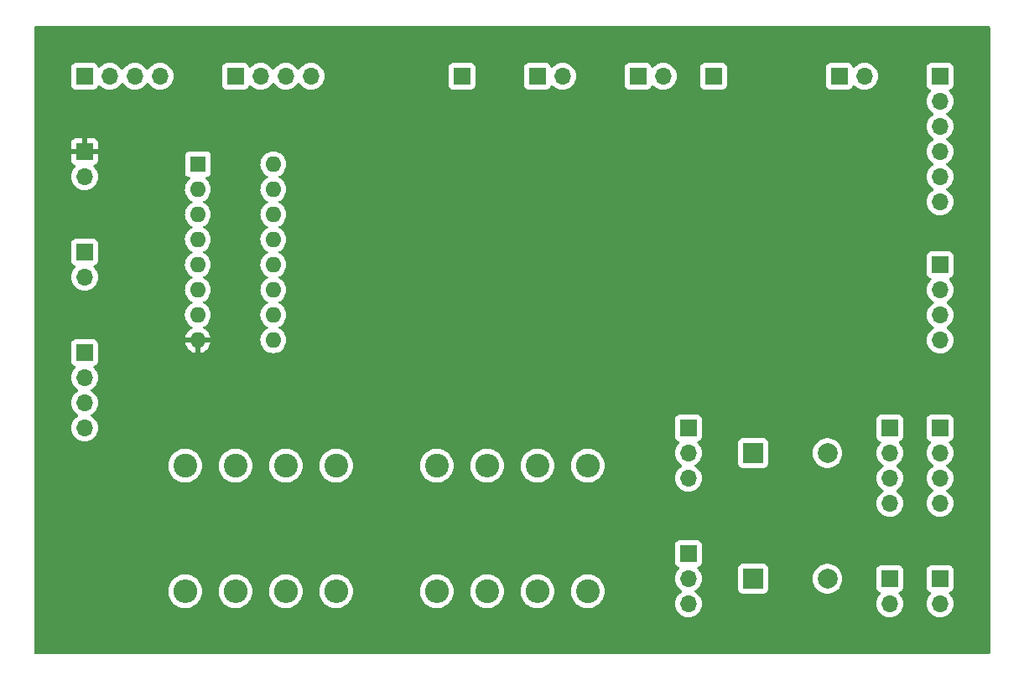
<source format=gbr>
%TF.GenerationSoftware,KiCad,Pcbnew,(7.0.0)*%
%TF.CreationDate,2023-03-18T00:51:59-05:00*%
%TF.ProjectId,test,74657374-2e6b-4696-9361-645f70636258,rev?*%
%TF.SameCoordinates,Original*%
%TF.FileFunction,Copper,L3,Inr*%
%TF.FilePolarity,Positive*%
%FSLAX46Y46*%
G04 Gerber Fmt 4.6, Leading zero omitted, Abs format (unit mm)*
G04 Created by KiCad (PCBNEW (7.0.0)) date 2023-03-18 00:51:59*
%MOMM*%
%LPD*%
G01*
G04 APERTURE LIST*
%TA.AperFunction,ComponentPad*%
%ADD10O,1.700000X1.700000*%
%TD*%
%TA.AperFunction,ComponentPad*%
%ADD11R,1.700000X1.700000*%
%TD*%
%TA.AperFunction,ComponentPad*%
%ADD12O,1.600000X1.600000*%
%TD*%
%TA.AperFunction,ComponentPad*%
%ADD13R,1.600000X1.600000*%
%TD*%
%TA.AperFunction,ComponentPad*%
%ADD14C,2.400000*%
%TD*%
%TA.AperFunction,ComponentPad*%
%ADD15O,2.400000X2.400000*%
%TD*%
%TA.AperFunction,ComponentPad*%
%ADD16C,2.000000*%
%TD*%
%TA.AperFunction,ComponentPad*%
%ADD17R,2.000000X2.000000*%
%TD*%
G04 APERTURE END LIST*
D10*
%TO.N,Net-(J13-Pin_1)*%
%TO.C,J14*%
X121919999Y-45719999D03*
D11*
%TO.N,Net-(J13-Pin_2)*%
X119379999Y-45719999D03*
%TD*%
D10*
%TO.N,Net-(J11-Pin_2)*%
%TO.C,J11*%
X132079999Y-45719999D03*
D11*
%TO.N,Net-(J11-Pin_1)*%
X129539999Y-45719999D03*
%TD*%
D10*
%TO.N,Net-(J4-Pin_2)*%
%TO.C,J4*%
X160019999Y-99059999D03*
D11*
%TO.N,GND*%
X160019999Y-96519999D03*
%TD*%
D10*
%TO.N,Net-(J3-Pin_2)*%
%TO.C,J3*%
X154939999Y-99059999D03*
D11*
%TO.N,GND*%
X154939999Y-96519999D03*
%TD*%
%TO.N,+5V*%
%TO.C,J2*%
X149859999Y-45719999D03*
D10*
%TO.N,Net-(J2-Pin_2)*%
X152399999Y-45719999D03*
%TD*%
D11*
%TO.N,VCC*%
%TO.C,J12*%
X73659999Y-53339999D03*
D10*
%TO.N,GND*%
X73659999Y-55879999D03*
%TD*%
D11*
%TO.N,+5V*%
%TO.C,J5*%
X73659999Y-63499999D03*
D10*
%TO.N,GND*%
X73659999Y-66039999D03*
%TD*%
%TO.N,Net-(Q2-C)*%
%TO.C,Q2*%
X134619999Y-86359999D03*
%TO.N,Net-(Q2-B)*%
X134619999Y-83819999D03*
D11*
%TO.N,GND*%
X134619999Y-81279999D03*
%TD*%
D10*
%TO.N,Net-(Q1-C)*%
%TO.C,Q1*%
X134619999Y-99059999D03*
%TO.N,Net-(Q1-B)*%
X134619999Y-96519999D03*
D11*
%TO.N,GND*%
X134619999Y-93979999D03*
%TD*%
D12*
%TO.N,+5V*%
%TO.C,U1*%
X92719999Y-54624999D03*
%TO.N,Net-(J1-Pin_4)*%
X92719999Y-57164999D03*
%TO.N,Net-(U1-4Y)*%
X92719999Y-59704999D03*
%TO.N,GND*%
X92719999Y-62244999D03*
X92719999Y-64784999D03*
%TO.N,Net-(M1--)*%
X92719999Y-67324999D03*
%TO.N,Net-(J1-Pin_3)*%
X92719999Y-69864999D03*
%TO.N,+5V*%
X92719999Y-72404999D03*
%TO.N,VCC*%
X85099999Y-72404999D03*
%TO.N,Net-(J1-Pin_2)*%
X85099999Y-69864999D03*
%TO.N,Net-(U1-2Y)*%
X85099999Y-67324999D03*
%TO.N,GND*%
X85099999Y-64784999D03*
X85099999Y-62244999D03*
%TO.N,Net-(U1-1Y)*%
X85099999Y-59704999D03*
%TO.N,Net-(J1-Pin_1)*%
X85099999Y-57164999D03*
D13*
%TO.N,+5V*%
X85099999Y-54624999D03*
%TD*%
D14*
%TO.N,Net-(Q2-C)*%
%TO.C,R8*%
X124460000Y-97790000D03*
D15*
%TO.N,+5V*%
X124459999Y-85089999D03*
%TD*%
D14*
%TO.N,Net-(Q1-C)*%
%TO.C,R7*%
X114300000Y-97790000D03*
D15*
%TO.N,+5V*%
X114299999Y-85089999D03*
%TD*%
D14*
%TO.N,Net-(J35-Pin_1)*%
%TO.C,R6*%
X119380000Y-85090000D03*
D15*
%TO.N,Net-(Q1-B)*%
X119379999Y-97789999D03*
%TD*%
D14*
%TO.N,Net-(J35-Pin_1)*%
%TO.C,R5*%
X109220000Y-85090000D03*
D15*
%TO.N,Net-(Q2-B)*%
X109219999Y-97789999D03*
%TD*%
D14*
%TO.N,Net-(J15-Pin_4)*%
%TO.C,R4*%
X83820000Y-85090000D03*
D15*
%TO.N,Net-(J9-Pin_1)*%
X83819999Y-97789999D03*
%TD*%
D14*
%TO.N,Net-(J15-Pin_3)*%
%TO.C,R3*%
X88900000Y-85090000D03*
D15*
%TO.N,Net-(J9-Pin_2)*%
X88899999Y-97789999D03*
%TD*%
D14*
%TO.N,Net-(J15-Pin_2)*%
%TO.C,R2*%
X93980000Y-85090000D03*
D15*
%TO.N,Net-(J9-Pin_3)*%
X93979999Y-97789999D03*
%TD*%
D14*
%TO.N,Net-(J15-Pin_1)*%
%TO.C,R1*%
X99060000Y-85090000D03*
D15*
%TO.N,Net-(J9-Pin_4)*%
X99059999Y-97789999D03*
%TD*%
D10*
%TO.N,Net-(U1-1Y)*%
%TO.C,M1*%
X96519999Y-45719999D03*
%TO.N,Net-(U1-4Y)*%
X93979999Y-45719999D03*
%TO.N,Net-(M1--)*%
X91439999Y-45719999D03*
D11*
%TO.N,Net-(U1-2Y)*%
X88899999Y-45719999D03*
%TD*%
D10*
%TO.N,+5V*%
%TO.C,J43*%
X160044999Y-72399999D03*
%TO.N,GND*%
X160044999Y-69859999D03*
%TO.N,Net-(J11-Pin_1)*%
X160044999Y-67319999D03*
D11*
%TO.N,Net-(J11-Pin_2)*%
X160044999Y-64779999D03*
%TD*%
%TO.N,Net-(J2-Pin_2)*%
%TO.C,J42*%
X137159999Y-45719999D03*
%TD*%
%TO.N,Net-(J35-Pin_1)*%
%TO.C,J35*%
X111759999Y-45719999D03*
%TD*%
D10*
%TO.N,Net-(J15-Pin_4)*%
%TO.C,J15*%
X73659999Y-81279999D03*
%TO.N,Net-(J15-Pin_3)*%
X73659999Y-78739999D03*
%TO.N,Net-(J15-Pin_2)*%
X73659999Y-76199999D03*
D11*
%TO.N,Net-(J15-Pin_1)*%
X73659999Y-73659999D03*
%TD*%
D10*
%TO.N,+5V*%
%TO.C,J13*%
X160019999Y-58419999D03*
%TO.N,GND*%
X160019999Y-55879999D03*
%TO.N,Net-(J11-Pin_1)*%
X160019999Y-53339999D03*
%TO.N,Net-(J11-Pin_2)*%
X160019999Y-50799999D03*
%TO.N,Net-(J13-Pin_2)*%
X160019999Y-48259999D03*
D11*
%TO.N,Net-(J13-Pin_1)*%
X160019999Y-45719999D03*
%TD*%
%TO.N,GND*%
%TO.C,J10*%
X154964999Y-81279999D03*
D10*
X154964999Y-83819999D03*
X154964999Y-86359999D03*
X154964999Y-88899999D03*
%TD*%
D11*
%TO.N,Net-(J9-Pin_1)*%
%TO.C,J9*%
X160019999Y-81279999D03*
D10*
%TO.N,Net-(J9-Pin_2)*%
X160019999Y-83819999D03*
%TO.N,Net-(J9-Pin_3)*%
X160019999Y-86359999D03*
%TO.N,Net-(J9-Pin_4)*%
X160019999Y-88899999D03*
%TD*%
%TO.N,Net-(J1-Pin_4)*%
%TO.C,J1*%
X81279999Y-45719999D03*
%TO.N,Net-(J1-Pin_3)*%
X78739999Y-45719999D03*
%TO.N,Net-(J1-Pin_2)*%
X76199999Y-45719999D03*
D11*
%TO.N,Net-(J1-Pin_1)*%
X73659999Y-45719999D03*
%TD*%
D16*
%TO.N,Net-(J4-Pin_2)*%
%TO.C,C2*%
X148662323Y-96520000D03*
D17*
%TO.N,Net-(Q1-C)*%
X141162322Y-96519999D03*
%TD*%
D16*
%TO.N,Net-(J3-Pin_2)*%
%TO.C,C1*%
X148662323Y-83820000D03*
D17*
%TO.N,Net-(Q2-C)*%
X141162322Y-83819999D03*
%TD*%
%TA.AperFunction,Conductor*%
%TO.N,VCC*%
G36*
X165027500Y-40667113D02*
G01*
X165072887Y-40712500D01*
X165089500Y-40774500D01*
X165089500Y-104005500D01*
X165072887Y-104067500D01*
X165027500Y-104112887D01*
X164965500Y-104129500D01*
X68714500Y-104129500D01*
X68652500Y-104112887D01*
X68607113Y-104067500D01*
X68590500Y-104005500D01*
X68590500Y-97790000D01*
X82114732Y-97790000D01*
X82115079Y-97794630D01*
X82132367Y-98025336D01*
X82133778Y-98044157D01*
X82134808Y-98048670D01*
X82134809Y-98048676D01*
X82165873Y-98184775D01*
X82190492Y-98292637D01*
X82283607Y-98529888D01*
X82411041Y-98750612D01*
X82569950Y-98949877D01*
X82756783Y-99123232D01*
X82967366Y-99266805D01*
X83196996Y-99377389D01*
X83201424Y-99378754D01*
X83201427Y-99378756D01*
X83301576Y-99409647D01*
X83440542Y-99452513D01*
X83692565Y-99490500D01*
X83942800Y-99490500D01*
X83947435Y-99490500D01*
X84199458Y-99452513D01*
X84443004Y-99377389D01*
X84672634Y-99266805D01*
X84883217Y-99123232D01*
X85070050Y-98949877D01*
X85228959Y-98750612D01*
X85356393Y-98529888D01*
X85449508Y-98292637D01*
X85506222Y-98044157D01*
X85525268Y-97790000D01*
X87194732Y-97790000D01*
X87195079Y-97794630D01*
X87212367Y-98025336D01*
X87213778Y-98044157D01*
X87214808Y-98048670D01*
X87214809Y-98048676D01*
X87245873Y-98184775D01*
X87270492Y-98292637D01*
X87363607Y-98529888D01*
X87491041Y-98750612D01*
X87649950Y-98949877D01*
X87836783Y-99123232D01*
X88047366Y-99266805D01*
X88276996Y-99377389D01*
X88281424Y-99378754D01*
X88281427Y-99378756D01*
X88381576Y-99409647D01*
X88520542Y-99452513D01*
X88772565Y-99490500D01*
X89022800Y-99490500D01*
X89027435Y-99490500D01*
X89279458Y-99452513D01*
X89523004Y-99377389D01*
X89752634Y-99266805D01*
X89963217Y-99123232D01*
X90150050Y-98949877D01*
X90308959Y-98750612D01*
X90436393Y-98529888D01*
X90529508Y-98292637D01*
X90586222Y-98044157D01*
X90605268Y-97790000D01*
X92274732Y-97790000D01*
X92275079Y-97794630D01*
X92292367Y-98025336D01*
X92293778Y-98044157D01*
X92294808Y-98048670D01*
X92294809Y-98048676D01*
X92325873Y-98184775D01*
X92350492Y-98292637D01*
X92443607Y-98529888D01*
X92571041Y-98750612D01*
X92729950Y-98949877D01*
X92916783Y-99123232D01*
X93127366Y-99266805D01*
X93356996Y-99377389D01*
X93361424Y-99378754D01*
X93361427Y-99378756D01*
X93461576Y-99409647D01*
X93600542Y-99452513D01*
X93852565Y-99490500D01*
X94102800Y-99490500D01*
X94107435Y-99490500D01*
X94359458Y-99452513D01*
X94603004Y-99377389D01*
X94832634Y-99266805D01*
X95043217Y-99123232D01*
X95230050Y-98949877D01*
X95388959Y-98750612D01*
X95516393Y-98529888D01*
X95609508Y-98292637D01*
X95666222Y-98044157D01*
X95685268Y-97790000D01*
X97354732Y-97790000D01*
X97355079Y-97794630D01*
X97372367Y-98025336D01*
X97373778Y-98044157D01*
X97374808Y-98048670D01*
X97374809Y-98048676D01*
X97405873Y-98184775D01*
X97430492Y-98292637D01*
X97523607Y-98529888D01*
X97651041Y-98750612D01*
X97809950Y-98949877D01*
X97996783Y-99123232D01*
X98207366Y-99266805D01*
X98436996Y-99377389D01*
X98441424Y-99378754D01*
X98441427Y-99378756D01*
X98541576Y-99409647D01*
X98680542Y-99452513D01*
X98932565Y-99490500D01*
X99182800Y-99490500D01*
X99187435Y-99490500D01*
X99439458Y-99452513D01*
X99683004Y-99377389D01*
X99912634Y-99266805D01*
X100123217Y-99123232D01*
X100310050Y-98949877D01*
X100468959Y-98750612D01*
X100596393Y-98529888D01*
X100689508Y-98292637D01*
X100746222Y-98044157D01*
X100765268Y-97790000D01*
X107514732Y-97790000D01*
X107515079Y-97794630D01*
X107532367Y-98025336D01*
X107533778Y-98044157D01*
X107534808Y-98048670D01*
X107534809Y-98048676D01*
X107565873Y-98184775D01*
X107590492Y-98292637D01*
X107683607Y-98529888D01*
X107811041Y-98750612D01*
X107969950Y-98949877D01*
X108156783Y-99123232D01*
X108367366Y-99266805D01*
X108596996Y-99377389D01*
X108601424Y-99378754D01*
X108601427Y-99378756D01*
X108701576Y-99409647D01*
X108840542Y-99452513D01*
X109092565Y-99490500D01*
X109342800Y-99490500D01*
X109347435Y-99490500D01*
X109599458Y-99452513D01*
X109843004Y-99377389D01*
X110072634Y-99266805D01*
X110283217Y-99123232D01*
X110470050Y-98949877D01*
X110628959Y-98750612D01*
X110756393Y-98529888D01*
X110849508Y-98292637D01*
X110906222Y-98044157D01*
X110925268Y-97790000D01*
X112594732Y-97790000D01*
X112595079Y-97794630D01*
X112612367Y-98025336D01*
X112613778Y-98044157D01*
X112614808Y-98048670D01*
X112614809Y-98048676D01*
X112645873Y-98184775D01*
X112670492Y-98292637D01*
X112763607Y-98529888D01*
X112891041Y-98750612D01*
X113049950Y-98949877D01*
X113236783Y-99123232D01*
X113447366Y-99266805D01*
X113676996Y-99377389D01*
X113681424Y-99378754D01*
X113681427Y-99378756D01*
X113781576Y-99409647D01*
X113920542Y-99452513D01*
X114172565Y-99490500D01*
X114422800Y-99490500D01*
X114427435Y-99490500D01*
X114679458Y-99452513D01*
X114923004Y-99377389D01*
X115152634Y-99266805D01*
X115363217Y-99123232D01*
X115550050Y-98949877D01*
X115708959Y-98750612D01*
X115836393Y-98529888D01*
X115929508Y-98292637D01*
X115986222Y-98044157D01*
X116005268Y-97790000D01*
X117674732Y-97790000D01*
X117675079Y-97794630D01*
X117692367Y-98025336D01*
X117693778Y-98044157D01*
X117694808Y-98048670D01*
X117694809Y-98048676D01*
X117725873Y-98184775D01*
X117750492Y-98292637D01*
X117843607Y-98529888D01*
X117971041Y-98750612D01*
X118129950Y-98949877D01*
X118316783Y-99123232D01*
X118527366Y-99266805D01*
X118756996Y-99377389D01*
X118761424Y-99378754D01*
X118761427Y-99378756D01*
X118861576Y-99409647D01*
X119000542Y-99452513D01*
X119252565Y-99490500D01*
X119502800Y-99490500D01*
X119507435Y-99490500D01*
X119759458Y-99452513D01*
X120003004Y-99377389D01*
X120232634Y-99266805D01*
X120443217Y-99123232D01*
X120630050Y-98949877D01*
X120788959Y-98750612D01*
X120916393Y-98529888D01*
X121009508Y-98292637D01*
X121066222Y-98044157D01*
X121085268Y-97790000D01*
X122754732Y-97790000D01*
X122755079Y-97794630D01*
X122772367Y-98025336D01*
X122773778Y-98044157D01*
X122774808Y-98048670D01*
X122774809Y-98048676D01*
X122805873Y-98184775D01*
X122830492Y-98292637D01*
X122923607Y-98529888D01*
X123051041Y-98750612D01*
X123209950Y-98949877D01*
X123396783Y-99123232D01*
X123607366Y-99266805D01*
X123836996Y-99377389D01*
X123841424Y-99378754D01*
X123841427Y-99378756D01*
X123941576Y-99409647D01*
X124080542Y-99452513D01*
X124332565Y-99490500D01*
X124582800Y-99490500D01*
X124587435Y-99490500D01*
X124839458Y-99452513D01*
X125083004Y-99377389D01*
X125312634Y-99266805D01*
X125523217Y-99123232D01*
X125591365Y-99060000D01*
X133264341Y-99060000D01*
X133264813Y-99065395D01*
X133282610Y-99268820D01*
X133284937Y-99295408D01*
X133286336Y-99300630D01*
X133286337Y-99300634D01*
X133344694Y-99518430D01*
X133344697Y-99518438D01*
X133346097Y-99523663D01*
X133348385Y-99528570D01*
X133348386Y-99528572D01*
X133443678Y-99732927D01*
X133443681Y-99732933D01*
X133445965Y-99737830D01*
X133449064Y-99742257D01*
X133449066Y-99742259D01*
X133578399Y-99926966D01*
X133578402Y-99926970D01*
X133581505Y-99931401D01*
X133748599Y-100098495D01*
X133942170Y-100234035D01*
X134156337Y-100333903D01*
X134384592Y-100395063D01*
X134620000Y-100415659D01*
X134855408Y-100395063D01*
X135083663Y-100333903D01*
X135297830Y-100234035D01*
X135491401Y-100098495D01*
X135658495Y-99931401D01*
X135794035Y-99737830D01*
X135893903Y-99523663D01*
X135955063Y-99295408D01*
X135975659Y-99060000D01*
X153584341Y-99060000D01*
X153584813Y-99065395D01*
X153602610Y-99268820D01*
X153604937Y-99295408D01*
X153606336Y-99300630D01*
X153606337Y-99300634D01*
X153664694Y-99518430D01*
X153664697Y-99518438D01*
X153666097Y-99523663D01*
X153668385Y-99528570D01*
X153668386Y-99528572D01*
X153763678Y-99732927D01*
X153763681Y-99732933D01*
X153765965Y-99737830D01*
X153769064Y-99742257D01*
X153769066Y-99742259D01*
X153898399Y-99926966D01*
X153898402Y-99926970D01*
X153901505Y-99931401D01*
X154068599Y-100098495D01*
X154262170Y-100234035D01*
X154476337Y-100333903D01*
X154704592Y-100395063D01*
X154940000Y-100415659D01*
X155175408Y-100395063D01*
X155403663Y-100333903D01*
X155617830Y-100234035D01*
X155811401Y-100098495D01*
X155978495Y-99931401D01*
X156114035Y-99737830D01*
X156213903Y-99523663D01*
X156275063Y-99295408D01*
X156295659Y-99060000D01*
X158664341Y-99060000D01*
X158664813Y-99065395D01*
X158682610Y-99268820D01*
X158684937Y-99295408D01*
X158686336Y-99300630D01*
X158686337Y-99300634D01*
X158744694Y-99518430D01*
X158744697Y-99518438D01*
X158746097Y-99523663D01*
X158748385Y-99528570D01*
X158748386Y-99528572D01*
X158843678Y-99732927D01*
X158843681Y-99732933D01*
X158845965Y-99737830D01*
X158849064Y-99742257D01*
X158849066Y-99742259D01*
X158978399Y-99926966D01*
X158978402Y-99926970D01*
X158981505Y-99931401D01*
X159148599Y-100098495D01*
X159342170Y-100234035D01*
X159556337Y-100333903D01*
X159784592Y-100395063D01*
X160020000Y-100415659D01*
X160255408Y-100395063D01*
X160483663Y-100333903D01*
X160697830Y-100234035D01*
X160891401Y-100098495D01*
X161058495Y-99931401D01*
X161194035Y-99737830D01*
X161293903Y-99523663D01*
X161355063Y-99295408D01*
X161375659Y-99060000D01*
X161355063Y-98824592D01*
X161293903Y-98596337D01*
X161194035Y-98382171D01*
X161058495Y-98188599D01*
X160936568Y-98066672D01*
X160905273Y-98013927D01*
X160903084Y-97952634D01*
X160930537Y-97897789D01*
X160980916Y-97862810D01*
X161112331Y-97813796D01*
X161227546Y-97727546D01*
X161313796Y-97612331D01*
X161364091Y-97477483D01*
X161370500Y-97417873D01*
X161370499Y-95622128D01*
X161364091Y-95562517D01*
X161313796Y-95427669D01*
X161227546Y-95312454D01*
X161192181Y-95285980D01*
X161119431Y-95231519D01*
X161119430Y-95231518D01*
X161112331Y-95226204D01*
X161022926Y-95192858D01*
X160984752Y-95178620D01*
X160984750Y-95178619D01*
X160977483Y-95175909D01*
X160969770Y-95175079D01*
X160969767Y-95175079D01*
X160921180Y-95169855D01*
X160921169Y-95169854D01*
X160917873Y-95169500D01*
X160914550Y-95169500D01*
X159125439Y-95169500D01*
X159125420Y-95169500D01*
X159122128Y-95169501D01*
X159118850Y-95169853D01*
X159118838Y-95169854D01*
X159070231Y-95175079D01*
X159070225Y-95175080D01*
X159062517Y-95175909D01*
X159055252Y-95178618D01*
X159055246Y-95178620D01*
X158935980Y-95223104D01*
X158935978Y-95223104D01*
X158927669Y-95226204D01*
X158920572Y-95231516D01*
X158920568Y-95231519D01*
X158819550Y-95307141D01*
X158819546Y-95307144D01*
X158812454Y-95312454D01*
X158807144Y-95319546D01*
X158807141Y-95319550D01*
X158731519Y-95420568D01*
X158731516Y-95420572D01*
X158726204Y-95427669D01*
X158723104Y-95435978D01*
X158723104Y-95435980D01*
X158678620Y-95555247D01*
X158678619Y-95555250D01*
X158675909Y-95562517D01*
X158675079Y-95570227D01*
X158675079Y-95570232D01*
X158669855Y-95618819D01*
X158669854Y-95618831D01*
X158669500Y-95622127D01*
X158669500Y-95625448D01*
X158669500Y-95625449D01*
X158669500Y-97414560D01*
X158669500Y-97414578D01*
X158669501Y-97417872D01*
X158669853Y-97421150D01*
X158669854Y-97421161D01*
X158675079Y-97469768D01*
X158675080Y-97469773D01*
X158675909Y-97477483D01*
X158678619Y-97484749D01*
X158678620Y-97484753D01*
X158695990Y-97531323D01*
X158726204Y-97612331D01*
X158731518Y-97619430D01*
X158731519Y-97619431D01*
X158787367Y-97694035D01*
X158812454Y-97727546D01*
X158927669Y-97813796D01*
X159017383Y-97847257D01*
X159059082Y-97862810D01*
X159109462Y-97897789D01*
X159136915Y-97952633D01*
X159134726Y-98013926D01*
X159103431Y-98066673D01*
X158981505Y-98188599D01*
X158978402Y-98193029D01*
X158978399Y-98193034D01*
X158849073Y-98377731D01*
X158849068Y-98377738D01*
X158845965Y-98382171D01*
X158843677Y-98387077D01*
X158843675Y-98387081D01*
X158748386Y-98591427D01*
X158748383Y-98591432D01*
X158746097Y-98596337D01*
X158744698Y-98601557D01*
X158744694Y-98601569D01*
X158686337Y-98819365D01*
X158686335Y-98819371D01*
X158684937Y-98824592D01*
X158664341Y-99060000D01*
X156295659Y-99060000D01*
X156275063Y-98824592D01*
X156213903Y-98596337D01*
X156114035Y-98382171D01*
X155978495Y-98188599D01*
X155856568Y-98066672D01*
X155825273Y-98013927D01*
X155823084Y-97952634D01*
X155850537Y-97897789D01*
X155900916Y-97862810D01*
X156032331Y-97813796D01*
X156147546Y-97727546D01*
X156233796Y-97612331D01*
X156284091Y-97477483D01*
X156290500Y-97417873D01*
X156290499Y-95622128D01*
X156284091Y-95562517D01*
X156233796Y-95427669D01*
X156147546Y-95312454D01*
X156112181Y-95285980D01*
X156039431Y-95231519D01*
X156039430Y-95231518D01*
X156032331Y-95226204D01*
X155942926Y-95192858D01*
X155904752Y-95178620D01*
X155904750Y-95178619D01*
X155897483Y-95175909D01*
X155889770Y-95175079D01*
X155889767Y-95175079D01*
X155841180Y-95169855D01*
X155841169Y-95169854D01*
X155837873Y-95169500D01*
X155834550Y-95169500D01*
X154045439Y-95169500D01*
X154045420Y-95169500D01*
X154042128Y-95169501D01*
X154038850Y-95169853D01*
X154038838Y-95169854D01*
X153990231Y-95175079D01*
X153990225Y-95175080D01*
X153982517Y-95175909D01*
X153975252Y-95178618D01*
X153975246Y-95178620D01*
X153855980Y-95223104D01*
X153855978Y-95223104D01*
X153847669Y-95226204D01*
X153840572Y-95231516D01*
X153840568Y-95231519D01*
X153739550Y-95307141D01*
X153739546Y-95307144D01*
X153732454Y-95312454D01*
X153727144Y-95319546D01*
X153727141Y-95319550D01*
X153651519Y-95420568D01*
X153651516Y-95420572D01*
X153646204Y-95427669D01*
X153643104Y-95435978D01*
X153643104Y-95435980D01*
X153598620Y-95555247D01*
X153598619Y-95555250D01*
X153595909Y-95562517D01*
X153595079Y-95570227D01*
X153595079Y-95570232D01*
X153589855Y-95618819D01*
X153589854Y-95618831D01*
X153589500Y-95622127D01*
X153589500Y-95625448D01*
X153589500Y-95625449D01*
X153589500Y-97414560D01*
X153589500Y-97414578D01*
X153589501Y-97417872D01*
X153589853Y-97421150D01*
X153589854Y-97421161D01*
X153595079Y-97469768D01*
X153595080Y-97469773D01*
X153595909Y-97477483D01*
X153598619Y-97484749D01*
X153598620Y-97484753D01*
X153615990Y-97531323D01*
X153646204Y-97612331D01*
X153651518Y-97619430D01*
X153651519Y-97619431D01*
X153707367Y-97694035D01*
X153732454Y-97727546D01*
X153847669Y-97813796D01*
X153937383Y-97847257D01*
X153979082Y-97862810D01*
X154029462Y-97897789D01*
X154056915Y-97952633D01*
X154054726Y-98013926D01*
X154023431Y-98066673D01*
X153901505Y-98188599D01*
X153898402Y-98193029D01*
X153898399Y-98193034D01*
X153769073Y-98377731D01*
X153769068Y-98377738D01*
X153765965Y-98382171D01*
X153763677Y-98387077D01*
X153763675Y-98387081D01*
X153668386Y-98591427D01*
X153668383Y-98591432D01*
X153666097Y-98596337D01*
X153664698Y-98601557D01*
X153664694Y-98601569D01*
X153606337Y-98819365D01*
X153606335Y-98819371D01*
X153604937Y-98824592D01*
X153584341Y-99060000D01*
X135975659Y-99060000D01*
X135955063Y-98824592D01*
X135893903Y-98596337D01*
X135794035Y-98382171D01*
X135658495Y-98188599D01*
X135491401Y-98021505D01*
X135486968Y-98018401D01*
X135486961Y-98018395D01*
X135305842Y-97891575D01*
X135266976Y-97847257D01*
X135252965Y-97790000D01*
X135266976Y-97732743D01*
X135305842Y-97688425D01*
X135482714Y-97564578D01*
X139661823Y-97564578D01*
X139661824Y-97567872D01*
X139662176Y-97571150D01*
X139662177Y-97571161D01*
X139667402Y-97619768D01*
X139667403Y-97619773D01*
X139668232Y-97627483D01*
X139670942Y-97634749D01*
X139670943Y-97634753D01*
X139690962Y-97688425D01*
X139718527Y-97762331D01*
X139723841Y-97769430D01*
X139723842Y-97769431D01*
X139794704Y-97864091D01*
X139804777Y-97877546D01*
X139919992Y-97963796D01*
X140054840Y-98014091D01*
X140114450Y-98020500D01*
X142210195Y-98020499D01*
X142269806Y-98014091D01*
X142404654Y-97963796D01*
X142519869Y-97877546D01*
X142606119Y-97762331D01*
X142656414Y-97627483D01*
X142662823Y-97567873D01*
X142662822Y-96520000D01*
X147156680Y-96520000D01*
X147157104Y-96525117D01*
X147176790Y-96762701D01*
X147176791Y-96762709D01*
X147177215Y-96767821D01*
X147178472Y-96772788D01*
X147178474Y-96772795D01*
X147193823Y-96833406D01*
X147238260Y-97008881D01*
X147240320Y-97013577D01*
X147336089Y-97231910D01*
X147336092Y-97231916D01*
X147338150Y-97236607D01*
X147340950Y-97240893D01*
X147340954Y-97240900D01*
X147454412Y-97414560D01*
X147474159Y-97444785D01*
X147477633Y-97448559D01*
X147477634Y-97448560D01*
X147639107Y-97623967D01*
X147639110Y-97623970D01*
X147642579Y-97627738D01*
X147838814Y-97780474D01*
X148057513Y-97898828D01*
X148292709Y-97979571D01*
X148537988Y-98020500D01*
X148781524Y-98020500D01*
X148786658Y-98020500D01*
X149031937Y-97979571D01*
X149267133Y-97898828D01*
X149485832Y-97780474D01*
X149682067Y-97627738D01*
X149850487Y-97444785D01*
X149986496Y-97236607D01*
X150086386Y-97008881D01*
X150147431Y-96767821D01*
X150167966Y-96520000D01*
X150147431Y-96272179D01*
X150086386Y-96031119D01*
X149986496Y-95803393D01*
X149850487Y-95595215D01*
X149827488Y-95570231D01*
X149685538Y-95416032D01*
X149685534Y-95416029D01*
X149682067Y-95412262D01*
X149485832Y-95259526D01*
X149434080Y-95231519D01*
X149271639Y-95143610D01*
X149271633Y-95143607D01*
X149267133Y-95141172D01*
X149262292Y-95139510D01*
X149262285Y-95139507D01*
X149036788Y-95062094D01*
X149036784Y-95062093D01*
X149031937Y-95060429D01*
X149023091Y-95058952D01*
X148791721Y-95020344D01*
X148791710Y-95020343D01*
X148786658Y-95019500D01*
X148537988Y-95019500D01*
X148532936Y-95020343D01*
X148532924Y-95020344D01*
X148297766Y-95059585D01*
X148297764Y-95059585D01*
X148292709Y-95060429D01*
X148287864Y-95062092D01*
X148287857Y-95062094D01*
X148062360Y-95139507D01*
X148062349Y-95139511D01*
X148057513Y-95141172D01*
X148053016Y-95143605D01*
X148053006Y-95143610D01*
X147843325Y-95257084D01*
X147843318Y-95257088D01*
X147838814Y-95259526D01*
X147834771Y-95262672D01*
X147834763Y-95262678D01*
X147646627Y-95409111D01*
X147642579Y-95412262D01*
X147639116Y-95416023D01*
X147639107Y-95416032D01*
X147477634Y-95591439D01*
X147477628Y-95591446D01*
X147474159Y-95595215D01*
X147471354Y-95599506D01*
X147471351Y-95599512D01*
X147340954Y-95799099D01*
X147340947Y-95799111D01*
X147338150Y-95803393D01*
X147336095Y-95808077D01*
X147336089Y-95808089D01*
X147240320Y-96026422D01*
X147238260Y-96031119D01*
X147237002Y-96036084D01*
X147237001Y-96036089D01*
X147178474Y-96267204D01*
X147178472Y-96267213D01*
X147177215Y-96272179D01*
X147176791Y-96277288D01*
X147176790Y-96277298D01*
X147161658Y-96459920D01*
X147156680Y-96520000D01*
X142662822Y-96520000D01*
X142662822Y-95472128D01*
X142656414Y-95412517D01*
X142606119Y-95277669D01*
X142519869Y-95162454D01*
X142404654Y-95076204D01*
X142269806Y-95025909D01*
X142262093Y-95025079D01*
X142262090Y-95025079D01*
X142213503Y-95019855D01*
X142213492Y-95019854D01*
X142210196Y-95019500D01*
X142206873Y-95019500D01*
X140117762Y-95019500D01*
X140117743Y-95019500D01*
X140114451Y-95019501D01*
X140111173Y-95019853D01*
X140111161Y-95019854D01*
X140062554Y-95025079D01*
X140062548Y-95025080D01*
X140054840Y-95025909D01*
X140047575Y-95028618D01*
X140047569Y-95028620D01*
X139928303Y-95073104D01*
X139928301Y-95073104D01*
X139919992Y-95076204D01*
X139912895Y-95081516D01*
X139912891Y-95081519D01*
X139811873Y-95157141D01*
X139811869Y-95157144D01*
X139804777Y-95162454D01*
X139799467Y-95169546D01*
X139799464Y-95169550D01*
X139723842Y-95270568D01*
X139723839Y-95270572D01*
X139718527Y-95277669D01*
X139715427Y-95285978D01*
X139715427Y-95285980D01*
X139670943Y-95405247D01*
X139670942Y-95405250D01*
X139668232Y-95412517D01*
X139667402Y-95420227D01*
X139667402Y-95420232D01*
X139662178Y-95468819D01*
X139662177Y-95468831D01*
X139661823Y-95472127D01*
X139661823Y-95475448D01*
X139661823Y-95475449D01*
X139661823Y-97564560D01*
X139661823Y-97564578D01*
X135482714Y-97564578D01*
X135486961Y-97561604D01*
X135486961Y-97561603D01*
X135491401Y-97558495D01*
X135658495Y-97391401D01*
X135794035Y-97197830D01*
X135893903Y-96983663D01*
X135955063Y-96755408D01*
X135975659Y-96520000D01*
X135955063Y-96284592D01*
X135893903Y-96056337D01*
X135794035Y-95842171D01*
X135658495Y-95648599D01*
X135536569Y-95526672D01*
X135505273Y-95473927D01*
X135503084Y-95412634D01*
X135530537Y-95357789D01*
X135580916Y-95322810D01*
X135712331Y-95273796D01*
X135827546Y-95187546D01*
X135913796Y-95072331D01*
X135964091Y-94937483D01*
X135970500Y-94877873D01*
X135970499Y-93082128D01*
X135964091Y-93022517D01*
X135913796Y-92887669D01*
X135827546Y-92772454D01*
X135712331Y-92686204D01*
X135577483Y-92635909D01*
X135569770Y-92635079D01*
X135569767Y-92635079D01*
X135521180Y-92629855D01*
X135521169Y-92629854D01*
X135517873Y-92629500D01*
X135514550Y-92629500D01*
X133725439Y-92629500D01*
X133725420Y-92629500D01*
X133722128Y-92629501D01*
X133718850Y-92629853D01*
X133718838Y-92629854D01*
X133670231Y-92635079D01*
X133670225Y-92635080D01*
X133662517Y-92635909D01*
X133655252Y-92638618D01*
X133655246Y-92638620D01*
X133535980Y-92683104D01*
X133535978Y-92683104D01*
X133527669Y-92686204D01*
X133520572Y-92691516D01*
X133520568Y-92691519D01*
X133419550Y-92767141D01*
X133419546Y-92767144D01*
X133412454Y-92772454D01*
X133407144Y-92779546D01*
X133407141Y-92779550D01*
X133331519Y-92880568D01*
X133331516Y-92880572D01*
X133326204Y-92887669D01*
X133323104Y-92895978D01*
X133323104Y-92895980D01*
X133278620Y-93015247D01*
X133278619Y-93015250D01*
X133275909Y-93022517D01*
X133275079Y-93030227D01*
X133275079Y-93030232D01*
X133269855Y-93078819D01*
X133269854Y-93078831D01*
X133269500Y-93082127D01*
X133269500Y-93085448D01*
X133269500Y-93085449D01*
X133269500Y-94874560D01*
X133269500Y-94874578D01*
X133269501Y-94877872D01*
X133269853Y-94881150D01*
X133269854Y-94881161D01*
X133275079Y-94929768D01*
X133275080Y-94929773D01*
X133275909Y-94937483D01*
X133278619Y-94944749D01*
X133278620Y-94944753D01*
X133306499Y-95019500D01*
X133326204Y-95072331D01*
X133331518Y-95079430D01*
X133331519Y-95079431D01*
X133403742Y-95175909D01*
X133412454Y-95187546D01*
X133527669Y-95273796D01*
X133617072Y-95307141D01*
X133659082Y-95322810D01*
X133709462Y-95357789D01*
X133736915Y-95412633D01*
X133734726Y-95473926D01*
X133703430Y-95526673D01*
X133581505Y-95648599D01*
X133578402Y-95653029D01*
X133578399Y-95653034D01*
X133449073Y-95837731D01*
X133449068Y-95837738D01*
X133445965Y-95842171D01*
X133443677Y-95847077D01*
X133443675Y-95847081D01*
X133348386Y-96051427D01*
X133348383Y-96051432D01*
X133346097Y-96056337D01*
X133344698Y-96061557D01*
X133344694Y-96061569D01*
X133286337Y-96279365D01*
X133286335Y-96279371D01*
X133284937Y-96284592D01*
X133284465Y-96289977D01*
X133284465Y-96289982D01*
X133269873Y-96456768D01*
X133264341Y-96520000D01*
X133264813Y-96525395D01*
X133273699Y-96626967D01*
X133284937Y-96755408D01*
X133286336Y-96760630D01*
X133286337Y-96760634D01*
X133344694Y-96978430D01*
X133344697Y-96978438D01*
X133346097Y-96983663D01*
X133348385Y-96988570D01*
X133348386Y-96988572D01*
X133443678Y-97192927D01*
X133443681Y-97192933D01*
X133445965Y-97197830D01*
X133449064Y-97202257D01*
X133449066Y-97202259D01*
X133578399Y-97386966D01*
X133578402Y-97386970D01*
X133581505Y-97391401D01*
X133748599Y-97558495D01*
X133753032Y-97561599D01*
X133753038Y-97561604D01*
X133934158Y-97688425D01*
X133973024Y-97732743D01*
X133987035Y-97790000D01*
X133973024Y-97847257D01*
X133934159Y-97891575D01*
X133753041Y-98018395D01*
X133748599Y-98021505D01*
X133744775Y-98025328D01*
X133744769Y-98025334D01*
X133585334Y-98184769D01*
X133585328Y-98184775D01*
X133581505Y-98188599D01*
X133578402Y-98193029D01*
X133578399Y-98193034D01*
X133449073Y-98377731D01*
X133449068Y-98377738D01*
X133445965Y-98382171D01*
X133443677Y-98387077D01*
X133443675Y-98387081D01*
X133348386Y-98591427D01*
X133348383Y-98591432D01*
X133346097Y-98596337D01*
X133344698Y-98601557D01*
X133344694Y-98601569D01*
X133286337Y-98819365D01*
X133286335Y-98819371D01*
X133284937Y-98824592D01*
X133264341Y-99060000D01*
X125591365Y-99060000D01*
X125710050Y-98949877D01*
X125868959Y-98750612D01*
X125996393Y-98529888D01*
X126089508Y-98292637D01*
X126146222Y-98044157D01*
X126165268Y-97790000D01*
X126146222Y-97535843D01*
X126089508Y-97287363D01*
X125996393Y-97050112D01*
X125868959Y-96829388D01*
X125710050Y-96630123D01*
X125523217Y-96456768D01*
X125312634Y-96313195D01*
X125264432Y-96289982D01*
X125087183Y-96204623D01*
X125087177Y-96204620D01*
X125083004Y-96202611D01*
X125078582Y-96201247D01*
X125078572Y-96201243D01*
X124843891Y-96128854D01*
X124843886Y-96128852D01*
X124839458Y-96127487D01*
X124834878Y-96126796D01*
X124834871Y-96126795D01*
X124592018Y-96090190D01*
X124592007Y-96090189D01*
X124587435Y-96089500D01*
X124332565Y-96089500D01*
X124327993Y-96090189D01*
X124327981Y-96090190D01*
X124085128Y-96126795D01*
X124085118Y-96126797D01*
X124080542Y-96127487D01*
X124076116Y-96128851D01*
X124076108Y-96128854D01*
X123841427Y-96201243D01*
X123841412Y-96201248D01*
X123836996Y-96202611D01*
X123832827Y-96204618D01*
X123832816Y-96204623D01*
X123611551Y-96311179D01*
X123611544Y-96311182D01*
X123607366Y-96313195D01*
X123396783Y-96456768D01*
X123393391Y-96459914D01*
X123393385Y-96459920D01*
X123322820Y-96525395D01*
X123209950Y-96630123D01*
X123207060Y-96633745D01*
X123207057Y-96633750D01*
X123053933Y-96825761D01*
X123051041Y-96829388D01*
X123048722Y-96833403D01*
X123048721Y-96833406D01*
X122925928Y-97046091D01*
X122925925Y-97046096D01*
X122923607Y-97050112D01*
X122921913Y-97054426D01*
X122921911Y-97054432D01*
X122832189Y-97283038D01*
X122830492Y-97287363D01*
X122829459Y-97291884D01*
X122829458Y-97291891D01*
X122774809Y-97531323D01*
X122774807Y-97531331D01*
X122773778Y-97535843D01*
X122773431Y-97540462D01*
X122773431Y-97540468D01*
X122766366Y-97634752D01*
X122754732Y-97790000D01*
X121085268Y-97790000D01*
X121066222Y-97535843D01*
X121009508Y-97287363D01*
X120916393Y-97050112D01*
X120788959Y-96829388D01*
X120630050Y-96630123D01*
X120443217Y-96456768D01*
X120232634Y-96313195D01*
X120184432Y-96289982D01*
X120007183Y-96204623D01*
X120007177Y-96204620D01*
X120003004Y-96202611D01*
X119998582Y-96201247D01*
X119998572Y-96201243D01*
X119763891Y-96128854D01*
X119763886Y-96128852D01*
X119759458Y-96127487D01*
X119754878Y-96126796D01*
X119754871Y-96126795D01*
X119512018Y-96090190D01*
X119512007Y-96090189D01*
X119507435Y-96089500D01*
X119252565Y-96089500D01*
X119247993Y-96090189D01*
X119247981Y-96090190D01*
X119005128Y-96126795D01*
X119005118Y-96126797D01*
X119000542Y-96127487D01*
X118996116Y-96128851D01*
X118996108Y-96128854D01*
X118761427Y-96201243D01*
X118761412Y-96201248D01*
X118756996Y-96202611D01*
X118752827Y-96204618D01*
X118752816Y-96204623D01*
X118531551Y-96311179D01*
X118531544Y-96311182D01*
X118527366Y-96313195D01*
X118316783Y-96456768D01*
X118313391Y-96459914D01*
X118313385Y-96459920D01*
X118242820Y-96525395D01*
X118129950Y-96630123D01*
X118127060Y-96633745D01*
X118127057Y-96633750D01*
X117973933Y-96825761D01*
X117971041Y-96829388D01*
X117968722Y-96833403D01*
X117968721Y-96833406D01*
X117845928Y-97046091D01*
X117845925Y-97046096D01*
X117843607Y-97050112D01*
X117841913Y-97054426D01*
X117841911Y-97054432D01*
X117752189Y-97283038D01*
X117750492Y-97287363D01*
X117749459Y-97291884D01*
X117749458Y-97291891D01*
X117694809Y-97531323D01*
X117694807Y-97531331D01*
X117693778Y-97535843D01*
X117693431Y-97540462D01*
X117693431Y-97540468D01*
X117686366Y-97634752D01*
X117674732Y-97790000D01*
X116005268Y-97790000D01*
X115986222Y-97535843D01*
X115929508Y-97287363D01*
X115836393Y-97050112D01*
X115708959Y-96829388D01*
X115550050Y-96630123D01*
X115363217Y-96456768D01*
X115152634Y-96313195D01*
X115104432Y-96289982D01*
X114927183Y-96204623D01*
X114927177Y-96204620D01*
X114923004Y-96202611D01*
X114918582Y-96201247D01*
X114918572Y-96201243D01*
X114683891Y-96128854D01*
X114683886Y-96128852D01*
X114679458Y-96127487D01*
X114674878Y-96126796D01*
X114674871Y-96126795D01*
X114432018Y-96090190D01*
X114432007Y-96090189D01*
X114427435Y-96089500D01*
X114172565Y-96089500D01*
X114167993Y-96090189D01*
X114167981Y-96090190D01*
X113925128Y-96126795D01*
X113925118Y-96126797D01*
X113920542Y-96127487D01*
X113916116Y-96128851D01*
X113916108Y-96128854D01*
X113681427Y-96201243D01*
X113681412Y-96201248D01*
X113676996Y-96202611D01*
X113672827Y-96204618D01*
X113672816Y-96204623D01*
X113451551Y-96311179D01*
X113451544Y-96311182D01*
X113447366Y-96313195D01*
X113236783Y-96456768D01*
X113233391Y-96459914D01*
X113233385Y-96459920D01*
X113162820Y-96525395D01*
X113049950Y-96630123D01*
X113047060Y-96633745D01*
X113047057Y-96633750D01*
X112893933Y-96825761D01*
X112891041Y-96829388D01*
X112888722Y-96833403D01*
X112888721Y-96833406D01*
X112765928Y-97046091D01*
X112765925Y-97046096D01*
X112763607Y-97050112D01*
X112761913Y-97054426D01*
X112761911Y-97054432D01*
X112672189Y-97283038D01*
X112670492Y-97287363D01*
X112669459Y-97291884D01*
X112669458Y-97291891D01*
X112614809Y-97531323D01*
X112614807Y-97531331D01*
X112613778Y-97535843D01*
X112613431Y-97540462D01*
X112613431Y-97540468D01*
X112606366Y-97634752D01*
X112594732Y-97790000D01*
X110925268Y-97790000D01*
X110906222Y-97535843D01*
X110849508Y-97287363D01*
X110756393Y-97050112D01*
X110628959Y-96829388D01*
X110470050Y-96630123D01*
X110283217Y-96456768D01*
X110072634Y-96313195D01*
X110024432Y-96289982D01*
X109847183Y-96204623D01*
X109847177Y-96204620D01*
X109843004Y-96202611D01*
X109838582Y-96201247D01*
X109838572Y-96201243D01*
X109603891Y-96128854D01*
X109603886Y-96128852D01*
X109599458Y-96127487D01*
X109594878Y-96126796D01*
X109594871Y-96126795D01*
X109352018Y-96090190D01*
X109352007Y-96090189D01*
X109347435Y-96089500D01*
X109092565Y-96089500D01*
X109087993Y-96090189D01*
X109087981Y-96090190D01*
X108845128Y-96126795D01*
X108845118Y-96126797D01*
X108840542Y-96127487D01*
X108836116Y-96128851D01*
X108836108Y-96128854D01*
X108601427Y-96201243D01*
X108601412Y-96201248D01*
X108596996Y-96202611D01*
X108592827Y-96204618D01*
X108592816Y-96204623D01*
X108371551Y-96311179D01*
X108371544Y-96311182D01*
X108367366Y-96313195D01*
X108156783Y-96456768D01*
X108153391Y-96459914D01*
X108153385Y-96459920D01*
X108082820Y-96525395D01*
X107969950Y-96630123D01*
X107967060Y-96633745D01*
X107967057Y-96633750D01*
X107813933Y-96825761D01*
X107811041Y-96829388D01*
X107808722Y-96833403D01*
X107808721Y-96833406D01*
X107685928Y-97046091D01*
X107685925Y-97046096D01*
X107683607Y-97050112D01*
X107681913Y-97054426D01*
X107681911Y-97054432D01*
X107592189Y-97283038D01*
X107590492Y-97287363D01*
X107589459Y-97291884D01*
X107589458Y-97291891D01*
X107534809Y-97531323D01*
X107534807Y-97531331D01*
X107533778Y-97535843D01*
X107533431Y-97540462D01*
X107533431Y-97540468D01*
X107526366Y-97634752D01*
X107514732Y-97790000D01*
X100765268Y-97790000D01*
X100746222Y-97535843D01*
X100689508Y-97287363D01*
X100596393Y-97050112D01*
X100468959Y-96829388D01*
X100310050Y-96630123D01*
X100123217Y-96456768D01*
X99912634Y-96313195D01*
X99864432Y-96289982D01*
X99687183Y-96204623D01*
X99687177Y-96204620D01*
X99683004Y-96202611D01*
X99678582Y-96201247D01*
X99678572Y-96201243D01*
X99443891Y-96128854D01*
X99443886Y-96128852D01*
X99439458Y-96127487D01*
X99434878Y-96126796D01*
X99434871Y-96126795D01*
X99192018Y-96090190D01*
X99192007Y-96090189D01*
X99187435Y-96089500D01*
X98932565Y-96089500D01*
X98927993Y-96090189D01*
X98927981Y-96090190D01*
X98685128Y-96126795D01*
X98685118Y-96126797D01*
X98680542Y-96127487D01*
X98676116Y-96128851D01*
X98676108Y-96128854D01*
X98441427Y-96201243D01*
X98441412Y-96201248D01*
X98436996Y-96202611D01*
X98432827Y-96204618D01*
X98432816Y-96204623D01*
X98211551Y-96311179D01*
X98211544Y-96311182D01*
X98207366Y-96313195D01*
X97996783Y-96456768D01*
X97993391Y-96459914D01*
X97993385Y-96459920D01*
X97922820Y-96525395D01*
X97809950Y-96630123D01*
X97807060Y-96633745D01*
X97807057Y-96633750D01*
X97653933Y-96825761D01*
X97651041Y-96829388D01*
X97648722Y-96833403D01*
X97648721Y-96833406D01*
X97525928Y-97046091D01*
X97525925Y-97046096D01*
X97523607Y-97050112D01*
X97521913Y-97054426D01*
X97521911Y-97054432D01*
X97432189Y-97283038D01*
X97430492Y-97287363D01*
X97429459Y-97291884D01*
X97429458Y-97291891D01*
X97374809Y-97531323D01*
X97374807Y-97531331D01*
X97373778Y-97535843D01*
X97373431Y-97540462D01*
X97373431Y-97540468D01*
X97366366Y-97634752D01*
X97354732Y-97790000D01*
X95685268Y-97790000D01*
X95666222Y-97535843D01*
X95609508Y-97287363D01*
X95516393Y-97050112D01*
X95388959Y-96829388D01*
X95230050Y-96630123D01*
X95043217Y-96456768D01*
X94832634Y-96313195D01*
X94784432Y-96289982D01*
X94607183Y-96204623D01*
X94607177Y-96204620D01*
X94603004Y-96202611D01*
X94598582Y-96201247D01*
X94598572Y-96201243D01*
X94363891Y-96128854D01*
X94363886Y-96128852D01*
X94359458Y-96127487D01*
X94354878Y-96126796D01*
X94354871Y-96126795D01*
X94112018Y-96090190D01*
X94112007Y-96090189D01*
X94107435Y-96089500D01*
X93852565Y-96089500D01*
X93847993Y-96090189D01*
X93847981Y-96090190D01*
X93605128Y-96126795D01*
X93605118Y-96126797D01*
X93600542Y-96127487D01*
X93596116Y-96128851D01*
X93596108Y-96128854D01*
X93361427Y-96201243D01*
X93361412Y-96201248D01*
X93356996Y-96202611D01*
X93352827Y-96204618D01*
X93352816Y-96204623D01*
X93131551Y-96311179D01*
X93131544Y-96311182D01*
X93127366Y-96313195D01*
X92916783Y-96456768D01*
X92913391Y-96459914D01*
X92913385Y-96459920D01*
X92842820Y-96525395D01*
X92729950Y-96630123D01*
X92727060Y-96633745D01*
X92727057Y-96633750D01*
X92573933Y-96825761D01*
X92571041Y-96829388D01*
X92568722Y-96833403D01*
X92568721Y-96833406D01*
X92445928Y-97046091D01*
X92445925Y-97046096D01*
X92443607Y-97050112D01*
X92441913Y-97054426D01*
X92441911Y-97054432D01*
X92352189Y-97283038D01*
X92350492Y-97287363D01*
X92349459Y-97291884D01*
X92349458Y-97291891D01*
X92294809Y-97531323D01*
X92294807Y-97531331D01*
X92293778Y-97535843D01*
X92293431Y-97540462D01*
X92293431Y-97540468D01*
X92286366Y-97634752D01*
X92274732Y-97790000D01*
X90605268Y-97790000D01*
X90586222Y-97535843D01*
X90529508Y-97287363D01*
X90436393Y-97050112D01*
X90308959Y-96829388D01*
X90150050Y-96630123D01*
X89963217Y-96456768D01*
X89752634Y-96313195D01*
X89704432Y-96289982D01*
X89527183Y-96204623D01*
X89527177Y-96204620D01*
X89523004Y-96202611D01*
X89518582Y-96201247D01*
X89518572Y-96201243D01*
X89283891Y-96128854D01*
X89283886Y-96128852D01*
X89279458Y-96127487D01*
X89274878Y-96126796D01*
X89274871Y-96126795D01*
X89032018Y-96090190D01*
X89032007Y-96090189D01*
X89027435Y-96089500D01*
X88772565Y-96089500D01*
X88767993Y-96090189D01*
X88767981Y-96090190D01*
X88525128Y-96126795D01*
X88525118Y-96126797D01*
X88520542Y-96127487D01*
X88516116Y-96128851D01*
X88516108Y-96128854D01*
X88281427Y-96201243D01*
X88281412Y-96201248D01*
X88276996Y-96202611D01*
X88272827Y-96204618D01*
X88272816Y-96204623D01*
X88051551Y-96311179D01*
X88051544Y-96311182D01*
X88047366Y-96313195D01*
X87836783Y-96456768D01*
X87833391Y-96459914D01*
X87833385Y-96459920D01*
X87762820Y-96525395D01*
X87649950Y-96630123D01*
X87647060Y-96633745D01*
X87647057Y-96633750D01*
X87493933Y-96825761D01*
X87491041Y-96829388D01*
X87488722Y-96833403D01*
X87488721Y-96833406D01*
X87365928Y-97046091D01*
X87365925Y-97046096D01*
X87363607Y-97050112D01*
X87361913Y-97054426D01*
X87361911Y-97054432D01*
X87272189Y-97283038D01*
X87270492Y-97287363D01*
X87269459Y-97291884D01*
X87269458Y-97291891D01*
X87214809Y-97531323D01*
X87214807Y-97531331D01*
X87213778Y-97535843D01*
X87213431Y-97540462D01*
X87213431Y-97540468D01*
X87206366Y-97634752D01*
X87194732Y-97790000D01*
X85525268Y-97790000D01*
X85506222Y-97535843D01*
X85449508Y-97287363D01*
X85356393Y-97050112D01*
X85228959Y-96829388D01*
X85070050Y-96630123D01*
X84883217Y-96456768D01*
X84672634Y-96313195D01*
X84624432Y-96289982D01*
X84447183Y-96204623D01*
X84447177Y-96204620D01*
X84443004Y-96202611D01*
X84438582Y-96201247D01*
X84438572Y-96201243D01*
X84203891Y-96128854D01*
X84203886Y-96128852D01*
X84199458Y-96127487D01*
X84194878Y-96126796D01*
X84194871Y-96126795D01*
X83952018Y-96090190D01*
X83952007Y-96090189D01*
X83947435Y-96089500D01*
X83692565Y-96089500D01*
X83687993Y-96090189D01*
X83687981Y-96090190D01*
X83445128Y-96126795D01*
X83445118Y-96126797D01*
X83440542Y-96127487D01*
X83436116Y-96128851D01*
X83436108Y-96128854D01*
X83201427Y-96201243D01*
X83201412Y-96201248D01*
X83196996Y-96202611D01*
X83192827Y-96204618D01*
X83192816Y-96204623D01*
X82971551Y-96311179D01*
X82971544Y-96311182D01*
X82967366Y-96313195D01*
X82756783Y-96456768D01*
X82753391Y-96459914D01*
X82753385Y-96459920D01*
X82682820Y-96525395D01*
X82569950Y-96630123D01*
X82567060Y-96633745D01*
X82567057Y-96633750D01*
X82413933Y-96825761D01*
X82411041Y-96829388D01*
X82408722Y-96833403D01*
X82408721Y-96833406D01*
X82285928Y-97046091D01*
X82285925Y-97046096D01*
X82283607Y-97050112D01*
X82281913Y-97054426D01*
X82281911Y-97054432D01*
X82192189Y-97283038D01*
X82190492Y-97287363D01*
X82189459Y-97291884D01*
X82189458Y-97291891D01*
X82134809Y-97531323D01*
X82134807Y-97531331D01*
X82133778Y-97535843D01*
X82133431Y-97540462D01*
X82133431Y-97540468D01*
X82126366Y-97634752D01*
X82114732Y-97790000D01*
X68590500Y-97790000D01*
X68590500Y-88900000D01*
X153609341Y-88900000D01*
X153629937Y-89135408D01*
X153631336Y-89140630D01*
X153631337Y-89140634D01*
X153689694Y-89358430D01*
X153689697Y-89358438D01*
X153691097Y-89363663D01*
X153693385Y-89368570D01*
X153693386Y-89368572D01*
X153788678Y-89572927D01*
X153788681Y-89572933D01*
X153790965Y-89577830D01*
X153794064Y-89582257D01*
X153794066Y-89582259D01*
X153923399Y-89766966D01*
X153923402Y-89766970D01*
X153926505Y-89771401D01*
X154093599Y-89938495D01*
X154287170Y-90074035D01*
X154501337Y-90173903D01*
X154729592Y-90235063D01*
X154965000Y-90255659D01*
X155200408Y-90235063D01*
X155428663Y-90173903D01*
X155642830Y-90074035D01*
X155836401Y-89938495D01*
X156003495Y-89771401D01*
X156139035Y-89577830D01*
X156238903Y-89363663D01*
X156300063Y-89135408D01*
X156320659Y-88900000D01*
X158664341Y-88900000D01*
X158684937Y-89135408D01*
X158686336Y-89140630D01*
X158686337Y-89140634D01*
X158744694Y-89358430D01*
X158744697Y-89358438D01*
X158746097Y-89363663D01*
X158748385Y-89368570D01*
X158748386Y-89368572D01*
X158843678Y-89572927D01*
X158843681Y-89572933D01*
X158845965Y-89577830D01*
X158849064Y-89582257D01*
X158849066Y-89582259D01*
X158978399Y-89766966D01*
X158978402Y-89766970D01*
X158981505Y-89771401D01*
X159148599Y-89938495D01*
X159342170Y-90074035D01*
X159556337Y-90173903D01*
X159784592Y-90235063D01*
X160020000Y-90255659D01*
X160255408Y-90235063D01*
X160483663Y-90173903D01*
X160697830Y-90074035D01*
X160891401Y-89938495D01*
X161058495Y-89771401D01*
X161194035Y-89577830D01*
X161293903Y-89363663D01*
X161355063Y-89135408D01*
X161375659Y-88900000D01*
X161355063Y-88664592D01*
X161293903Y-88436337D01*
X161194035Y-88222171D01*
X161058495Y-88028599D01*
X160891401Y-87861505D01*
X160886970Y-87858402D01*
X160886966Y-87858399D01*
X160705841Y-87731574D01*
X160666976Y-87687256D01*
X160652965Y-87629999D01*
X160666976Y-87572742D01*
X160705839Y-87528426D01*
X160891401Y-87398495D01*
X161058495Y-87231401D01*
X161194035Y-87037830D01*
X161293903Y-86823663D01*
X161355063Y-86595408D01*
X161375659Y-86360000D01*
X161355063Y-86124592D01*
X161293903Y-85896337D01*
X161194035Y-85682171D01*
X161058495Y-85488599D01*
X160891401Y-85321505D01*
X160886968Y-85318401D01*
X160886961Y-85318395D01*
X160705842Y-85191575D01*
X160666976Y-85147257D01*
X160652965Y-85090000D01*
X160666976Y-85032743D01*
X160705842Y-84988425D01*
X160886961Y-84861604D01*
X160886961Y-84861603D01*
X160891401Y-84858495D01*
X161058495Y-84691401D01*
X161194035Y-84497830D01*
X161293903Y-84283663D01*
X161355063Y-84055408D01*
X161375659Y-83820000D01*
X161355063Y-83584592D01*
X161293903Y-83356337D01*
X161194035Y-83142171D01*
X161058495Y-82948599D01*
X160936569Y-82826672D01*
X160905273Y-82773927D01*
X160903084Y-82712634D01*
X160930537Y-82657789D01*
X160980916Y-82622810D01*
X161112331Y-82573796D01*
X161227546Y-82487546D01*
X161313796Y-82372331D01*
X161364091Y-82237483D01*
X161370500Y-82177873D01*
X161370499Y-80382128D01*
X161364091Y-80322517D01*
X161313796Y-80187669D01*
X161227546Y-80072454D01*
X161112331Y-79986204D01*
X160977483Y-79935909D01*
X160969770Y-79935079D01*
X160969767Y-79935079D01*
X160921180Y-79929855D01*
X160921169Y-79929854D01*
X160917873Y-79929500D01*
X160914550Y-79929500D01*
X159125439Y-79929500D01*
X159125420Y-79929500D01*
X159122128Y-79929501D01*
X159118850Y-79929853D01*
X159118838Y-79929854D01*
X159070231Y-79935079D01*
X159070225Y-79935080D01*
X159062517Y-79935909D01*
X159055252Y-79938618D01*
X159055246Y-79938620D01*
X158935980Y-79983104D01*
X158935978Y-79983104D01*
X158927669Y-79986204D01*
X158920572Y-79991516D01*
X158920568Y-79991519D01*
X158819550Y-80067141D01*
X158819546Y-80067144D01*
X158812454Y-80072454D01*
X158807144Y-80079546D01*
X158807141Y-80079550D01*
X158731519Y-80180568D01*
X158731516Y-80180572D01*
X158726204Y-80187669D01*
X158723104Y-80195978D01*
X158723104Y-80195980D01*
X158678620Y-80315247D01*
X158678619Y-80315250D01*
X158675909Y-80322517D01*
X158675079Y-80330227D01*
X158675079Y-80330232D01*
X158669855Y-80378819D01*
X158669854Y-80378831D01*
X158669500Y-80382127D01*
X158669500Y-80385448D01*
X158669500Y-80385449D01*
X158669500Y-82174560D01*
X158669500Y-82174578D01*
X158669501Y-82177872D01*
X158669853Y-82181150D01*
X158669854Y-82181161D01*
X158675079Y-82229768D01*
X158675080Y-82229773D01*
X158675909Y-82237483D01*
X158678619Y-82244749D01*
X158678620Y-82244753D01*
X158704695Y-82314663D01*
X158726204Y-82372331D01*
X158731518Y-82379430D01*
X158731519Y-82379431D01*
X158787367Y-82454035D01*
X158812454Y-82487546D01*
X158927669Y-82573796D01*
X159034555Y-82613662D01*
X159059082Y-82622810D01*
X159109462Y-82657789D01*
X159136915Y-82712633D01*
X159134726Y-82773926D01*
X159103431Y-82826672D01*
X158981505Y-82948599D01*
X158978402Y-82953029D01*
X158978399Y-82953034D01*
X158849073Y-83137731D01*
X158849068Y-83137738D01*
X158845965Y-83142171D01*
X158843677Y-83147077D01*
X158843675Y-83147081D01*
X158748386Y-83351427D01*
X158748383Y-83351432D01*
X158746097Y-83356337D01*
X158744698Y-83361557D01*
X158744694Y-83361569D01*
X158686337Y-83579365D01*
X158686335Y-83579371D01*
X158684937Y-83584592D01*
X158684465Y-83589977D01*
X158684465Y-83589982D01*
X158669873Y-83756768D01*
X158664341Y-83820000D01*
X158664813Y-83825395D01*
X158673699Y-83926967D01*
X158684937Y-84055408D01*
X158686336Y-84060630D01*
X158686337Y-84060634D01*
X158744694Y-84278430D01*
X158744697Y-84278438D01*
X158746097Y-84283663D01*
X158748385Y-84288570D01*
X158748386Y-84288572D01*
X158843678Y-84492927D01*
X158843681Y-84492933D01*
X158845965Y-84497830D01*
X158849064Y-84502257D01*
X158849066Y-84502259D01*
X158978399Y-84686966D01*
X158978402Y-84686970D01*
X158981505Y-84691401D01*
X159148599Y-84858495D01*
X159153032Y-84861599D01*
X159153038Y-84861604D01*
X159334158Y-84988425D01*
X159373024Y-85032743D01*
X159387035Y-85090000D01*
X159373024Y-85147257D01*
X159334159Y-85191575D01*
X159153041Y-85318395D01*
X159148599Y-85321505D01*
X159144775Y-85325328D01*
X159144769Y-85325334D01*
X158985334Y-85484769D01*
X158985328Y-85484775D01*
X158981505Y-85488599D01*
X158978402Y-85493029D01*
X158978399Y-85493034D01*
X158849073Y-85677731D01*
X158849068Y-85677738D01*
X158845965Y-85682171D01*
X158843677Y-85687077D01*
X158843675Y-85687081D01*
X158748386Y-85891427D01*
X158748383Y-85891432D01*
X158746097Y-85896337D01*
X158744698Y-85901557D01*
X158744694Y-85901569D01*
X158686337Y-86119365D01*
X158686335Y-86119371D01*
X158684937Y-86124592D01*
X158664341Y-86360000D01*
X158664813Y-86365395D01*
X158682610Y-86568820D01*
X158684937Y-86595408D01*
X158686336Y-86600630D01*
X158686337Y-86600634D01*
X158744694Y-86818430D01*
X158744697Y-86818438D01*
X158746097Y-86823663D01*
X158748385Y-86828570D01*
X158748386Y-86828572D01*
X158843678Y-87032927D01*
X158843681Y-87032933D01*
X158845965Y-87037830D01*
X158849064Y-87042257D01*
X158849066Y-87042259D01*
X158978399Y-87226966D01*
X158978402Y-87226970D01*
X158981505Y-87231401D01*
X159148599Y-87398495D01*
X159153032Y-87401599D01*
X159153038Y-87401604D01*
X159334158Y-87528425D01*
X159373024Y-87572743D01*
X159387035Y-87630000D01*
X159373024Y-87687257D01*
X159334160Y-87731574D01*
X159148599Y-87861505D01*
X159144775Y-87865328D01*
X159144769Y-87865334D01*
X158985334Y-88024769D01*
X158985328Y-88024775D01*
X158981505Y-88028599D01*
X158978402Y-88033029D01*
X158978399Y-88033034D01*
X158849073Y-88217731D01*
X158849068Y-88217738D01*
X158845965Y-88222171D01*
X158843677Y-88227077D01*
X158843675Y-88227081D01*
X158748386Y-88431427D01*
X158748383Y-88431432D01*
X158746097Y-88436337D01*
X158744698Y-88441557D01*
X158744694Y-88441569D01*
X158686337Y-88659365D01*
X158686335Y-88659371D01*
X158684937Y-88664592D01*
X158664341Y-88900000D01*
X156320659Y-88900000D01*
X156300063Y-88664592D01*
X156238903Y-88436337D01*
X156139035Y-88222171D01*
X156003495Y-88028599D01*
X155836401Y-87861505D01*
X155831970Y-87858402D01*
X155831966Y-87858399D01*
X155650841Y-87731574D01*
X155611976Y-87687256D01*
X155597965Y-87629999D01*
X155611976Y-87572742D01*
X155650839Y-87528426D01*
X155836401Y-87398495D01*
X156003495Y-87231401D01*
X156139035Y-87037830D01*
X156238903Y-86823663D01*
X156300063Y-86595408D01*
X156320659Y-86360000D01*
X156300063Y-86124592D01*
X156238903Y-85896337D01*
X156139035Y-85682171D01*
X156003495Y-85488599D01*
X155836401Y-85321505D01*
X155831968Y-85318401D01*
X155831961Y-85318395D01*
X155650842Y-85191575D01*
X155611976Y-85147257D01*
X155597965Y-85090000D01*
X155611976Y-85032743D01*
X155650842Y-84988425D01*
X155831961Y-84861604D01*
X155831961Y-84861603D01*
X155836401Y-84858495D01*
X156003495Y-84691401D01*
X156139035Y-84497830D01*
X156238903Y-84283663D01*
X156300063Y-84055408D01*
X156320659Y-83820000D01*
X156300063Y-83584592D01*
X156238903Y-83356337D01*
X156139035Y-83142171D01*
X156003495Y-82948599D01*
X155881569Y-82826672D01*
X155850273Y-82773927D01*
X155848084Y-82712634D01*
X155875537Y-82657789D01*
X155925916Y-82622810D01*
X156057331Y-82573796D01*
X156172546Y-82487546D01*
X156258796Y-82372331D01*
X156309091Y-82237483D01*
X156315500Y-82177873D01*
X156315499Y-80382128D01*
X156309091Y-80322517D01*
X156258796Y-80187669D01*
X156172546Y-80072454D01*
X156057331Y-79986204D01*
X155922483Y-79935909D01*
X155914770Y-79935079D01*
X155914767Y-79935079D01*
X155866180Y-79929855D01*
X155866169Y-79929854D01*
X155862873Y-79929500D01*
X155859550Y-79929500D01*
X154070439Y-79929500D01*
X154070420Y-79929500D01*
X154067128Y-79929501D01*
X154063850Y-79929853D01*
X154063838Y-79929854D01*
X154015231Y-79935079D01*
X154015225Y-79935080D01*
X154007517Y-79935909D01*
X154000252Y-79938618D01*
X154000246Y-79938620D01*
X153880980Y-79983104D01*
X153880978Y-79983104D01*
X153872669Y-79986204D01*
X153865572Y-79991516D01*
X153865568Y-79991519D01*
X153764550Y-80067141D01*
X153764546Y-80067144D01*
X153757454Y-80072454D01*
X153752144Y-80079546D01*
X153752141Y-80079550D01*
X153676519Y-80180568D01*
X153676516Y-80180572D01*
X153671204Y-80187669D01*
X153668104Y-80195978D01*
X153668104Y-80195980D01*
X153623620Y-80315247D01*
X153623619Y-80315250D01*
X153620909Y-80322517D01*
X153620079Y-80330227D01*
X153620079Y-80330232D01*
X153614855Y-80378819D01*
X153614854Y-80378831D01*
X153614500Y-80382127D01*
X153614500Y-80385448D01*
X153614500Y-80385449D01*
X153614500Y-82174560D01*
X153614500Y-82174578D01*
X153614501Y-82177872D01*
X153614853Y-82181150D01*
X153614854Y-82181161D01*
X153620079Y-82229768D01*
X153620080Y-82229773D01*
X153620909Y-82237483D01*
X153623619Y-82244749D01*
X153623620Y-82244753D01*
X153649695Y-82314663D01*
X153671204Y-82372331D01*
X153676518Y-82379430D01*
X153676519Y-82379431D01*
X153732367Y-82454035D01*
X153757454Y-82487546D01*
X153872669Y-82573796D01*
X153979555Y-82613662D01*
X154004082Y-82622810D01*
X154054462Y-82657789D01*
X154081915Y-82712633D01*
X154079726Y-82773926D01*
X154048431Y-82826672D01*
X153926505Y-82948599D01*
X153923402Y-82953029D01*
X153923399Y-82953034D01*
X153794073Y-83137731D01*
X153794068Y-83137738D01*
X153790965Y-83142171D01*
X153788677Y-83147077D01*
X153788675Y-83147081D01*
X153693386Y-83351427D01*
X153693383Y-83351432D01*
X153691097Y-83356337D01*
X153689698Y-83361557D01*
X153689694Y-83361569D01*
X153631337Y-83579365D01*
X153631335Y-83579371D01*
X153629937Y-83584592D01*
X153629465Y-83589977D01*
X153629465Y-83589982D01*
X153614873Y-83756768D01*
X153609341Y-83820000D01*
X153609813Y-83825395D01*
X153618699Y-83926967D01*
X153629937Y-84055408D01*
X153631336Y-84060630D01*
X153631337Y-84060634D01*
X153689694Y-84278430D01*
X153689697Y-84278438D01*
X153691097Y-84283663D01*
X153693385Y-84288570D01*
X153693386Y-84288572D01*
X153788678Y-84492927D01*
X153788681Y-84492933D01*
X153790965Y-84497830D01*
X153794064Y-84502257D01*
X153794066Y-84502259D01*
X153923399Y-84686966D01*
X153923402Y-84686970D01*
X153926505Y-84691401D01*
X154093599Y-84858495D01*
X154098032Y-84861599D01*
X154098038Y-84861604D01*
X154279158Y-84988425D01*
X154318024Y-85032743D01*
X154332035Y-85090000D01*
X154318024Y-85147257D01*
X154279159Y-85191575D01*
X154098041Y-85318395D01*
X154093599Y-85321505D01*
X154089775Y-85325328D01*
X154089769Y-85325334D01*
X153930334Y-85484769D01*
X153930328Y-85484775D01*
X153926505Y-85488599D01*
X153923402Y-85493029D01*
X153923399Y-85493034D01*
X153794073Y-85677731D01*
X153794068Y-85677738D01*
X153790965Y-85682171D01*
X153788677Y-85687077D01*
X153788675Y-85687081D01*
X153693386Y-85891427D01*
X153693383Y-85891432D01*
X153691097Y-85896337D01*
X153689698Y-85901557D01*
X153689694Y-85901569D01*
X153631337Y-86119365D01*
X153631335Y-86119371D01*
X153629937Y-86124592D01*
X153609341Y-86360000D01*
X153609813Y-86365395D01*
X153627610Y-86568820D01*
X153629937Y-86595408D01*
X153631336Y-86600630D01*
X153631337Y-86600634D01*
X153689694Y-86818430D01*
X153689697Y-86818438D01*
X153691097Y-86823663D01*
X153693385Y-86828570D01*
X153693386Y-86828572D01*
X153788678Y-87032927D01*
X153788681Y-87032933D01*
X153790965Y-87037830D01*
X153794064Y-87042257D01*
X153794066Y-87042259D01*
X153923399Y-87226966D01*
X153923402Y-87226970D01*
X153926505Y-87231401D01*
X154093599Y-87398495D01*
X154098032Y-87401599D01*
X154098038Y-87401604D01*
X154279158Y-87528425D01*
X154318024Y-87572743D01*
X154332035Y-87630000D01*
X154318024Y-87687257D01*
X154279160Y-87731574D01*
X154093599Y-87861505D01*
X154089775Y-87865328D01*
X154089769Y-87865334D01*
X153930334Y-88024769D01*
X153930328Y-88024775D01*
X153926505Y-88028599D01*
X153923402Y-88033029D01*
X153923399Y-88033034D01*
X153794073Y-88217731D01*
X153794068Y-88217738D01*
X153790965Y-88222171D01*
X153788677Y-88227077D01*
X153788675Y-88227081D01*
X153693386Y-88431427D01*
X153693383Y-88431432D01*
X153691097Y-88436337D01*
X153689698Y-88441557D01*
X153689694Y-88441569D01*
X153631337Y-88659365D01*
X153631335Y-88659371D01*
X153629937Y-88664592D01*
X153609341Y-88900000D01*
X68590500Y-88900000D01*
X68590500Y-85090000D01*
X82114732Y-85090000D01*
X82115079Y-85094630D01*
X82132367Y-85325336D01*
X82133778Y-85344157D01*
X82134808Y-85348670D01*
X82134809Y-85348676D01*
X82166746Y-85488599D01*
X82190492Y-85592637D01*
X82283607Y-85829888D01*
X82411041Y-86050612D01*
X82569950Y-86249877D01*
X82756783Y-86423232D01*
X82967366Y-86566805D01*
X83196996Y-86677389D01*
X83201424Y-86678754D01*
X83201427Y-86678756D01*
X83301576Y-86709647D01*
X83440542Y-86752513D01*
X83692565Y-86790500D01*
X83942800Y-86790500D01*
X83947435Y-86790500D01*
X84199458Y-86752513D01*
X84443004Y-86677389D01*
X84672634Y-86566805D01*
X84883217Y-86423232D01*
X85070050Y-86249877D01*
X85228959Y-86050612D01*
X85356393Y-85829888D01*
X85449508Y-85592637D01*
X85506222Y-85344157D01*
X85525268Y-85090000D01*
X87194732Y-85090000D01*
X87195079Y-85094630D01*
X87212367Y-85325336D01*
X87213778Y-85344157D01*
X87214808Y-85348670D01*
X87214809Y-85348676D01*
X87246746Y-85488599D01*
X87270492Y-85592637D01*
X87363607Y-85829888D01*
X87491041Y-86050612D01*
X87649950Y-86249877D01*
X87836783Y-86423232D01*
X88047366Y-86566805D01*
X88276996Y-86677389D01*
X88281424Y-86678754D01*
X88281427Y-86678756D01*
X88381576Y-86709647D01*
X88520542Y-86752513D01*
X88772565Y-86790500D01*
X89022800Y-86790500D01*
X89027435Y-86790500D01*
X89279458Y-86752513D01*
X89523004Y-86677389D01*
X89752634Y-86566805D01*
X89963217Y-86423232D01*
X90150050Y-86249877D01*
X90308959Y-86050612D01*
X90436393Y-85829888D01*
X90529508Y-85592637D01*
X90586222Y-85344157D01*
X90605268Y-85090000D01*
X92274732Y-85090000D01*
X92275079Y-85094630D01*
X92292367Y-85325336D01*
X92293778Y-85344157D01*
X92294808Y-85348670D01*
X92294809Y-85348676D01*
X92326746Y-85488599D01*
X92350492Y-85592637D01*
X92443607Y-85829888D01*
X92571041Y-86050612D01*
X92729950Y-86249877D01*
X92916783Y-86423232D01*
X93127366Y-86566805D01*
X93356996Y-86677389D01*
X93361424Y-86678754D01*
X93361427Y-86678756D01*
X93461576Y-86709647D01*
X93600542Y-86752513D01*
X93852565Y-86790500D01*
X94102800Y-86790500D01*
X94107435Y-86790500D01*
X94359458Y-86752513D01*
X94603004Y-86677389D01*
X94832634Y-86566805D01*
X95043217Y-86423232D01*
X95230050Y-86249877D01*
X95388959Y-86050612D01*
X95516393Y-85829888D01*
X95609508Y-85592637D01*
X95666222Y-85344157D01*
X95685268Y-85090000D01*
X97354732Y-85090000D01*
X97355079Y-85094630D01*
X97372367Y-85325336D01*
X97373778Y-85344157D01*
X97374808Y-85348670D01*
X97374809Y-85348676D01*
X97406746Y-85488599D01*
X97430492Y-85592637D01*
X97523607Y-85829888D01*
X97651041Y-86050612D01*
X97809950Y-86249877D01*
X97996783Y-86423232D01*
X98207366Y-86566805D01*
X98436996Y-86677389D01*
X98441424Y-86678754D01*
X98441427Y-86678756D01*
X98541576Y-86709647D01*
X98680542Y-86752513D01*
X98932565Y-86790500D01*
X99182800Y-86790500D01*
X99187435Y-86790500D01*
X99439458Y-86752513D01*
X99683004Y-86677389D01*
X99912634Y-86566805D01*
X100123217Y-86423232D01*
X100310050Y-86249877D01*
X100468959Y-86050612D01*
X100596393Y-85829888D01*
X100689508Y-85592637D01*
X100746222Y-85344157D01*
X100765268Y-85090000D01*
X107514732Y-85090000D01*
X107515079Y-85094630D01*
X107532367Y-85325336D01*
X107533778Y-85344157D01*
X107534808Y-85348670D01*
X107534809Y-85348676D01*
X107566746Y-85488599D01*
X107590492Y-85592637D01*
X107683607Y-85829888D01*
X107811041Y-86050612D01*
X107969950Y-86249877D01*
X108156783Y-86423232D01*
X108367366Y-86566805D01*
X108596996Y-86677389D01*
X108601424Y-86678754D01*
X108601427Y-86678756D01*
X108701576Y-86709647D01*
X108840542Y-86752513D01*
X109092565Y-86790500D01*
X109342800Y-86790500D01*
X109347435Y-86790500D01*
X109599458Y-86752513D01*
X109843004Y-86677389D01*
X110072634Y-86566805D01*
X110283217Y-86423232D01*
X110470050Y-86249877D01*
X110628959Y-86050612D01*
X110756393Y-85829888D01*
X110849508Y-85592637D01*
X110906222Y-85344157D01*
X110925268Y-85090000D01*
X112594732Y-85090000D01*
X112595079Y-85094630D01*
X112612367Y-85325336D01*
X112613778Y-85344157D01*
X112614808Y-85348670D01*
X112614809Y-85348676D01*
X112646746Y-85488599D01*
X112670492Y-85592637D01*
X112763607Y-85829888D01*
X112891041Y-86050612D01*
X113049950Y-86249877D01*
X113236783Y-86423232D01*
X113447366Y-86566805D01*
X113676996Y-86677389D01*
X113681424Y-86678754D01*
X113681427Y-86678756D01*
X113781576Y-86709647D01*
X113920542Y-86752513D01*
X114172565Y-86790500D01*
X114422800Y-86790500D01*
X114427435Y-86790500D01*
X114679458Y-86752513D01*
X114923004Y-86677389D01*
X115152634Y-86566805D01*
X115363217Y-86423232D01*
X115550050Y-86249877D01*
X115708959Y-86050612D01*
X115836393Y-85829888D01*
X115929508Y-85592637D01*
X115986222Y-85344157D01*
X116005268Y-85090000D01*
X117674732Y-85090000D01*
X117675079Y-85094630D01*
X117692367Y-85325336D01*
X117693778Y-85344157D01*
X117694808Y-85348670D01*
X117694809Y-85348676D01*
X117726746Y-85488599D01*
X117750492Y-85592637D01*
X117843607Y-85829888D01*
X117971041Y-86050612D01*
X118129950Y-86249877D01*
X118316783Y-86423232D01*
X118527366Y-86566805D01*
X118756996Y-86677389D01*
X118761424Y-86678754D01*
X118761427Y-86678756D01*
X118861576Y-86709647D01*
X119000542Y-86752513D01*
X119252565Y-86790500D01*
X119502800Y-86790500D01*
X119507435Y-86790500D01*
X119759458Y-86752513D01*
X120003004Y-86677389D01*
X120232634Y-86566805D01*
X120443217Y-86423232D01*
X120630050Y-86249877D01*
X120788959Y-86050612D01*
X120916393Y-85829888D01*
X121009508Y-85592637D01*
X121066222Y-85344157D01*
X121085268Y-85090000D01*
X122754732Y-85090000D01*
X122755079Y-85094630D01*
X122772367Y-85325336D01*
X122773778Y-85344157D01*
X122774808Y-85348670D01*
X122774809Y-85348676D01*
X122806746Y-85488599D01*
X122830492Y-85592637D01*
X122923607Y-85829888D01*
X123051041Y-86050612D01*
X123209950Y-86249877D01*
X123396783Y-86423232D01*
X123607366Y-86566805D01*
X123836996Y-86677389D01*
X123841424Y-86678754D01*
X123841427Y-86678756D01*
X123941576Y-86709647D01*
X124080542Y-86752513D01*
X124332565Y-86790500D01*
X124582800Y-86790500D01*
X124587435Y-86790500D01*
X124839458Y-86752513D01*
X125083004Y-86677389D01*
X125312634Y-86566805D01*
X125523217Y-86423232D01*
X125591365Y-86360000D01*
X133264341Y-86360000D01*
X133264813Y-86365395D01*
X133282610Y-86568820D01*
X133284937Y-86595408D01*
X133286336Y-86600630D01*
X133286337Y-86600634D01*
X133344694Y-86818430D01*
X133344697Y-86818438D01*
X133346097Y-86823663D01*
X133348385Y-86828570D01*
X133348386Y-86828572D01*
X133443678Y-87032927D01*
X133443681Y-87032933D01*
X133445965Y-87037830D01*
X133449064Y-87042257D01*
X133449066Y-87042259D01*
X133578399Y-87226966D01*
X133578402Y-87226970D01*
X133581505Y-87231401D01*
X133748599Y-87398495D01*
X133942170Y-87534035D01*
X134156337Y-87633903D01*
X134384592Y-87695063D01*
X134620000Y-87715659D01*
X134855408Y-87695063D01*
X135083663Y-87633903D01*
X135297830Y-87534035D01*
X135491401Y-87398495D01*
X135658495Y-87231401D01*
X135794035Y-87037830D01*
X135893903Y-86823663D01*
X135955063Y-86595408D01*
X135975659Y-86360000D01*
X135955063Y-86124592D01*
X135893903Y-85896337D01*
X135794035Y-85682171D01*
X135658495Y-85488599D01*
X135491401Y-85321505D01*
X135486968Y-85318401D01*
X135486961Y-85318395D01*
X135305842Y-85191575D01*
X135266976Y-85147257D01*
X135252965Y-85090000D01*
X135266976Y-85032743D01*
X135305842Y-84988425D01*
X135482714Y-84864578D01*
X139661823Y-84864578D01*
X139661824Y-84867872D01*
X139662176Y-84871150D01*
X139662177Y-84871161D01*
X139667402Y-84919768D01*
X139667403Y-84919773D01*
X139668232Y-84927483D01*
X139670942Y-84934749D01*
X139670943Y-84934753D01*
X139690962Y-84988425D01*
X139718527Y-85062331D01*
X139723841Y-85069430D01*
X139723842Y-85069431D01*
X139782102Y-85147257D01*
X139804777Y-85177546D01*
X139919992Y-85263796D01*
X140054840Y-85314091D01*
X140114450Y-85320500D01*
X142210195Y-85320499D01*
X142269806Y-85314091D01*
X142404654Y-85263796D01*
X142519869Y-85177546D01*
X142606119Y-85062331D01*
X142656414Y-84927483D01*
X142662823Y-84867873D01*
X142662822Y-83820000D01*
X147156680Y-83820000D01*
X147157104Y-83825117D01*
X147176790Y-84062701D01*
X147176791Y-84062709D01*
X147177215Y-84067821D01*
X147178472Y-84072788D01*
X147178474Y-84072795D01*
X147193823Y-84133406D01*
X147238260Y-84308881D01*
X147240320Y-84313577D01*
X147336089Y-84531910D01*
X147336092Y-84531916D01*
X147338150Y-84536607D01*
X147340950Y-84540893D01*
X147340954Y-84540900D01*
X147468998Y-84736885D01*
X147474159Y-84744785D01*
X147477633Y-84748559D01*
X147477634Y-84748560D01*
X147639107Y-84923967D01*
X147639110Y-84923970D01*
X147642579Y-84927738D01*
X147838814Y-85080474D01*
X148057513Y-85198828D01*
X148292709Y-85279571D01*
X148537988Y-85320500D01*
X148781524Y-85320500D01*
X148786658Y-85320500D01*
X149031937Y-85279571D01*
X149267133Y-85198828D01*
X149485832Y-85080474D01*
X149682067Y-84927738D01*
X149850487Y-84744785D01*
X149986496Y-84536607D01*
X150086386Y-84308881D01*
X150147431Y-84067821D01*
X150167966Y-83820000D01*
X150147431Y-83572179D01*
X150086386Y-83331119D01*
X149986496Y-83103393D01*
X149850487Y-82895215D01*
X149740235Y-82775449D01*
X149685538Y-82716032D01*
X149685534Y-82716029D01*
X149682067Y-82712262D01*
X149485832Y-82559526D01*
X149481320Y-82557084D01*
X149271639Y-82443610D01*
X149271633Y-82443607D01*
X149267133Y-82441172D01*
X149262292Y-82439510D01*
X149262285Y-82439507D01*
X149036788Y-82362094D01*
X149036784Y-82362093D01*
X149031937Y-82360429D01*
X149023091Y-82358952D01*
X148791721Y-82320344D01*
X148791710Y-82320343D01*
X148786658Y-82319500D01*
X148537988Y-82319500D01*
X148532936Y-82320343D01*
X148532924Y-82320344D01*
X148297766Y-82359585D01*
X148297764Y-82359585D01*
X148292709Y-82360429D01*
X148287864Y-82362092D01*
X148287857Y-82362094D01*
X148062360Y-82439507D01*
X148062349Y-82439511D01*
X148057513Y-82441172D01*
X148053016Y-82443605D01*
X148053006Y-82443610D01*
X147843325Y-82557084D01*
X147843318Y-82557088D01*
X147838814Y-82559526D01*
X147834771Y-82562672D01*
X147834763Y-82562678D01*
X147646627Y-82709111D01*
X147642579Y-82712262D01*
X147639116Y-82716023D01*
X147639107Y-82716032D01*
X147477634Y-82891439D01*
X147477628Y-82891446D01*
X147474159Y-82895215D01*
X147471354Y-82899506D01*
X147471351Y-82899512D01*
X147340954Y-83099099D01*
X147340947Y-83099111D01*
X147338150Y-83103393D01*
X147336095Y-83108077D01*
X147336089Y-83108089D01*
X147240320Y-83326422D01*
X147238260Y-83331119D01*
X147237002Y-83336084D01*
X147237001Y-83336089D01*
X147178474Y-83567204D01*
X147178472Y-83567213D01*
X147177215Y-83572179D01*
X147176791Y-83577288D01*
X147176790Y-83577298D01*
X147161658Y-83759920D01*
X147156680Y-83820000D01*
X142662822Y-83820000D01*
X142662822Y-82772128D01*
X142656414Y-82712517D01*
X142606119Y-82577669D01*
X142519869Y-82462454D01*
X142511676Y-82456321D01*
X142411754Y-82381519D01*
X142411753Y-82381518D01*
X142404654Y-82376204D01*
X142269806Y-82325909D01*
X142262093Y-82325079D01*
X142262090Y-82325079D01*
X142213503Y-82319855D01*
X142213492Y-82319854D01*
X142210196Y-82319500D01*
X142206873Y-82319500D01*
X140117762Y-82319500D01*
X140117743Y-82319500D01*
X140114451Y-82319501D01*
X140111173Y-82319853D01*
X140111161Y-82319854D01*
X140062554Y-82325079D01*
X140062548Y-82325080D01*
X140054840Y-82325909D01*
X140047575Y-82328618D01*
X140047569Y-82328620D01*
X139928303Y-82373104D01*
X139928301Y-82373104D01*
X139919992Y-82376204D01*
X139912895Y-82381516D01*
X139912891Y-82381519D01*
X139811873Y-82457141D01*
X139811869Y-82457144D01*
X139804777Y-82462454D01*
X139799467Y-82469546D01*
X139799464Y-82469550D01*
X139723842Y-82570568D01*
X139723839Y-82570572D01*
X139718527Y-82577669D01*
X139715427Y-82585978D01*
X139715427Y-82585980D01*
X139670943Y-82705247D01*
X139670942Y-82705250D01*
X139668232Y-82712517D01*
X139667402Y-82720227D01*
X139667402Y-82720232D01*
X139662178Y-82768819D01*
X139662177Y-82768831D01*
X139661823Y-82772127D01*
X139661823Y-82775448D01*
X139661823Y-82775449D01*
X139661823Y-84864560D01*
X139661823Y-84864578D01*
X135482714Y-84864578D01*
X135486961Y-84861604D01*
X135486961Y-84861603D01*
X135491401Y-84858495D01*
X135658495Y-84691401D01*
X135794035Y-84497830D01*
X135893903Y-84283663D01*
X135955063Y-84055408D01*
X135975659Y-83820000D01*
X135955063Y-83584592D01*
X135893903Y-83356337D01*
X135794035Y-83142171D01*
X135658495Y-82948599D01*
X135536569Y-82826672D01*
X135505273Y-82773927D01*
X135503084Y-82712634D01*
X135530537Y-82657789D01*
X135580916Y-82622810D01*
X135712331Y-82573796D01*
X135827546Y-82487546D01*
X135913796Y-82372331D01*
X135964091Y-82237483D01*
X135970500Y-82177873D01*
X135970499Y-80382128D01*
X135964091Y-80322517D01*
X135913796Y-80187669D01*
X135827546Y-80072454D01*
X135712331Y-79986204D01*
X135577483Y-79935909D01*
X135569770Y-79935079D01*
X135569767Y-79935079D01*
X135521180Y-79929855D01*
X135521169Y-79929854D01*
X135517873Y-79929500D01*
X135514550Y-79929500D01*
X133725439Y-79929500D01*
X133725420Y-79929500D01*
X133722128Y-79929501D01*
X133718850Y-79929853D01*
X133718838Y-79929854D01*
X133670231Y-79935079D01*
X133670225Y-79935080D01*
X133662517Y-79935909D01*
X133655252Y-79938618D01*
X133655246Y-79938620D01*
X133535980Y-79983104D01*
X133535978Y-79983104D01*
X133527669Y-79986204D01*
X133520572Y-79991516D01*
X133520568Y-79991519D01*
X133419550Y-80067141D01*
X133419546Y-80067144D01*
X133412454Y-80072454D01*
X133407144Y-80079546D01*
X133407141Y-80079550D01*
X133331519Y-80180568D01*
X133331516Y-80180572D01*
X133326204Y-80187669D01*
X133323104Y-80195978D01*
X133323104Y-80195980D01*
X133278620Y-80315247D01*
X133278619Y-80315250D01*
X133275909Y-80322517D01*
X133275079Y-80330227D01*
X133275079Y-80330232D01*
X133269855Y-80378819D01*
X133269854Y-80378831D01*
X133269500Y-80382127D01*
X133269500Y-80385448D01*
X133269500Y-80385449D01*
X133269500Y-82174560D01*
X133269500Y-82174578D01*
X133269501Y-82177872D01*
X133269853Y-82181150D01*
X133269854Y-82181161D01*
X133275079Y-82229768D01*
X133275080Y-82229773D01*
X133275909Y-82237483D01*
X133278619Y-82244749D01*
X133278620Y-82244753D01*
X133304695Y-82314663D01*
X133326204Y-82372331D01*
X133331518Y-82379430D01*
X133331519Y-82379431D01*
X133387367Y-82454035D01*
X133412454Y-82487546D01*
X133527669Y-82573796D01*
X133634555Y-82613662D01*
X133659082Y-82622810D01*
X133709462Y-82657789D01*
X133736915Y-82712633D01*
X133734726Y-82773926D01*
X133703431Y-82826672D01*
X133581505Y-82948599D01*
X133578402Y-82953029D01*
X133578399Y-82953034D01*
X133449073Y-83137731D01*
X133449068Y-83137738D01*
X133445965Y-83142171D01*
X133443677Y-83147077D01*
X133443675Y-83147081D01*
X133348386Y-83351427D01*
X133348383Y-83351432D01*
X133346097Y-83356337D01*
X133344698Y-83361557D01*
X133344694Y-83361569D01*
X133286337Y-83579365D01*
X133286335Y-83579371D01*
X133284937Y-83584592D01*
X133284465Y-83589977D01*
X133284465Y-83589982D01*
X133269873Y-83756768D01*
X133264341Y-83820000D01*
X133264813Y-83825395D01*
X133273699Y-83926967D01*
X133284937Y-84055408D01*
X133286336Y-84060630D01*
X133286337Y-84060634D01*
X133344694Y-84278430D01*
X133344697Y-84278438D01*
X133346097Y-84283663D01*
X133348385Y-84288570D01*
X133348386Y-84288572D01*
X133443678Y-84492927D01*
X133443681Y-84492933D01*
X133445965Y-84497830D01*
X133449064Y-84502257D01*
X133449066Y-84502259D01*
X133578399Y-84686966D01*
X133578402Y-84686970D01*
X133581505Y-84691401D01*
X133748599Y-84858495D01*
X133753032Y-84861599D01*
X133753038Y-84861604D01*
X133934158Y-84988425D01*
X133973024Y-85032743D01*
X133987035Y-85090000D01*
X133973024Y-85147257D01*
X133934159Y-85191575D01*
X133753041Y-85318395D01*
X133748599Y-85321505D01*
X133744775Y-85325328D01*
X133744769Y-85325334D01*
X133585334Y-85484769D01*
X133585328Y-85484775D01*
X133581505Y-85488599D01*
X133578402Y-85493029D01*
X133578399Y-85493034D01*
X133449073Y-85677731D01*
X133449068Y-85677738D01*
X133445965Y-85682171D01*
X133443677Y-85687077D01*
X133443675Y-85687081D01*
X133348386Y-85891427D01*
X133348383Y-85891432D01*
X133346097Y-85896337D01*
X133344698Y-85901557D01*
X133344694Y-85901569D01*
X133286337Y-86119365D01*
X133286335Y-86119371D01*
X133284937Y-86124592D01*
X133264341Y-86360000D01*
X125591365Y-86360000D01*
X125710050Y-86249877D01*
X125868959Y-86050612D01*
X125996393Y-85829888D01*
X126089508Y-85592637D01*
X126146222Y-85344157D01*
X126165268Y-85090000D01*
X126146222Y-84835843D01*
X126089508Y-84587363D01*
X125996393Y-84350112D01*
X125868959Y-84129388D01*
X125710050Y-83930123D01*
X125523217Y-83756768D01*
X125312634Y-83613195D01*
X125264432Y-83589982D01*
X125087183Y-83504623D01*
X125087177Y-83504620D01*
X125083004Y-83502611D01*
X125078582Y-83501247D01*
X125078572Y-83501243D01*
X124843891Y-83428854D01*
X124843886Y-83428852D01*
X124839458Y-83427487D01*
X124834878Y-83426796D01*
X124834871Y-83426795D01*
X124592018Y-83390190D01*
X124592007Y-83390189D01*
X124587435Y-83389500D01*
X124332565Y-83389500D01*
X124327993Y-83390189D01*
X124327981Y-83390190D01*
X124085128Y-83426795D01*
X124085118Y-83426797D01*
X124080542Y-83427487D01*
X124076116Y-83428851D01*
X124076108Y-83428854D01*
X123841427Y-83501243D01*
X123841412Y-83501248D01*
X123836996Y-83502611D01*
X123832827Y-83504618D01*
X123832816Y-83504623D01*
X123611551Y-83611179D01*
X123611544Y-83611182D01*
X123607366Y-83613195D01*
X123396783Y-83756768D01*
X123393391Y-83759914D01*
X123393385Y-83759920D01*
X123322820Y-83825395D01*
X123209950Y-83930123D01*
X123207060Y-83933745D01*
X123207057Y-83933750D01*
X123053933Y-84125761D01*
X123051041Y-84129388D01*
X123048722Y-84133403D01*
X123048721Y-84133406D01*
X122925928Y-84346091D01*
X122925925Y-84346096D01*
X122923607Y-84350112D01*
X122921913Y-84354426D01*
X122921911Y-84354432D01*
X122832189Y-84583038D01*
X122830492Y-84587363D01*
X122829459Y-84591884D01*
X122829458Y-84591891D01*
X122774809Y-84831323D01*
X122774807Y-84831331D01*
X122773778Y-84835843D01*
X122773431Y-84840462D01*
X122773431Y-84840468D01*
X122766366Y-84934752D01*
X122754732Y-85090000D01*
X121085268Y-85090000D01*
X121066222Y-84835843D01*
X121009508Y-84587363D01*
X120916393Y-84350112D01*
X120788959Y-84129388D01*
X120630050Y-83930123D01*
X120443217Y-83756768D01*
X120232634Y-83613195D01*
X120184432Y-83589982D01*
X120007183Y-83504623D01*
X120007177Y-83504620D01*
X120003004Y-83502611D01*
X119998582Y-83501247D01*
X119998572Y-83501243D01*
X119763891Y-83428854D01*
X119763886Y-83428852D01*
X119759458Y-83427487D01*
X119754878Y-83426796D01*
X119754871Y-83426795D01*
X119512018Y-83390190D01*
X119512007Y-83390189D01*
X119507435Y-83389500D01*
X119252565Y-83389500D01*
X119247993Y-83390189D01*
X119247981Y-83390190D01*
X119005128Y-83426795D01*
X119005118Y-83426797D01*
X119000542Y-83427487D01*
X118996116Y-83428851D01*
X118996108Y-83428854D01*
X118761427Y-83501243D01*
X118761412Y-83501248D01*
X118756996Y-83502611D01*
X118752827Y-83504618D01*
X118752816Y-83504623D01*
X118531551Y-83611179D01*
X118531544Y-83611182D01*
X118527366Y-83613195D01*
X118316783Y-83756768D01*
X118313391Y-83759914D01*
X118313385Y-83759920D01*
X118242820Y-83825395D01*
X118129950Y-83930123D01*
X118127060Y-83933745D01*
X118127057Y-83933750D01*
X117973933Y-84125761D01*
X117971041Y-84129388D01*
X117968722Y-84133403D01*
X117968721Y-84133406D01*
X117845928Y-84346091D01*
X117845925Y-84346096D01*
X117843607Y-84350112D01*
X117841913Y-84354426D01*
X117841911Y-84354432D01*
X117752189Y-84583038D01*
X117750492Y-84587363D01*
X117749459Y-84591884D01*
X117749458Y-84591891D01*
X117694809Y-84831323D01*
X117694807Y-84831331D01*
X117693778Y-84835843D01*
X117693431Y-84840462D01*
X117693431Y-84840468D01*
X117686366Y-84934752D01*
X117674732Y-85090000D01*
X116005268Y-85090000D01*
X115986222Y-84835843D01*
X115929508Y-84587363D01*
X115836393Y-84350112D01*
X115708959Y-84129388D01*
X115550050Y-83930123D01*
X115363217Y-83756768D01*
X115152634Y-83613195D01*
X115104432Y-83589982D01*
X114927183Y-83504623D01*
X114927177Y-83504620D01*
X114923004Y-83502611D01*
X114918582Y-83501247D01*
X114918572Y-83501243D01*
X114683891Y-83428854D01*
X114683886Y-83428852D01*
X114679458Y-83427487D01*
X114674878Y-83426796D01*
X114674871Y-83426795D01*
X114432018Y-83390190D01*
X114432007Y-83390189D01*
X114427435Y-83389500D01*
X114172565Y-83389500D01*
X114167993Y-83390189D01*
X114167981Y-83390190D01*
X113925128Y-83426795D01*
X113925118Y-83426797D01*
X113920542Y-83427487D01*
X113916116Y-83428851D01*
X113916108Y-83428854D01*
X113681427Y-83501243D01*
X113681412Y-83501248D01*
X113676996Y-83502611D01*
X113672827Y-83504618D01*
X113672816Y-83504623D01*
X113451551Y-83611179D01*
X113451544Y-83611182D01*
X113447366Y-83613195D01*
X113236783Y-83756768D01*
X113233391Y-83759914D01*
X113233385Y-83759920D01*
X113162820Y-83825395D01*
X113049950Y-83930123D01*
X113047060Y-83933745D01*
X113047057Y-83933750D01*
X112893933Y-84125761D01*
X112891041Y-84129388D01*
X112888722Y-84133403D01*
X112888721Y-84133406D01*
X112765928Y-84346091D01*
X112765925Y-84346096D01*
X112763607Y-84350112D01*
X112761913Y-84354426D01*
X112761911Y-84354432D01*
X112672189Y-84583038D01*
X112670492Y-84587363D01*
X112669459Y-84591884D01*
X112669458Y-84591891D01*
X112614809Y-84831323D01*
X112614807Y-84831331D01*
X112613778Y-84835843D01*
X112613431Y-84840462D01*
X112613431Y-84840468D01*
X112606366Y-84934752D01*
X112594732Y-85090000D01*
X110925268Y-85090000D01*
X110906222Y-84835843D01*
X110849508Y-84587363D01*
X110756393Y-84350112D01*
X110628959Y-84129388D01*
X110470050Y-83930123D01*
X110283217Y-83756768D01*
X110072634Y-83613195D01*
X110024432Y-83589982D01*
X109847183Y-83504623D01*
X109847177Y-83504620D01*
X109843004Y-83502611D01*
X109838582Y-83501247D01*
X109838572Y-83501243D01*
X109603891Y-83428854D01*
X109603886Y-83428852D01*
X109599458Y-83427487D01*
X109594878Y-83426796D01*
X109594871Y-83426795D01*
X109352018Y-83390190D01*
X109352007Y-83390189D01*
X109347435Y-83389500D01*
X109092565Y-83389500D01*
X109087993Y-83390189D01*
X109087981Y-83390190D01*
X108845128Y-83426795D01*
X108845118Y-83426797D01*
X108840542Y-83427487D01*
X108836116Y-83428851D01*
X108836108Y-83428854D01*
X108601427Y-83501243D01*
X108601412Y-83501248D01*
X108596996Y-83502611D01*
X108592827Y-83504618D01*
X108592816Y-83504623D01*
X108371551Y-83611179D01*
X108371544Y-83611182D01*
X108367366Y-83613195D01*
X108156783Y-83756768D01*
X108153391Y-83759914D01*
X108153385Y-83759920D01*
X108082820Y-83825395D01*
X107969950Y-83930123D01*
X107967060Y-83933745D01*
X107967057Y-83933750D01*
X107813933Y-84125761D01*
X107811041Y-84129388D01*
X107808722Y-84133403D01*
X107808721Y-84133406D01*
X107685928Y-84346091D01*
X107685925Y-84346096D01*
X107683607Y-84350112D01*
X107681913Y-84354426D01*
X107681911Y-84354432D01*
X107592189Y-84583038D01*
X107590492Y-84587363D01*
X107589459Y-84591884D01*
X107589458Y-84591891D01*
X107534809Y-84831323D01*
X107534807Y-84831331D01*
X107533778Y-84835843D01*
X107533431Y-84840462D01*
X107533431Y-84840468D01*
X107526366Y-84934752D01*
X107514732Y-85090000D01*
X100765268Y-85090000D01*
X100746222Y-84835843D01*
X100689508Y-84587363D01*
X100596393Y-84350112D01*
X100468959Y-84129388D01*
X100310050Y-83930123D01*
X100123217Y-83756768D01*
X99912634Y-83613195D01*
X99864432Y-83589982D01*
X99687183Y-83504623D01*
X99687177Y-83504620D01*
X99683004Y-83502611D01*
X99678582Y-83501247D01*
X99678572Y-83501243D01*
X99443891Y-83428854D01*
X99443886Y-83428852D01*
X99439458Y-83427487D01*
X99434878Y-83426796D01*
X99434871Y-83426795D01*
X99192018Y-83390190D01*
X99192007Y-83390189D01*
X99187435Y-83389500D01*
X98932565Y-83389500D01*
X98927993Y-83390189D01*
X98927981Y-83390190D01*
X98685128Y-83426795D01*
X98685118Y-83426797D01*
X98680542Y-83427487D01*
X98676116Y-83428851D01*
X98676108Y-83428854D01*
X98441427Y-83501243D01*
X98441412Y-83501248D01*
X98436996Y-83502611D01*
X98432827Y-83504618D01*
X98432816Y-83504623D01*
X98211551Y-83611179D01*
X98211544Y-83611182D01*
X98207366Y-83613195D01*
X97996783Y-83756768D01*
X97993391Y-83759914D01*
X97993385Y-83759920D01*
X97922820Y-83825395D01*
X97809950Y-83930123D01*
X97807060Y-83933745D01*
X97807057Y-83933750D01*
X97653933Y-84125761D01*
X97651041Y-84129388D01*
X97648722Y-84133403D01*
X97648721Y-84133406D01*
X97525928Y-84346091D01*
X97525925Y-84346096D01*
X97523607Y-84350112D01*
X97521913Y-84354426D01*
X97521911Y-84354432D01*
X97432189Y-84583038D01*
X97430492Y-84587363D01*
X97429459Y-84591884D01*
X97429458Y-84591891D01*
X97374809Y-84831323D01*
X97374807Y-84831331D01*
X97373778Y-84835843D01*
X97373431Y-84840462D01*
X97373431Y-84840468D01*
X97366366Y-84934752D01*
X97354732Y-85090000D01*
X95685268Y-85090000D01*
X95666222Y-84835843D01*
X95609508Y-84587363D01*
X95516393Y-84350112D01*
X95388959Y-84129388D01*
X95230050Y-83930123D01*
X95043217Y-83756768D01*
X94832634Y-83613195D01*
X94784432Y-83589982D01*
X94607183Y-83504623D01*
X94607177Y-83504620D01*
X94603004Y-83502611D01*
X94598582Y-83501247D01*
X94598572Y-83501243D01*
X94363891Y-83428854D01*
X94363886Y-83428852D01*
X94359458Y-83427487D01*
X94354878Y-83426796D01*
X94354871Y-83426795D01*
X94112018Y-83390190D01*
X94112007Y-83390189D01*
X94107435Y-83389500D01*
X93852565Y-83389500D01*
X93847993Y-83390189D01*
X93847981Y-83390190D01*
X93605128Y-83426795D01*
X93605118Y-83426797D01*
X93600542Y-83427487D01*
X93596116Y-83428851D01*
X93596108Y-83428854D01*
X93361427Y-83501243D01*
X93361412Y-83501248D01*
X93356996Y-83502611D01*
X93352827Y-83504618D01*
X93352816Y-83504623D01*
X93131551Y-83611179D01*
X93131544Y-83611182D01*
X93127366Y-83613195D01*
X92916783Y-83756768D01*
X92913391Y-83759914D01*
X92913385Y-83759920D01*
X92842820Y-83825395D01*
X92729950Y-83930123D01*
X92727060Y-83933745D01*
X92727057Y-83933750D01*
X92573933Y-84125761D01*
X92571041Y-84129388D01*
X92568722Y-84133403D01*
X92568721Y-84133406D01*
X92445928Y-84346091D01*
X92445925Y-84346096D01*
X92443607Y-84350112D01*
X92441913Y-84354426D01*
X92441911Y-84354432D01*
X92352189Y-84583038D01*
X92350492Y-84587363D01*
X92349459Y-84591884D01*
X92349458Y-84591891D01*
X92294809Y-84831323D01*
X92294807Y-84831331D01*
X92293778Y-84835843D01*
X92293431Y-84840462D01*
X92293431Y-84840468D01*
X92286366Y-84934752D01*
X92274732Y-85090000D01*
X90605268Y-85090000D01*
X90586222Y-84835843D01*
X90529508Y-84587363D01*
X90436393Y-84350112D01*
X90308959Y-84129388D01*
X90150050Y-83930123D01*
X89963217Y-83756768D01*
X89752634Y-83613195D01*
X89704432Y-83589982D01*
X89527183Y-83504623D01*
X89527177Y-83504620D01*
X89523004Y-83502611D01*
X89518582Y-83501247D01*
X89518572Y-83501243D01*
X89283891Y-83428854D01*
X89283886Y-83428852D01*
X89279458Y-83427487D01*
X89274878Y-83426796D01*
X89274871Y-83426795D01*
X89032018Y-83390190D01*
X89032007Y-83390189D01*
X89027435Y-83389500D01*
X88772565Y-83389500D01*
X88767993Y-83390189D01*
X88767981Y-83390190D01*
X88525128Y-83426795D01*
X88525118Y-83426797D01*
X88520542Y-83427487D01*
X88516116Y-83428851D01*
X88516108Y-83428854D01*
X88281427Y-83501243D01*
X88281412Y-83501248D01*
X88276996Y-83502611D01*
X88272827Y-83504618D01*
X88272816Y-83504623D01*
X88051551Y-83611179D01*
X88051544Y-83611182D01*
X88047366Y-83613195D01*
X87836783Y-83756768D01*
X87833391Y-83759914D01*
X87833385Y-83759920D01*
X87762820Y-83825395D01*
X87649950Y-83930123D01*
X87647060Y-83933745D01*
X87647057Y-83933750D01*
X87493933Y-84125761D01*
X87491041Y-84129388D01*
X87488722Y-84133403D01*
X87488721Y-84133406D01*
X87365928Y-84346091D01*
X87365925Y-84346096D01*
X87363607Y-84350112D01*
X87361913Y-84354426D01*
X87361911Y-84354432D01*
X87272189Y-84583038D01*
X87270492Y-84587363D01*
X87269459Y-84591884D01*
X87269458Y-84591891D01*
X87214809Y-84831323D01*
X87214807Y-84831331D01*
X87213778Y-84835843D01*
X87213431Y-84840462D01*
X87213431Y-84840468D01*
X87206366Y-84934752D01*
X87194732Y-85090000D01*
X85525268Y-85090000D01*
X85506222Y-84835843D01*
X85449508Y-84587363D01*
X85356393Y-84350112D01*
X85228959Y-84129388D01*
X85070050Y-83930123D01*
X84883217Y-83756768D01*
X84672634Y-83613195D01*
X84624432Y-83589982D01*
X84447183Y-83504623D01*
X84447177Y-83504620D01*
X84443004Y-83502611D01*
X84438582Y-83501247D01*
X84438572Y-83501243D01*
X84203891Y-83428854D01*
X84203886Y-83428852D01*
X84199458Y-83427487D01*
X84194878Y-83426796D01*
X84194871Y-83426795D01*
X83952018Y-83390190D01*
X83952007Y-83390189D01*
X83947435Y-83389500D01*
X83692565Y-83389500D01*
X83687993Y-83390189D01*
X83687981Y-83390190D01*
X83445128Y-83426795D01*
X83445118Y-83426797D01*
X83440542Y-83427487D01*
X83436116Y-83428851D01*
X83436108Y-83428854D01*
X83201427Y-83501243D01*
X83201412Y-83501248D01*
X83196996Y-83502611D01*
X83192827Y-83504618D01*
X83192816Y-83504623D01*
X82971551Y-83611179D01*
X82971544Y-83611182D01*
X82967366Y-83613195D01*
X82756783Y-83756768D01*
X82753391Y-83759914D01*
X82753385Y-83759920D01*
X82682820Y-83825395D01*
X82569950Y-83930123D01*
X82567060Y-83933745D01*
X82567057Y-83933750D01*
X82413933Y-84125761D01*
X82411041Y-84129388D01*
X82408722Y-84133403D01*
X82408721Y-84133406D01*
X82285928Y-84346091D01*
X82285925Y-84346096D01*
X82283607Y-84350112D01*
X82281913Y-84354426D01*
X82281911Y-84354432D01*
X82192189Y-84583038D01*
X82190492Y-84587363D01*
X82189459Y-84591884D01*
X82189458Y-84591891D01*
X82134809Y-84831323D01*
X82134807Y-84831331D01*
X82133778Y-84835843D01*
X82133431Y-84840462D01*
X82133431Y-84840468D01*
X82126366Y-84934752D01*
X82114732Y-85090000D01*
X68590500Y-85090000D01*
X68590500Y-81280000D01*
X72304341Y-81280000D01*
X72324937Y-81515408D01*
X72326336Y-81520630D01*
X72326337Y-81520634D01*
X72384694Y-81738430D01*
X72384697Y-81738438D01*
X72386097Y-81743663D01*
X72388385Y-81748570D01*
X72388386Y-81748572D01*
X72483678Y-81952927D01*
X72483681Y-81952933D01*
X72485965Y-81957830D01*
X72489064Y-81962257D01*
X72489066Y-81962259D01*
X72618399Y-82146966D01*
X72618402Y-82146970D01*
X72621505Y-82151401D01*
X72788599Y-82318495D01*
X72793031Y-82321598D01*
X72793033Y-82321600D01*
X72937260Y-82422589D01*
X72982170Y-82454035D01*
X72987070Y-82456320D01*
X72987072Y-82456321D01*
X73015442Y-82469550D01*
X73196337Y-82553903D01*
X73201567Y-82555304D01*
X73201569Y-82555305D01*
X73229086Y-82562678D01*
X73424592Y-82615063D01*
X73660000Y-82635659D01*
X73895408Y-82615063D01*
X74123663Y-82553903D01*
X74337830Y-82454035D01*
X74531401Y-82318495D01*
X74698495Y-82151401D01*
X74834035Y-81957830D01*
X74933903Y-81743663D01*
X74995063Y-81515408D01*
X75015659Y-81280000D01*
X74995063Y-81044592D01*
X74933903Y-80816337D01*
X74834035Y-80602171D01*
X74698495Y-80408599D01*
X74531401Y-80241505D01*
X74526968Y-80238401D01*
X74526961Y-80238395D01*
X74345842Y-80111575D01*
X74306976Y-80067257D01*
X74292965Y-80010000D01*
X74306976Y-79952743D01*
X74345842Y-79908425D01*
X74526961Y-79781604D01*
X74526961Y-79781603D01*
X74531401Y-79778495D01*
X74698495Y-79611401D01*
X74834035Y-79417830D01*
X74933903Y-79203663D01*
X74995063Y-78975408D01*
X75015659Y-78740000D01*
X74995063Y-78504592D01*
X74933903Y-78276337D01*
X74834035Y-78062171D01*
X74698495Y-77868599D01*
X74531401Y-77701505D01*
X74526968Y-77698401D01*
X74526961Y-77698395D01*
X74345842Y-77571575D01*
X74306976Y-77527257D01*
X74292965Y-77470000D01*
X74306976Y-77412743D01*
X74345842Y-77368425D01*
X74526961Y-77241604D01*
X74526961Y-77241603D01*
X74531401Y-77238495D01*
X74698495Y-77071401D01*
X74834035Y-76877830D01*
X74933903Y-76663663D01*
X74995063Y-76435408D01*
X75015659Y-76200000D01*
X74995063Y-75964592D01*
X74933903Y-75736337D01*
X74834035Y-75522171D01*
X74698495Y-75328599D01*
X74576569Y-75206673D01*
X74545273Y-75153927D01*
X74543084Y-75092634D01*
X74570537Y-75037789D01*
X74620916Y-75002810D01*
X74752331Y-74953796D01*
X74867546Y-74867546D01*
X74953796Y-74752331D01*
X75004091Y-74617483D01*
X75010500Y-74557873D01*
X75010499Y-72762128D01*
X75004091Y-72702517D01*
X74987320Y-72657551D01*
X83824452Y-72657551D01*
X83824820Y-72668780D01*
X83872330Y-72846092D01*
X83876022Y-72856234D01*
X83967579Y-73052580D01*
X83972967Y-73061912D01*
X84097232Y-73239381D01*
X84104169Y-73247647D01*
X84257352Y-73400830D01*
X84265618Y-73407767D01*
X84443087Y-73532032D01*
X84452419Y-73537420D01*
X84648765Y-73628977D01*
X84658907Y-73632669D01*
X84836219Y-73680179D01*
X84847448Y-73680547D01*
X84850000Y-73669605D01*
X85350000Y-73669605D01*
X85352551Y-73680547D01*
X85363780Y-73680179D01*
X85541092Y-73632669D01*
X85551234Y-73628977D01*
X85747580Y-73537420D01*
X85756912Y-73532032D01*
X85934381Y-73407767D01*
X85942647Y-73400830D01*
X86095830Y-73247647D01*
X86102767Y-73239381D01*
X86227032Y-73061912D01*
X86232420Y-73052580D01*
X86323977Y-72856234D01*
X86327669Y-72846092D01*
X86375179Y-72668780D01*
X86375547Y-72657551D01*
X86364605Y-72655000D01*
X85366326Y-72655000D01*
X85353450Y-72658450D01*
X85350000Y-72671326D01*
X85350000Y-73669605D01*
X84850000Y-73669605D01*
X84850000Y-72671326D01*
X84846549Y-72658450D01*
X84833674Y-72655000D01*
X83835395Y-72655000D01*
X83824452Y-72657551D01*
X74987320Y-72657551D01*
X74953796Y-72567669D01*
X74867546Y-72452454D01*
X74811362Y-72410395D01*
X74804155Y-72405000D01*
X91414532Y-72405000D01*
X91415004Y-72410395D01*
X91428763Y-72567669D01*
X91434365Y-72631692D01*
X91435762Y-72636907D01*
X91435764Y-72636916D01*
X91491858Y-72846263D01*
X91491861Y-72846271D01*
X91493261Y-72851496D01*
X91495549Y-72856403D01*
X91495550Y-72856405D01*
X91501224Y-72868572D01*
X91589432Y-73057734D01*
X91719953Y-73244139D01*
X91880861Y-73405047D01*
X92067266Y-73535568D01*
X92273504Y-73631739D01*
X92278734Y-73633140D01*
X92278736Y-73633141D01*
X92430863Y-73673903D01*
X92493308Y-73690635D01*
X92720000Y-73710468D01*
X92946692Y-73690635D01*
X93166496Y-73631739D01*
X93372734Y-73535568D01*
X93559139Y-73405047D01*
X93720047Y-73244139D01*
X93850568Y-73057734D01*
X93946739Y-72851496D01*
X94005635Y-72631692D01*
X94025468Y-72405000D01*
X94025031Y-72400000D01*
X158689341Y-72400000D01*
X158689813Y-72405395D01*
X158704737Y-72575980D01*
X158709937Y-72635408D01*
X158711336Y-72640630D01*
X158711337Y-72640634D01*
X158769694Y-72858430D01*
X158769697Y-72858438D01*
X158771097Y-72863663D01*
X158773385Y-72868570D01*
X158773386Y-72868572D01*
X158868678Y-73072927D01*
X158868681Y-73072933D01*
X158870965Y-73077830D01*
X158874064Y-73082257D01*
X158874066Y-73082259D01*
X159003399Y-73266966D01*
X159003402Y-73266970D01*
X159006505Y-73271401D01*
X159173599Y-73438495D01*
X159178031Y-73441598D01*
X159178033Y-73441600D01*
X159322260Y-73542589D01*
X159367170Y-73574035D01*
X159581337Y-73673903D01*
X159586567Y-73675304D01*
X159586569Y-73675305D01*
X159606133Y-73680547D01*
X159809592Y-73735063D01*
X160045000Y-73755659D01*
X160280408Y-73735063D01*
X160508663Y-73673903D01*
X160722830Y-73574035D01*
X160916401Y-73438495D01*
X161083495Y-73271401D01*
X161219035Y-73077830D01*
X161318903Y-72863663D01*
X161380063Y-72635408D01*
X161400659Y-72400000D01*
X161380063Y-72164592D01*
X161326290Y-71963907D01*
X161320305Y-71941569D01*
X161320304Y-71941567D01*
X161318903Y-71936337D01*
X161219035Y-71722171D01*
X161083495Y-71528599D01*
X160916401Y-71361505D01*
X160911968Y-71358401D01*
X160911961Y-71358395D01*
X160730842Y-71231575D01*
X160691976Y-71187257D01*
X160677965Y-71130000D01*
X160691976Y-71072743D01*
X160730842Y-71028425D01*
X160911961Y-70901604D01*
X160911961Y-70901603D01*
X160916401Y-70898495D01*
X161083495Y-70731401D01*
X161219035Y-70537830D01*
X161318903Y-70323663D01*
X161380063Y-70095408D01*
X161400659Y-69860000D01*
X161380063Y-69624592D01*
X161331572Y-69443619D01*
X161320305Y-69401569D01*
X161320304Y-69401567D01*
X161318903Y-69396337D01*
X161219035Y-69182171D01*
X161083495Y-68988599D01*
X160916401Y-68821505D01*
X160911968Y-68818401D01*
X160911961Y-68818395D01*
X160730842Y-68691575D01*
X160691976Y-68647257D01*
X160677965Y-68590000D01*
X160691976Y-68532743D01*
X160730842Y-68488425D01*
X160911961Y-68361604D01*
X160911961Y-68361603D01*
X160916401Y-68358495D01*
X161083495Y-68191401D01*
X161219035Y-67997830D01*
X161318903Y-67783663D01*
X161380063Y-67555408D01*
X161400659Y-67320000D01*
X161380063Y-67084592D01*
X161331572Y-66903619D01*
X161320305Y-66861569D01*
X161320304Y-66861567D01*
X161318903Y-66856337D01*
X161219035Y-66642171D01*
X161083495Y-66448599D01*
X160961569Y-66326672D01*
X160930273Y-66273927D01*
X160928084Y-66212634D01*
X160955537Y-66157789D01*
X161005916Y-66122810D01*
X161137331Y-66073796D01*
X161252546Y-65987546D01*
X161338796Y-65872331D01*
X161389091Y-65737483D01*
X161395500Y-65677873D01*
X161395499Y-63882128D01*
X161389091Y-63822517D01*
X161338796Y-63687669D01*
X161252546Y-63572454D01*
X161175797Y-63515000D01*
X161144431Y-63491519D01*
X161144430Y-63491518D01*
X161137331Y-63486204D01*
X161002483Y-63435909D01*
X160994770Y-63435079D01*
X160994767Y-63435079D01*
X160946180Y-63429855D01*
X160946169Y-63429854D01*
X160942873Y-63429500D01*
X160939550Y-63429500D01*
X159150439Y-63429500D01*
X159150420Y-63429500D01*
X159147128Y-63429501D01*
X159143850Y-63429853D01*
X159143838Y-63429854D01*
X159095231Y-63435079D01*
X159095225Y-63435080D01*
X159087517Y-63435909D01*
X159080252Y-63438618D01*
X159080246Y-63438620D01*
X158960980Y-63483104D01*
X158960978Y-63483104D01*
X158952669Y-63486204D01*
X158945572Y-63491516D01*
X158945568Y-63491519D01*
X158844550Y-63567141D01*
X158844546Y-63567144D01*
X158837454Y-63572454D01*
X158832144Y-63579546D01*
X158832141Y-63579550D01*
X158756519Y-63680568D01*
X158756516Y-63680572D01*
X158751204Y-63687669D01*
X158748104Y-63695978D01*
X158748104Y-63695980D01*
X158703620Y-63815247D01*
X158703619Y-63815250D01*
X158700909Y-63822517D01*
X158700079Y-63830227D01*
X158700079Y-63830232D01*
X158694855Y-63878819D01*
X158694854Y-63878831D01*
X158694500Y-63882127D01*
X158694500Y-63885448D01*
X158694500Y-63885449D01*
X158694500Y-65674560D01*
X158694500Y-65674578D01*
X158694501Y-65677872D01*
X158694853Y-65681150D01*
X158694854Y-65681161D01*
X158700079Y-65729768D01*
X158700080Y-65729773D01*
X158700909Y-65737483D01*
X158703619Y-65744749D01*
X158703620Y-65744753D01*
X158718649Y-65785047D01*
X158751204Y-65872331D01*
X158756518Y-65879430D01*
X158756519Y-65879431D01*
X158785285Y-65917858D01*
X158837454Y-65987546D01*
X158952669Y-66073796D01*
X159062405Y-66114725D01*
X159084082Y-66122810D01*
X159134462Y-66157789D01*
X159161915Y-66212633D01*
X159159726Y-66273926D01*
X159128431Y-66326673D01*
X159006505Y-66448599D01*
X159003402Y-66453029D01*
X159003399Y-66453034D01*
X158874073Y-66637731D01*
X158874068Y-66637738D01*
X158870965Y-66642171D01*
X158868677Y-66647077D01*
X158868675Y-66647081D01*
X158773386Y-66851427D01*
X158773383Y-66851432D01*
X158771097Y-66856337D01*
X158769698Y-66861557D01*
X158769694Y-66861569D01*
X158711337Y-67079365D01*
X158711335Y-67079371D01*
X158709937Y-67084592D01*
X158689341Y-67320000D01*
X158709937Y-67555408D01*
X158711336Y-67560630D01*
X158711337Y-67560634D01*
X158769694Y-67778430D01*
X158769697Y-67778438D01*
X158771097Y-67783663D01*
X158773385Y-67788570D01*
X158773386Y-67788572D01*
X158868678Y-67992927D01*
X158868681Y-67992933D01*
X158870965Y-67997830D01*
X158874064Y-68002257D01*
X158874066Y-68002259D01*
X159003399Y-68186966D01*
X159003402Y-68186970D01*
X159006505Y-68191401D01*
X159173599Y-68358495D01*
X159178032Y-68361599D01*
X159178038Y-68361604D01*
X159359158Y-68488425D01*
X159398024Y-68532743D01*
X159412035Y-68590000D01*
X159398024Y-68647257D01*
X159359159Y-68691575D01*
X159178041Y-68818395D01*
X159173599Y-68821505D01*
X159169775Y-68825328D01*
X159169769Y-68825334D01*
X159010334Y-68984769D01*
X159010328Y-68984775D01*
X159006505Y-68988599D01*
X159003402Y-68993029D01*
X159003399Y-68993034D01*
X158874073Y-69177731D01*
X158874068Y-69177738D01*
X158870965Y-69182171D01*
X158868677Y-69187077D01*
X158868675Y-69187081D01*
X158773386Y-69391427D01*
X158773383Y-69391432D01*
X158771097Y-69396337D01*
X158769698Y-69401557D01*
X158769694Y-69401569D01*
X158711337Y-69619365D01*
X158711335Y-69619371D01*
X158709937Y-69624592D01*
X158689341Y-69860000D01*
X158709937Y-70095408D01*
X158711336Y-70100630D01*
X158711337Y-70100634D01*
X158769694Y-70318430D01*
X158769697Y-70318438D01*
X158771097Y-70323663D01*
X158773385Y-70328570D01*
X158773386Y-70328572D01*
X158868678Y-70532927D01*
X158868681Y-70532933D01*
X158870965Y-70537830D01*
X158874064Y-70542257D01*
X158874066Y-70542259D01*
X159003399Y-70726966D01*
X159003402Y-70726970D01*
X159006505Y-70731401D01*
X159173599Y-70898495D01*
X159178032Y-70901599D01*
X159178038Y-70901604D01*
X159359158Y-71028425D01*
X159398024Y-71072743D01*
X159412035Y-71130000D01*
X159398024Y-71187257D01*
X159359159Y-71231575D01*
X159178041Y-71358395D01*
X159173599Y-71361505D01*
X159169775Y-71365328D01*
X159169769Y-71365334D01*
X159010334Y-71524769D01*
X159010328Y-71524775D01*
X159006505Y-71528599D01*
X159003402Y-71533029D01*
X159003399Y-71533034D01*
X158874073Y-71717731D01*
X158874068Y-71717738D01*
X158870965Y-71722171D01*
X158868677Y-71727077D01*
X158868675Y-71727081D01*
X158773386Y-71931427D01*
X158773383Y-71931432D01*
X158771097Y-71936337D01*
X158769698Y-71941557D01*
X158769694Y-71941569D01*
X158711337Y-72159365D01*
X158711335Y-72159371D01*
X158709937Y-72164592D01*
X158689341Y-72400000D01*
X94025031Y-72400000D01*
X94005635Y-72178308D01*
X93946739Y-71958504D01*
X93850568Y-71752266D01*
X93720047Y-71565861D01*
X93559139Y-71404953D01*
X93372734Y-71274432D01*
X93314724Y-71247381D01*
X93262549Y-71201625D01*
X93243130Y-71135000D01*
X93262549Y-71068375D01*
X93314725Y-71022618D01*
X93372734Y-70995568D01*
X93559139Y-70865047D01*
X93720047Y-70704139D01*
X93850568Y-70517734D01*
X93946739Y-70311496D01*
X94005635Y-70091692D01*
X94025468Y-69865000D01*
X94005635Y-69638308D01*
X93946739Y-69418504D01*
X93850568Y-69212266D01*
X93720047Y-69025861D01*
X93559139Y-68864953D01*
X93372734Y-68734432D01*
X93367827Y-68732143D01*
X93367817Y-68732138D01*
X93314724Y-68707380D01*
X93262549Y-68661623D01*
X93243130Y-68594997D01*
X93262550Y-68528372D01*
X93314723Y-68482618D01*
X93372734Y-68455568D01*
X93559139Y-68325047D01*
X93720047Y-68164139D01*
X93850568Y-67977734D01*
X93946739Y-67771496D01*
X94005635Y-67551692D01*
X94025468Y-67325000D01*
X94005635Y-67098308D01*
X93946739Y-66878504D01*
X93850568Y-66672266D01*
X93720047Y-66485861D01*
X93559139Y-66324953D01*
X93480682Y-66270017D01*
X93377173Y-66197540D01*
X93377171Y-66197539D01*
X93372734Y-66194432D01*
X93314724Y-66167381D01*
X93262549Y-66121625D01*
X93243130Y-66055000D01*
X93262549Y-65988375D01*
X93314725Y-65942618D01*
X93372734Y-65915568D01*
X93559139Y-65785047D01*
X93720047Y-65624139D01*
X93850568Y-65437734D01*
X93946739Y-65231496D01*
X94005635Y-65011692D01*
X94025468Y-64785000D01*
X94005635Y-64558308D01*
X93946739Y-64338504D01*
X93850568Y-64132266D01*
X93720047Y-63945861D01*
X93559139Y-63784953D01*
X93420202Y-63687669D01*
X93377173Y-63657540D01*
X93377171Y-63657539D01*
X93372734Y-63654432D01*
X93314724Y-63627381D01*
X93262549Y-63581625D01*
X93243130Y-63515000D01*
X93262549Y-63448375D01*
X93314725Y-63402618D01*
X93372734Y-63375568D01*
X93559139Y-63245047D01*
X93720047Y-63084139D01*
X93850568Y-62897734D01*
X93946739Y-62691496D01*
X94005635Y-62471692D01*
X94025468Y-62245000D01*
X94005635Y-62018308D01*
X93946739Y-61798504D01*
X93850568Y-61592266D01*
X93720047Y-61405861D01*
X93559139Y-61244953D01*
X93372734Y-61114432D01*
X93314724Y-61087381D01*
X93262549Y-61041625D01*
X93243130Y-60975000D01*
X93262549Y-60908375D01*
X93314725Y-60862618D01*
X93372734Y-60835568D01*
X93559139Y-60705047D01*
X93720047Y-60544139D01*
X93850568Y-60357734D01*
X93946739Y-60151496D01*
X94005635Y-59931692D01*
X94025468Y-59705000D01*
X94005635Y-59478308D01*
X93946739Y-59258504D01*
X93850568Y-59052266D01*
X93720047Y-58865861D01*
X93559139Y-58704953D01*
X93372734Y-58574432D01*
X93367827Y-58572143D01*
X93367817Y-58572138D01*
X93314724Y-58547380D01*
X93262549Y-58501623D01*
X93243130Y-58434997D01*
X93247501Y-58420000D01*
X158664341Y-58420000D01*
X158664813Y-58425395D01*
X158677651Y-58572138D01*
X158684937Y-58655408D01*
X158686336Y-58660630D01*
X158686337Y-58660634D01*
X158744694Y-58878430D01*
X158744697Y-58878438D01*
X158746097Y-58883663D01*
X158748385Y-58888570D01*
X158748386Y-58888572D01*
X158843678Y-59092927D01*
X158843681Y-59092933D01*
X158845965Y-59097830D01*
X158849064Y-59102257D01*
X158849066Y-59102259D01*
X158978399Y-59286966D01*
X158978402Y-59286970D01*
X158981505Y-59291401D01*
X159148599Y-59458495D01*
X159153031Y-59461598D01*
X159153033Y-59461600D01*
X159297260Y-59562589D01*
X159342170Y-59594035D01*
X159556337Y-59693903D01*
X159784592Y-59755063D01*
X160020000Y-59775659D01*
X160255408Y-59755063D01*
X160483663Y-59693903D01*
X160697830Y-59594035D01*
X160891401Y-59458495D01*
X161058495Y-59291401D01*
X161194035Y-59097830D01*
X161293903Y-58883663D01*
X161355063Y-58655408D01*
X161375659Y-58420000D01*
X161355063Y-58184592D01*
X161293903Y-57956337D01*
X161194035Y-57742171D01*
X161058495Y-57548599D01*
X160891401Y-57381505D01*
X160886968Y-57378401D01*
X160886961Y-57378395D01*
X160705842Y-57251575D01*
X160666976Y-57207257D01*
X160652965Y-57150000D01*
X160666976Y-57092743D01*
X160705842Y-57048425D01*
X160886961Y-56921604D01*
X160886961Y-56921603D01*
X160891401Y-56918495D01*
X161058495Y-56751401D01*
X161194035Y-56557830D01*
X161293903Y-56343663D01*
X161355063Y-56115408D01*
X161375659Y-55880000D01*
X161355063Y-55644592D01*
X161293903Y-55416337D01*
X161194035Y-55202171D01*
X161058495Y-55008599D01*
X160891401Y-54841505D01*
X160886970Y-54838402D01*
X160886966Y-54838399D01*
X160705841Y-54711574D01*
X160666976Y-54667256D01*
X160652965Y-54609999D01*
X160666976Y-54552742D01*
X160705839Y-54508426D01*
X160891401Y-54378495D01*
X161058495Y-54211401D01*
X161194035Y-54017830D01*
X161293903Y-53803663D01*
X161355063Y-53575408D01*
X161375659Y-53340000D01*
X161355063Y-53104592D01*
X161293903Y-52876337D01*
X161194035Y-52662171D01*
X161058495Y-52468599D01*
X160891401Y-52301505D01*
X160886968Y-52298401D01*
X160886961Y-52298395D01*
X160705842Y-52171575D01*
X160666976Y-52127257D01*
X160652965Y-52070000D01*
X160666976Y-52012743D01*
X160705842Y-51968425D01*
X160886961Y-51841604D01*
X160886961Y-51841603D01*
X160891401Y-51838495D01*
X161058495Y-51671401D01*
X161194035Y-51477830D01*
X161293903Y-51263663D01*
X161355063Y-51035408D01*
X161375659Y-50800000D01*
X161355063Y-50564592D01*
X161293903Y-50336337D01*
X161194035Y-50122171D01*
X161058495Y-49928599D01*
X160891401Y-49761505D01*
X160886968Y-49758401D01*
X160886961Y-49758395D01*
X160705842Y-49631575D01*
X160666976Y-49587257D01*
X160652965Y-49530000D01*
X160666976Y-49472743D01*
X160705842Y-49428425D01*
X160886961Y-49301604D01*
X160886961Y-49301603D01*
X160891401Y-49298495D01*
X161058495Y-49131401D01*
X161194035Y-48937830D01*
X161293903Y-48723663D01*
X161355063Y-48495408D01*
X161375659Y-48260000D01*
X161355063Y-48024592D01*
X161293903Y-47796337D01*
X161194035Y-47582171D01*
X161058495Y-47388599D01*
X160936569Y-47266673D01*
X160905273Y-47213927D01*
X160903084Y-47152634D01*
X160930537Y-47097789D01*
X160980916Y-47062810D01*
X161112331Y-47013796D01*
X161227546Y-46927546D01*
X161313796Y-46812331D01*
X161364091Y-46677483D01*
X161370500Y-46617873D01*
X161370499Y-44822128D01*
X161364091Y-44762517D01*
X161313796Y-44627669D01*
X161227546Y-44512454D01*
X161137030Y-44444694D01*
X161119431Y-44431519D01*
X161119430Y-44431518D01*
X161112331Y-44426204D01*
X161005442Y-44386337D01*
X160984752Y-44378620D01*
X160984750Y-44378619D01*
X160977483Y-44375909D01*
X160969770Y-44375079D01*
X160969767Y-44375079D01*
X160921180Y-44369855D01*
X160921169Y-44369854D01*
X160917873Y-44369500D01*
X160914550Y-44369500D01*
X159125439Y-44369500D01*
X159125420Y-44369500D01*
X159122128Y-44369501D01*
X159118850Y-44369853D01*
X159118838Y-44369854D01*
X159070231Y-44375079D01*
X159070225Y-44375080D01*
X159062517Y-44375909D01*
X159055252Y-44378618D01*
X159055246Y-44378620D01*
X158935980Y-44423104D01*
X158935978Y-44423104D01*
X158927669Y-44426204D01*
X158920572Y-44431516D01*
X158920568Y-44431519D01*
X158819550Y-44507141D01*
X158819546Y-44507144D01*
X158812454Y-44512454D01*
X158807144Y-44519546D01*
X158807141Y-44519550D01*
X158731519Y-44620568D01*
X158731516Y-44620572D01*
X158726204Y-44627669D01*
X158723104Y-44635978D01*
X158723104Y-44635980D01*
X158678620Y-44755247D01*
X158678619Y-44755250D01*
X158675909Y-44762517D01*
X158675079Y-44770227D01*
X158675079Y-44770232D01*
X158669855Y-44818819D01*
X158669854Y-44818831D01*
X158669500Y-44822127D01*
X158669500Y-44825448D01*
X158669500Y-44825449D01*
X158669500Y-46614560D01*
X158669500Y-46614578D01*
X158669501Y-46617872D01*
X158669853Y-46621150D01*
X158669854Y-46621161D01*
X158675079Y-46669768D01*
X158675080Y-46669773D01*
X158675909Y-46677483D01*
X158678619Y-46684749D01*
X158678620Y-46684753D01*
X158704695Y-46754663D01*
X158726204Y-46812331D01*
X158731518Y-46819430D01*
X158731519Y-46819431D01*
X158787367Y-46894035D01*
X158812454Y-46927546D01*
X158927669Y-47013796D01*
X159034555Y-47053662D01*
X159059082Y-47062810D01*
X159109462Y-47097789D01*
X159136915Y-47152633D01*
X159134726Y-47213926D01*
X159103431Y-47266672D01*
X158981505Y-47388599D01*
X158978402Y-47393029D01*
X158978399Y-47393034D01*
X158849073Y-47577731D01*
X158849068Y-47577738D01*
X158845965Y-47582171D01*
X158843677Y-47587077D01*
X158843675Y-47587081D01*
X158748386Y-47791427D01*
X158748383Y-47791432D01*
X158746097Y-47796337D01*
X158744698Y-47801557D01*
X158744694Y-47801569D01*
X158686337Y-48019365D01*
X158686335Y-48019371D01*
X158684937Y-48024592D01*
X158664341Y-48260000D01*
X158684937Y-48495408D01*
X158686336Y-48500630D01*
X158686337Y-48500634D01*
X158744694Y-48718430D01*
X158744697Y-48718438D01*
X158746097Y-48723663D01*
X158748385Y-48728570D01*
X158748386Y-48728572D01*
X158843678Y-48932927D01*
X158843681Y-48932933D01*
X158845965Y-48937830D01*
X158849064Y-48942257D01*
X158849066Y-48942259D01*
X158978399Y-49126966D01*
X158978402Y-49126970D01*
X158981505Y-49131401D01*
X159148599Y-49298495D01*
X159153032Y-49301599D01*
X159153038Y-49301604D01*
X159334158Y-49428425D01*
X159373024Y-49472743D01*
X159387035Y-49530000D01*
X159373024Y-49587257D01*
X159334159Y-49631575D01*
X159153041Y-49758395D01*
X159148599Y-49761505D01*
X159144775Y-49765328D01*
X159144769Y-49765334D01*
X158985334Y-49924769D01*
X158985328Y-49924775D01*
X158981505Y-49928599D01*
X158978402Y-49933029D01*
X158978399Y-49933034D01*
X158849073Y-50117731D01*
X158849068Y-50117738D01*
X158845965Y-50122171D01*
X158843677Y-50127077D01*
X158843675Y-50127081D01*
X158748386Y-50331427D01*
X158748383Y-50331432D01*
X158746097Y-50336337D01*
X158744698Y-50341557D01*
X158744694Y-50341569D01*
X158686337Y-50559365D01*
X158686335Y-50559371D01*
X158684937Y-50564592D01*
X158664341Y-50800000D01*
X158684937Y-51035408D01*
X158686336Y-51040630D01*
X158686337Y-51040634D01*
X158744694Y-51258430D01*
X158744697Y-51258438D01*
X158746097Y-51263663D01*
X158748385Y-51268570D01*
X158748386Y-51268572D01*
X158843678Y-51472927D01*
X158843681Y-51472933D01*
X158845965Y-51477830D01*
X158849064Y-51482257D01*
X158849066Y-51482259D01*
X158978399Y-51666966D01*
X158978402Y-51666970D01*
X158981505Y-51671401D01*
X159148599Y-51838495D01*
X159153032Y-51841599D01*
X159153038Y-51841604D01*
X159334158Y-51968425D01*
X159373024Y-52012743D01*
X159387035Y-52070000D01*
X159373024Y-52127257D01*
X159334159Y-52171575D01*
X159153041Y-52298395D01*
X159148599Y-52301505D01*
X159144775Y-52305328D01*
X159144769Y-52305334D01*
X158985334Y-52464769D01*
X158985328Y-52464775D01*
X158981505Y-52468599D01*
X158978402Y-52473029D01*
X158978399Y-52473034D01*
X158849073Y-52657731D01*
X158849068Y-52657738D01*
X158845965Y-52662171D01*
X158843677Y-52667077D01*
X158843675Y-52667081D01*
X158748386Y-52871427D01*
X158748383Y-52871432D01*
X158746097Y-52876337D01*
X158744698Y-52881557D01*
X158744694Y-52881569D01*
X158686337Y-53099365D01*
X158686335Y-53099371D01*
X158684937Y-53104592D01*
X158664341Y-53340000D01*
X158664813Y-53345395D01*
X158669638Y-53400550D01*
X158684937Y-53575408D01*
X158686336Y-53580630D01*
X158686337Y-53580634D01*
X158744694Y-53798430D01*
X158744697Y-53798438D01*
X158746097Y-53803663D01*
X158748385Y-53808570D01*
X158748386Y-53808572D01*
X158843678Y-54012927D01*
X158843681Y-54012933D01*
X158845965Y-54017830D01*
X158849064Y-54022257D01*
X158849066Y-54022259D01*
X158978399Y-54206966D01*
X158978402Y-54206970D01*
X158981505Y-54211401D01*
X159148599Y-54378495D01*
X159153032Y-54381599D01*
X159153038Y-54381604D01*
X159334158Y-54508425D01*
X159373024Y-54552743D01*
X159387035Y-54610000D01*
X159373024Y-54667257D01*
X159334159Y-54711575D01*
X159247512Y-54772246D01*
X159148599Y-54841505D01*
X159144775Y-54845328D01*
X159144769Y-54845334D01*
X158985334Y-55004769D01*
X158985328Y-55004775D01*
X158981505Y-55008599D01*
X158978402Y-55013029D01*
X158978399Y-55013034D01*
X158849073Y-55197731D01*
X158849068Y-55197738D01*
X158845965Y-55202171D01*
X158843677Y-55207077D01*
X158843675Y-55207081D01*
X158748386Y-55411427D01*
X158748383Y-55411432D01*
X158746097Y-55416337D01*
X158744698Y-55421557D01*
X158744694Y-55421569D01*
X158686337Y-55639365D01*
X158686335Y-55639371D01*
X158684937Y-55644592D01*
X158684465Y-55649977D01*
X158684465Y-55649982D01*
X158668858Y-55828375D01*
X158664341Y-55880000D01*
X158684937Y-56115408D01*
X158686336Y-56120630D01*
X158686337Y-56120634D01*
X158744694Y-56338430D01*
X158744697Y-56338438D01*
X158746097Y-56343663D01*
X158748385Y-56348570D01*
X158748386Y-56348572D01*
X158843678Y-56552927D01*
X158843681Y-56552933D01*
X158845965Y-56557830D01*
X158849064Y-56562257D01*
X158849066Y-56562259D01*
X158978399Y-56746966D01*
X158978402Y-56746970D01*
X158981505Y-56751401D01*
X159148599Y-56918495D01*
X159153032Y-56921599D01*
X159153038Y-56921604D01*
X159334158Y-57048425D01*
X159373024Y-57092743D01*
X159387035Y-57150000D01*
X159373024Y-57207257D01*
X159334159Y-57251575D01*
X159153041Y-57378395D01*
X159148599Y-57381505D01*
X159144775Y-57385328D01*
X159144769Y-57385334D01*
X158985334Y-57544769D01*
X158985328Y-57544775D01*
X158981505Y-57548599D01*
X158978402Y-57553029D01*
X158978399Y-57553034D01*
X158849073Y-57737731D01*
X158849068Y-57737738D01*
X158845965Y-57742171D01*
X158843677Y-57747077D01*
X158843675Y-57747081D01*
X158748386Y-57951427D01*
X158748383Y-57951432D01*
X158746097Y-57956337D01*
X158744698Y-57961557D01*
X158744694Y-57961569D01*
X158686337Y-58179365D01*
X158686335Y-58179371D01*
X158684937Y-58184592D01*
X158684465Y-58189977D01*
X158684465Y-58189982D01*
X158675027Y-58297857D01*
X158664341Y-58420000D01*
X93247501Y-58420000D01*
X93262550Y-58368372D01*
X93314723Y-58322618D01*
X93372734Y-58295568D01*
X93559139Y-58165047D01*
X93720047Y-58004139D01*
X93850568Y-57817734D01*
X93946739Y-57611496D01*
X94005635Y-57391692D01*
X94025468Y-57165000D01*
X94005635Y-56938308D01*
X93946739Y-56718504D01*
X93850568Y-56512266D01*
X93720047Y-56325861D01*
X93559139Y-56164953D01*
X93372734Y-56034432D01*
X93314724Y-56007381D01*
X93262549Y-55961625D01*
X93243130Y-55895000D01*
X93262549Y-55828375D01*
X93314725Y-55782618D01*
X93372734Y-55755568D01*
X93559139Y-55625047D01*
X93720047Y-55464139D01*
X93850568Y-55277734D01*
X93946739Y-55071496D01*
X94005635Y-54851692D01*
X94025468Y-54625000D01*
X94005635Y-54398308D01*
X93946739Y-54178504D01*
X93850568Y-53972266D01*
X93720047Y-53785861D01*
X93559139Y-53624953D01*
X93372734Y-53494432D01*
X93166496Y-53398261D01*
X93161271Y-53396861D01*
X93161263Y-53396858D01*
X92951916Y-53340764D01*
X92951907Y-53340762D01*
X92946692Y-53339365D01*
X92941304Y-53338893D01*
X92941301Y-53338893D01*
X92725395Y-53320004D01*
X92720000Y-53319532D01*
X92714605Y-53320004D01*
X92498698Y-53338893D01*
X92498693Y-53338893D01*
X92493308Y-53339365D01*
X92488094Y-53340762D01*
X92488083Y-53340764D01*
X92278736Y-53396858D01*
X92278724Y-53396862D01*
X92273504Y-53398261D01*
X92268599Y-53400547D01*
X92268594Y-53400550D01*
X92072176Y-53492142D01*
X92072172Y-53492144D01*
X92067266Y-53494432D01*
X92062833Y-53497535D01*
X92062826Y-53497540D01*
X91885296Y-53621847D01*
X91885291Y-53621850D01*
X91880861Y-53624953D01*
X91877037Y-53628776D01*
X91877031Y-53628782D01*
X91723782Y-53782031D01*
X91723776Y-53782037D01*
X91719953Y-53785861D01*
X91716850Y-53790291D01*
X91716847Y-53790296D01*
X91592540Y-53967826D01*
X91592535Y-53967833D01*
X91589432Y-53972266D01*
X91587144Y-53977172D01*
X91587142Y-53977176D01*
X91495550Y-54173594D01*
X91495547Y-54173599D01*
X91493261Y-54178504D01*
X91491862Y-54183724D01*
X91491858Y-54183736D01*
X91435764Y-54393083D01*
X91435762Y-54393094D01*
X91434365Y-54398308D01*
X91433893Y-54403693D01*
X91433893Y-54403698D01*
X91420875Y-54552501D01*
X91414532Y-54625000D01*
X91415004Y-54630395D01*
X91433808Y-54845334D01*
X91434365Y-54851692D01*
X91435762Y-54856907D01*
X91435764Y-54856916D01*
X91491858Y-55066263D01*
X91491861Y-55066271D01*
X91493261Y-55071496D01*
X91589432Y-55277734D01*
X91719953Y-55464139D01*
X91880861Y-55625047D01*
X92067266Y-55755568D01*
X92072172Y-55757855D01*
X92072176Y-55757858D01*
X92125274Y-55782618D01*
X92177450Y-55828375D01*
X92196869Y-55895000D01*
X92177450Y-55961625D01*
X92125274Y-56007382D01*
X92072176Y-56032141D01*
X92072163Y-56032148D01*
X92067266Y-56034432D01*
X92062833Y-56037535D01*
X92062826Y-56037540D01*
X91885296Y-56161847D01*
X91885294Y-56161849D01*
X91880861Y-56164953D01*
X91877037Y-56168776D01*
X91877031Y-56168782D01*
X91723782Y-56322031D01*
X91723776Y-56322037D01*
X91719953Y-56325861D01*
X91716850Y-56330291D01*
X91716847Y-56330296D01*
X91592540Y-56507826D01*
X91592535Y-56507833D01*
X91589432Y-56512266D01*
X91587144Y-56517172D01*
X91587142Y-56517176D01*
X91495550Y-56713594D01*
X91495547Y-56713599D01*
X91493261Y-56718504D01*
X91491862Y-56723724D01*
X91491858Y-56723736D01*
X91435764Y-56933083D01*
X91435762Y-56933094D01*
X91434365Y-56938308D01*
X91433893Y-56943693D01*
X91433893Y-56943698D01*
X91424240Y-57054035D01*
X91414532Y-57165000D01*
X91415004Y-57170395D01*
X91433808Y-57385334D01*
X91434365Y-57391692D01*
X91435762Y-57396907D01*
X91435764Y-57396916D01*
X91491858Y-57606263D01*
X91491861Y-57606271D01*
X91493261Y-57611496D01*
X91589432Y-57817734D01*
X91719953Y-58004139D01*
X91880861Y-58165047D01*
X92067266Y-58295568D01*
X92125276Y-58322618D01*
X92177449Y-58368373D01*
X92196869Y-58434997D01*
X92177451Y-58501622D01*
X92125276Y-58547380D01*
X92072178Y-58572141D01*
X92072173Y-58572143D01*
X92067266Y-58574432D01*
X92062833Y-58577535D01*
X92062826Y-58577540D01*
X91885296Y-58701847D01*
X91885291Y-58701850D01*
X91880861Y-58704953D01*
X91877037Y-58708776D01*
X91877031Y-58708782D01*
X91723782Y-58862031D01*
X91723776Y-58862037D01*
X91719953Y-58865861D01*
X91716850Y-58870291D01*
X91716847Y-58870296D01*
X91592540Y-59047826D01*
X91592535Y-59047833D01*
X91589432Y-59052266D01*
X91587144Y-59057172D01*
X91587142Y-59057176D01*
X91495550Y-59253594D01*
X91495547Y-59253599D01*
X91493261Y-59258504D01*
X91491862Y-59263724D01*
X91491858Y-59263736D01*
X91435764Y-59473083D01*
X91435762Y-59473094D01*
X91434365Y-59478308D01*
X91433893Y-59483693D01*
X91433893Y-59483698D01*
X91424240Y-59594035D01*
X91414532Y-59705000D01*
X91415004Y-59710395D01*
X91420672Y-59775187D01*
X91434365Y-59931692D01*
X91435762Y-59936907D01*
X91435764Y-59936916D01*
X91491858Y-60146263D01*
X91491861Y-60146271D01*
X91493261Y-60151496D01*
X91589432Y-60357734D01*
X91719953Y-60544139D01*
X91880861Y-60705047D01*
X92067266Y-60835568D01*
X92072172Y-60837855D01*
X92072176Y-60837858D01*
X92125274Y-60862618D01*
X92177450Y-60908375D01*
X92196869Y-60975000D01*
X92177450Y-61041625D01*
X92125274Y-61087382D01*
X92072176Y-61112141D01*
X92072163Y-61112148D01*
X92067266Y-61114432D01*
X92062833Y-61117535D01*
X92062826Y-61117540D01*
X91885296Y-61241847D01*
X91885291Y-61241850D01*
X91880861Y-61244953D01*
X91877037Y-61248776D01*
X91877031Y-61248782D01*
X91723782Y-61402031D01*
X91723776Y-61402037D01*
X91719953Y-61405861D01*
X91716850Y-61410291D01*
X91716847Y-61410296D01*
X91592540Y-61587826D01*
X91592535Y-61587833D01*
X91589432Y-61592266D01*
X91587144Y-61597172D01*
X91587142Y-61597176D01*
X91495550Y-61793594D01*
X91495547Y-61793599D01*
X91493261Y-61798504D01*
X91491862Y-61803724D01*
X91491858Y-61803736D01*
X91435764Y-62013083D01*
X91435762Y-62013094D01*
X91434365Y-62018308D01*
X91414532Y-62245000D01*
X91415004Y-62250395D01*
X91428763Y-62407669D01*
X91434365Y-62471692D01*
X91435762Y-62476907D01*
X91435764Y-62476916D01*
X91491858Y-62686263D01*
X91491861Y-62686271D01*
X91493261Y-62691496D01*
X91589432Y-62897734D01*
X91719953Y-63084139D01*
X91880861Y-63245047D01*
X92067266Y-63375568D01*
X92072172Y-63377855D01*
X92072176Y-63377858D01*
X92125274Y-63402618D01*
X92177450Y-63448375D01*
X92196869Y-63515000D01*
X92177450Y-63581625D01*
X92125274Y-63627382D01*
X92072176Y-63652141D01*
X92072163Y-63652148D01*
X92067266Y-63654432D01*
X92062833Y-63657535D01*
X92062826Y-63657540D01*
X91885296Y-63781847D01*
X91885291Y-63781850D01*
X91880861Y-63784953D01*
X91877037Y-63788776D01*
X91877031Y-63788782D01*
X91723782Y-63942031D01*
X91723776Y-63942037D01*
X91719953Y-63945861D01*
X91716850Y-63950291D01*
X91716847Y-63950296D01*
X91592540Y-64127826D01*
X91592535Y-64127833D01*
X91589432Y-64132266D01*
X91587144Y-64137172D01*
X91587142Y-64137176D01*
X91495550Y-64333594D01*
X91495547Y-64333599D01*
X91493261Y-64338504D01*
X91491862Y-64343724D01*
X91491858Y-64343736D01*
X91435764Y-64553083D01*
X91435762Y-64553094D01*
X91434365Y-64558308D01*
X91433893Y-64563693D01*
X91433893Y-64563698D01*
X91415004Y-64779605D01*
X91414532Y-64785000D01*
X91415004Y-64790395D01*
X91433473Y-65001505D01*
X91434365Y-65011692D01*
X91435762Y-65016907D01*
X91435764Y-65016916D01*
X91491858Y-65226263D01*
X91491861Y-65226271D01*
X91493261Y-65231496D01*
X91589432Y-65437734D01*
X91719953Y-65624139D01*
X91880861Y-65785047D01*
X92067266Y-65915568D01*
X92072172Y-65917855D01*
X92072176Y-65917858D01*
X92125274Y-65942618D01*
X92177450Y-65988375D01*
X92196869Y-66055000D01*
X92177450Y-66121625D01*
X92125274Y-66167382D01*
X92072176Y-66192141D01*
X92072163Y-66192148D01*
X92067266Y-66194432D01*
X92062833Y-66197535D01*
X92062826Y-66197540D01*
X91885296Y-66321847D01*
X91885291Y-66321850D01*
X91880861Y-66324953D01*
X91877037Y-66328776D01*
X91877031Y-66328782D01*
X91723782Y-66482031D01*
X91723776Y-66482037D01*
X91719953Y-66485861D01*
X91716850Y-66490291D01*
X91716847Y-66490296D01*
X91592540Y-66667826D01*
X91592535Y-66667833D01*
X91589432Y-66672266D01*
X91587144Y-66677172D01*
X91587142Y-66677176D01*
X91495550Y-66873594D01*
X91495547Y-66873599D01*
X91493261Y-66878504D01*
X91491862Y-66883724D01*
X91491858Y-66883736D01*
X91435764Y-67093083D01*
X91435762Y-67093094D01*
X91434365Y-67098308D01*
X91433893Y-67103693D01*
X91433893Y-67103698D01*
X91424240Y-67214035D01*
X91414532Y-67325000D01*
X91415004Y-67330395D01*
X91420672Y-67395187D01*
X91434365Y-67551692D01*
X91435762Y-67556907D01*
X91435764Y-67556916D01*
X91491858Y-67766263D01*
X91491861Y-67766271D01*
X91493261Y-67771496D01*
X91495549Y-67776403D01*
X91495550Y-67776405D01*
X91501224Y-67788572D01*
X91589432Y-67977734D01*
X91719953Y-68164139D01*
X91880861Y-68325047D01*
X92067266Y-68455568D01*
X92125276Y-68482618D01*
X92177449Y-68528373D01*
X92196869Y-68594997D01*
X92177451Y-68661622D01*
X92125276Y-68707380D01*
X92072178Y-68732141D01*
X92072173Y-68732143D01*
X92067266Y-68734432D01*
X92062833Y-68737535D01*
X92062826Y-68737540D01*
X91885296Y-68861847D01*
X91885291Y-68861850D01*
X91880861Y-68864953D01*
X91877037Y-68868776D01*
X91877031Y-68868782D01*
X91723782Y-69022031D01*
X91723776Y-69022037D01*
X91719953Y-69025861D01*
X91716850Y-69030291D01*
X91716847Y-69030296D01*
X91592540Y-69207826D01*
X91592535Y-69207833D01*
X91589432Y-69212266D01*
X91587144Y-69217172D01*
X91587142Y-69217176D01*
X91495550Y-69413594D01*
X91495547Y-69413599D01*
X91493261Y-69418504D01*
X91491862Y-69423724D01*
X91491858Y-69423736D01*
X91435764Y-69633083D01*
X91435762Y-69633094D01*
X91434365Y-69638308D01*
X91414532Y-69865000D01*
X91434365Y-70091692D01*
X91435762Y-70096907D01*
X91435764Y-70096916D01*
X91491858Y-70306263D01*
X91491861Y-70306271D01*
X91493261Y-70311496D01*
X91495549Y-70316403D01*
X91495550Y-70316405D01*
X91501224Y-70328572D01*
X91589432Y-70517734D01*
X91719953Y-70704139D01*
X91880861Y-70865047D01*
X92067266Y-70995568D01*
X92072172Y-70997855D01*
X92072176Y-70997858D01*
X92125274Y-71022618D01*
X92177450Y-71068375D01*
X92196869Y-71135000D01*
X92177450Y-71201625D01*
X92125274Y-71247382D01*
X92072176Y-71272141D01*
X92072163Y-71272148D01*
X92067266Y-71274432D01*
X92062833Y-71277535D01*
X92062826Y-71277540D01*
X91885296Y-71401847D01*
X91885291Y-71401850D01*
X91880861Y-71404953D01*
X91877037Y-71408776D01*
X91877031Y-71408782D01*
X91723782Y-71562031D01*
X91723776Y-71562037D01*
X91719953Y-71565861D01*
X91716850Y-71570291D01*
X91716847Y-71570296D01*
X91592540Y-71747826D01*
X91592535Y-71747833D01*
X91589432Y-71752266D01*
X91587144Y-71757172D01*
X91587142Y-71757176D01*
X91495550Y-71953594D01*
X91495547Y-71953599D01*
X91493261Y-71958504D01*
X91491862Y-71963724D01*
X91491858Y-71963736D01*
X91435764Y-72173083D01*
X91435762Y-72173094D01*
X91434365Y-72178308D01*
X91414532Y-72405000D01*
X74804155Y-72405000D01*
X74759431Y-72371519D01*
X74759430Y-72371518D01*
X74752331Y-72366204D01*
X74617483Y-72315909D01*
X74609770Y-72315079D01*
X74609767Y-72315079D01*
X74561180Y-72309855D01*
X74561169Y-72309854D01*
X74557873Y-72309500D01*
X74554550Y-72309500D01*
X72765439Y-72309500D01*
X72765420Y-72309500D01*
X72762128Y-72309501D01*
X72758850Y-72309853D01*
X72758838Y-72309854D01*
X72710231Y-72315079D01*
X72710225Y-72315080D01*
X72702517Y-72315909D01*
X72695252Y-72318618D01*
X72695246Y-72318620D01*
X72575980Y-72363104D01*
X72575978Y-72363104D01*
X72567669Y-72366204D01*
X72560572Y-72371516D01*
X72560568Y-72371519D01*
X72459550Y-72447141D01*
X72459546Y-72447144D01*
X72452454Y-72452454D01*
X72447144Y-72459546D01*
X72447141Y-72459550D01*
X72371519Y-72560568D01*
X72371516Y-72560572D01*
X72366204Y-72567669D01*
X72363104Y-72575978D01*
X72363104Y-72575980D01*
X72318620Y-72695247D01*
X72318619Y-72695250D01*
X72315909Y-72702517D01*
X72315079Y-72710227D01*
X72315079Y-72710232D01*
X72309855Y-72758819D01*
X72309854Y-72758831D01*
X72309500Y-72762127D01*
X72309500Y-72765448D01*
X72309500Y-72765449D01*
X72309500Y-74554560D01*
X72309500Y-74554578D01*
X72309501Y-74557872D01*
X72309853Y-74561150D01*
X72309854Y-74561161D01*
X72315079Y-74609768D01*
X72315080Y-74609773D01*
X72315909Y-74617483D01*
X72318619Y-74624749D01*
X72318620Y-74624753D01*
X72352217Y-74714831D01*
X72366204Y-74752331D01*
X72452454Y-74867546D01*
X72567669Y-74953796D01*
X72677405Y-74994725D01*
X72699082Y-75002810D01*
X72749462Y-75037789D01*
X72776915Y-75092633D01*
X72774726Y-75153926D01*
X72743431Y-75206673D01*
X72621505Y-75328599D01*
X72618402Y-75333029D01*
X72618399Y-75333034D01*
X72489073Y-75517731D01*
X72489068Y-75517738D01*
X72485965Y-75522171D01*
X72483677Y-75527077D01*
X72483675Y-75527081D01*
X72388386Y-75731427D01*
X72388383Y-75731432D01*
X72386097Y-75736337D01*
X72384698Y-75741557D01*
X72384694Y-75741569D01*
X72326337Y-75959365D01*
X72326335Y-75959371D01*
X72324937Y-75964592D01*
X72304341Y-76200000D01*
X72324937Y-76435408D01*
X72326336Y-76440630D01*
X72326337Y-76440634D01*
X72384694Y-76658430D01*
X72384697Y-76658438D01*
X72386097Y-76663663D01*
X72388385Y-76668570D01*
X72388386Y-76668572D01*
X72483678Y-76872927D01*
X72483681Y-76872933D01*
X72485965Y-76877830D01*
X72489064Y-76882257D01*
X72489066Y-76882259D01*
X72618399Y-77066966D01*
X72618402Y-77066970D01*
X72621505Y-77071401D01*
X72788599Y-77238495D01*
X72793032Y-77241599D01*
X72793038Y-77241604D01*
X72974158Y-77368425D01*
X73013024Y-77412743D01*
X73027035Y-77470000D01*
X73013024Y-77527257D01*
X72974159Y-77571575D01*
X72793041Y-77698395D01*
X72788599Y-77701505D01*
X72784775Y-77705328D01*
X72784769Y-77705334D01*
X72625334Y-77864769D01*
X72625328Y-77864775D01*
X72621505Y-77868599D01*
X72618402Y-77873029D01*
X72618399Y-77873034D01*
X72489073Y-78057731D01*
X72489068Y-78057738D01*
X72485965Y-78062171D01*
X72483677Y-78067077D01*
X72483675Y-78067081D01*
X72388386Y-78271427D01*
X72388383Y-78271432D01*
X72386097Y-78276337D01*
X72384698Y-78281557D01*
X72384694Y-78281569D01*
X72326337Y-78499365D01*
X72326335Y-78499371D01*
X72324937Y-78504592D01*
X72304341Y-78740000D01*
X72324937Y-78975408D01*
X72326336Y-78980630D01*
X72326337Y-78980634D01*
X72384694Y-79198430D01*
X72384697Y-79198438D01*
X72386097Y-79203663D01*
X72388385Y-79208570D01*
X72388386Y-79208572D01*
X72483678Y-79412927D01*
X72483681Y-79412933D01*
X72485965Y-79417830D01*
X72489064Y-79422257D01*
X72489066Y-79422259D01*
X72618399Y-79606966D01*
X72618402Y-79606970D01*
X72621505Y-79611401D01*
X72788599Y-79778495D01*
X72793032Y-79781599D01*
X72793038Y-79781604D01*
X72974158Y-79908425D01*
X73013024Y-79952743D01*
X73027035Y-80010000D01*
X73013024Y-80067257D01*
X72974159Y-80111575D01*
X72793041Y-80238395D01*
X72788599Y-80241505D01*
X72784775Y-80245328D01*
X72784769Y-80245334D01*
X72625334Y-80404769D01*
X72625328Y-80404775D01*
X72621505Y-80408599D01*
X72618402Y-80413029D01*
X72618399Y-80413034D01*
X72489073Y-80597731D01*
X72489068Y-80597738D01*
X72485965Y-80602171D01*
X72483677Y-80607077D01*
X72483675Y-80607081D01*
X72388386Y-80811427D01*
X72388383Y-80811432D01*
X72386097Y-80816337D01*
X72384698Y-80821557D01*
X72384694Y-80821569D01*
X72326337Y-81039365D01*
X72326335Y-81039371D01*
X72324937Y-81044592D01*
X72304341Y-81280000D01*
X68590500Y-81280000D01*
X68590500Y-69865000D01*
X83794532Y-69865000D01*
X83814365Y-70091692D01*
X83815762Y-70096907D01*
X83815764Y-70096916D01*
X83871858Y-70306263D01*
X83871861Y-70306271D01*
X83873261Y-70311496D01*
X83875549Y-70316403D01*
X83875550Y-70316405D01*
X83881224Y-70328572D01*
X83969432Y-70517734D01*
X84099953Y-70704139D01*
X84260861Y-70865047D01*
X84447266Y-70995568D01*
X84452175Y-70997857D01*
X84452180Y-70997860D01*
X84505864Y-71022893D01*
X84558040Y-71068649D01*
X84577460Y-71135274D01*
X84558041Y-71201899D01*
X84505866Y-71247657D01*
X84452416Y-71272581D01*
X84443087Y-71277967D01*
X84265618Y-71402232D01*
X84257352Y-71409169D01*
X84104169Y-71562352D01*
X84097232Y-71570618D01*
X83972967Y-71748087D01*
X83967579Y-71757419D01*
X83876022Y-71953765D01*
X83872330Y-71963907D01*
X83824820Y-72141219D01*
X83824452Y-72152448D01*
X83835395Y-72155000D01*
X86364605Y-72155000D01*
X86375547Y-72152448D01*
X86375179Y-72141219D01*
X86327669Y-71963907D01*
X86323977Y-71953765D01*
X86232420Y-71757419D01*
X86227032Y-71748087D01*
X86102767Y-71570618D01*
X86095830Y-71562352D01*
X85942647Y-71409169D01*
X85934381Y-71402232D01*
X85756912Y-71277967D01*
X85747579Y-71272579D01*
X85694134Y-71247657D01*
X85641958Y-71201899D01*
X85622539Y-71135274D01*
X85641959Y-71068649D01*
X85694131Y-71022894D01*
X85752734Y-70995568D01*
X85939139Y-70865047D01*
X86100047Y-70704139D01*
X86230568Y-70517734D01*
X86326739Y-70311496D01*
X86385635Y-70091692D01*
X86405468Y-69865000D01*
X86385635Y-69638308D01*
X86326739Y-69418504D01*
X86230568Y-69212266D01*
X86100047Y-69025861D01*
X85939139Y-68864953D01*
X85752734Y-68734432D01*
X85747827Y-68732143D01*
X85747817Y-68732138D01*
X85694724Y-68707380D01*
X85642549Y-68661623D01*
X85623130Y-68594997D01*
X85642550Y-68528372D01*
X85694723Y-68482618D01*
X85752734Y-68455568D01*
X85939139Y-68325047D01*
X86100047Y-68164139D01*
X86230568Y-67977734D01*
X86326739Y-67771496D01*
X86385635Y-67551692D01*
X86405468Y-67325000D01*
X86385635Y-67098308D01*
X86326739Y-66878504D01*
X86230568Y-66672266D01*
X86100047Y-66485861D01*
X85939139Y-66324953D01*
X85860682Y-66270017D01*
X85757173Y-66197540D01*
X85757171Y-66197539D01*
X85752734Y-66194432D01*
X85694724Y-66167381D01*
X85642549Y-66121625D01*
X85623130Y-66055000D01*
X85642549Y-65988375D01*
X85694725Y-65942618D01*
X85752734Y-65915568D01*
X85939139Y-65785047D01*
X86100047Y-65624139D01*
X86230568Y-65437734D01*
X86326739Y-65231496D01*
X86385635Y-65011692D01*
X86405468Y-64785000D01*
X86385635Y-64558308D01*
X86326739Y-64338504D01*
X86230568Y-64132266D01*
X86100047Y-63945861D01*
X85939139Y-63784953D01*
X85800202Y-63687669D01*
X85757173Y-63657540D01*
X85757171Y-63657539D01*
X85752734Y-63654432D01*
X85694724Y-63627381D01*
X85642549Y-63581625D01*
X85623130Y-63515000D01*
X85642549Y-63448375D01*
X85694725Y-63402618D01*
X85752734Y-63375568D01*
X85939139Y-63245047D01*
X86100047Y-63084139D01*
X86230568Y-62897734D01*
X86326739Y-62691496D01*
X86385635Y-62471692D01*
X86405468Y-62245000D01*
X86385635Y-62018308D01*
X86326739Y-61798504D01*
X86230568Y-61592266D01*
X86100047Y-61405861D01*
X85939139Y-61244953D01*
X85752734Y-61114432D01*
X85694724Y-61087381D01*
X85642549Y-61041625D01*
X85623130Y-60975000D01*
X85642549Y-60908375D01*
X85694725Y-60862618D01*
X85752734Y-60835568D01*
X85939139Y-60705047D01*
X86100047Y-60544139D01*
X86230568Y-60357734D01*
X86326739Y-60151496D01*
X86385635Y-59931692D01*
X86405468Y-59705000D01*
X86385635Y-59478308D01*
X86326739Y-59258504D01*
X86230568Y-59052266D01*
X86100047Y-58865861D01*
X85939139Y-58704953D01*
X85752734Y-58574432D01*
X85747827Y-58572143D01*
X85747817Y-58572138D01*
X85694724Y-58547380D01*
X85642549Y-58501623D01*
X85623130Y-58434997D01*
X85642550Y-58368372D01*
X85694723Y-58322618D01*
X85752734Y-58295568D01*
X85939139Y-58165047D01*
X86100047Y-58004139D01*
X86230568Y-57817734D01*
X86326739Y-57611496D01*
X86385635Y-57391692D01*
X86405468Y-57165000D01*
X86385635Y-56938308D01*
X86326739Y-56718504D01*
X86230568Y-56512266D01*
X86100047Y-56325861D01*
X85939139Y-56164953D01*
X85914535Y-56147725D01*
X85875398Y-56102883D01*
X85861665Y-56044969D01*
X85876499Y-55987328D01*
X85916485Y-55943239D01*
X85972406Y-55922861D01*
X86007483Y-55919091D01*
X86142331Y-55868796D01*
X86257546Y-55782546D01*
X86343796Y-55667331D01*
X86394091Y-55532483D01*
X86400500Y-55472873D01*
X86400499Y-53777128D01*
X86394091Y-53717517D01*
X86343796Y-53582669D01*
X86257546Y-53467454D01*
X86142331Y-53381204D01*
X86033906Y-53340764D01*
X86014752Y-53333620D01*
X86014750Y-53333619D01*
X86007483Y-53330909D01*
X85999770Y-53330079D01*
X85999767Y-53330079D01*
X85951180Y-53324855D01*
X85951169Y-53324854D01*
X85947873Y-53324500D01*
X85944550Y-53324500D01*
X84255439Y-53324500D01*
X84255420Y-53324500D01*
X84252128Y-53324501D01*
X84248850Y-53324853D01*
X84248838Y-53324854D01*
X84200231Y-53330079D01*
X84200225Y-53330080D01*
X84192517Y-53330909D01*
X84185252Y-53333618D01*
X84185246Y-53333620D01*
X84065980Y-53378104D01*
X84065978Y-53378104D01*
X84057669Y-53381204D01*
X84050572Y-53386516D01*
X84050568Y-53386519D01*
X83949550Y-53462141D01*
X83949546Y-53462144D01*
X83942454Y-53467454D01*
X83937144Y-53474546D01*
X83937141Y-53474550D01*
X83861519Y-53575568D01*
X83861516Y-53575572D01*
X83856204Y-53582669D01*
X83853104Y-53590978D01*
X83853104Y-53590980D01*
X83808620Y-53710247D01*
X83808619Y-53710250D01*
X83805909Y-53717517D01*
X83805079Y-53725227D01*
X83805079Y-53725232D01*
X83799855Y-53773819D01*
X83799854Y-53773831D01*
X83799500Y-53777127D01*
X83799500Y-53780448D01*
X83799500Y-53780449D01*
X83799500Y-55469560D01*
X83799500Y-55469578D01*
X83799501Y-55472872D01*
X83799853Y-55476150D01*
X83799854Y-55476161D01*
X83805079Y-55524768D01*
X83805080Y-55524773D01*
X83805909Y-55532483D01*
X83808619Y-55539749D01*
X83808620Y-55539753D01*
X83839005Y-55621217D01*
X83856204Y-55667331D01*
X83861518Y-55674430D01*
X83861519Y-55674431D01*
X83923972Y-55757858D01*
X83942454Y-55782546D01*
X84057669Y-55868796D01*
X84192517Y-55919091D01*
X84227599Y-55922862D01*
X84283516Y-55943240D01*
X84323500Y-55987328D01*
X84338334Y-56044969D01*
X84324601Y-56102882D01*
X84285464Y-56147725D01*
X84260861Y-56164953D01*
X84257037Y-56168776D01*
X84257031Y-56168782D01*
X84103782Y-56322031D01*
X84103776Y-56322037D01*
X84099953Y-56325861D01*
X84096850Y-56330291D01*
X84096847Y-56330296D01*
X83972540Y-56507826D01*
X83972535Y-56507833D01*
X83969432Y-56512266D01*
X83967144Y-56517172D01*
X83967142Y-56517176D01*
X83875550Y-56713594D01*
X83875547Y-56713599D01*
X83873261Y-56718504D01*
X83871862Y-56723724D01*
X83871858Y-56723736D01*
X83815764Y-56933083D01*
X83815762Y-56933094D01*
X83814365Y-56938308D01*
X83813893Y-56943693D01*
X83813893Y-56943698D01*
X83804240Y-57054035D01*
X83794532Y-57165000D01*
X83795004Y-57170395D01*
X83813808Y-57385334D01*
X83814365Y-57391692D01*
X83815762Y-57396907D01*
X83815764Y-57396916D01*
X83871858Y-57606263D01*
X83871861Y-57606271D01*
X83873261Y-57611496D01*
X83969432Y-57817734D01*
X84099953Y-58004139D01*
X84260861Y-58165047D01*
X84447266Y-58295568D01*
X84505276Y-58322618D01*
X84557449Y-58368373D01*
X84576869Y-58434997D01*
X84557451Y-58501622D01*
X84505276Y-58547380D01*
X84452178Y-58572141D01*
X84452173Y-58572143D01*
X84447266Y-58574432D01*
X84442833Y-58577535D01*
X84442826Y-58577540D01*
X84265296Y-58701847D01*
X84265291Y-58701850D01*
X84260861Y-58704953D01*
X84257037Y-58708776D01*
X84257031Y-58708782D01*
X84103782Y-58862031D01*
X84103776Y-58862037D01*
X84099953Y-58865861D01*
X84096850Y-58870291D01*
X84096847Y-58870296D01*
X83972540Y-59047826D01*
X83972535Y-59047833D01*
X83969432Y-59052266D01*
X83967144Y-59057172D01*
X83967142Y-59057176D01*
X83875550Y-59253594D01*
X83875547Y-59253599D01*
X83873261Y-59258504D01*
X83871862Y-59263724D01*
X83871858Y-59263736D01*
X83815764Y-59473083D01*
X83815762Y-59473094D01*
X83814365Y-59478308D01*
X83813893Y-59483693D01*
X83813893Y-59483698D01*
X83804240Y-59594035D01*
X83794532Y-59705000D01*
X83795004Y-59710395D01*
X83800672Y-59775187D01*
X83814365Y-59931692D01*
X83815762Y-59936907D01*
X83815764Y-59936916D01*
X83871858Y-60146263D01*
X83871861Y-60146271D01*
X83873261Y-60151496D01*
X83969432Y-60357734D01*
X84099953Y-60544139D01*
X84260861Y-60705047D01*
X84447266Y-60835568D01*
X84452172Y-60837855D01*
X84452176Y-60837858D01*
X84505274Y-60862618D01*
X84557450Y-60908375D01*
X84576869Y-60975000D01*
X84557450Y-61041625D01*
X84505274Y-61087382D01*
X84452176Y-61112141D01*
X84452163Y-61112148D01*
X84447266Y-61114432D01*
X84442833Y-61117535D01*
X84442826Y-61117540D01*
X84265296Y-61241847D01*
X84265291Y-61241850D01*
X84260861Y-61244953D01*
X84257037Y-61248776D01*
X84257031Y-61248782D01*
X84103782Y-61402031D01*
X84103776Y-61402037D01*
X84099953Y-61405861D01*
X84096850Y-61410291D01*
X84096847Y-61410296D01*
X83972540Y-61587826D01*
X83972535Y-61587833D01*
X83969432Y-61592266D01*
X83967144Y-61597172D01*
X83967142Y-61597176D01*
X83875550Y-61793594D01*
X83875547Y-61793599D01*
X83873261Y-61798504D01*
X83871862Y-61803724D01*
X83871858Y-61803736D01*
X83815764Y-62013083D01*
X83815762Y-62013094D01*
X83814365Y-62018308D01*
X83794532Y-62245000D01*
X83795004Y-62250395D01*
X83808763Y-62407669D01*
X83814365Y-62471692D01*
X83815762Y-62476907D01*
X83815764Y-62476916D01*
X83871858Y-62686263D01*
X83871861Y-62686271D01*
X83873261Y-62691496D01*
X83969432Y-62897734D01*
X84099953Y-63084139D01*
X84260861Y-63245047D01*
X84447266Y-63375568D01*
X84452172Y-63377855D01*
X84452176Y-63377858D01*
X84505274Y-63402618D01*
X84557450Y-63448375D01*
X84576869Y-63515000D01*
X84557450Y-63581625D01*
X84505274Y-63627382D01*
X84452176Y-63652141D01*
X84452163Y-63652148D01*
X84447266Y-63654432D01*
X84442833Y-63657535D01*
X84442826Y-63657540D01*
X84265296Y-63781847D01*
X84265291Y-63781850D01*
X84260861Y-63784953D01*
X84257037Y-63788776D01*
X84257031Y-63788782D01*
X84103782Y-63942031D01*
X84103776Y-63942037D01*
X84099953Y-63945861D01*
X84096850Y-63950291D01*
X84096847Y-63950296D01*
X83972540Y-64127826D01*
X83972535Y-64127833D01*
X83969432Y-64132266D01*
X83967144Y-64137172D01*
X83967142Y-64137176D01*
X83875550Y-64333594D01*
X83875547Y-64333599D01*
X83873261Y-64338504D01*
X83871862Y-64343724D01*
X83871858Y-64343736D01*
X83815764Y-64553083D01*
X83815762Y-64553094D01*
X83814365Y-64558308D01*
X83813893Y-64563693D01*
X83813893Y-64563698D01*
X83795004Y-64779605D01*
X83794532Y-64785000D01*
X83795004Y-64790395D01*
X83813473Y-65001505D01*
X83814365Y-65011692D01*
X83815762Y-65016907D01*
X83815764Y-65016916D01*
X83871858Y-65226263D01*
X83871861Y-65226271D01*
X83873261Y-65231496D01*
X83969432Y-65437734D01*
X84099953Y-65624139D01*
X84260861Y-65785047D01*
X84447266Y-65915568D01*
X84452172Y-65917855D01*
X84452176Y-65917858D01*
X84505274Y-65942618D01*
X84557450Y-65988375D01*
X84576869Y-66055000D01*
X84557450Y-66121625D01*
X84505274Y-66167382D01*
X84452176Y-66192141D01*
X84452163Y-66192148D01*
X84447266Y-66194432D01*
X84442833Y-66197535D01*
X84442826Y-66197540D01*
X84265296Y-66321847D01*
X84265291Y-66321850D01*
X84260861Y-66324953D01*
X84257037Y-66328776D01*
X84257031Y-66328782D01*
X84103782Y-66482031D01*
X84103776Y-66482037D01*
X84099953Y-66485861D01*
X84096850Y-66490291D01*
X84096847Y-66490296D01*
X83972540Y-66667826D01*
X83972535Y-66667833D01*
X83969432Y-66672266D01*
X83967144Y-66677172D01*
X83967142Y-66677176D01*
X83875550Y-66873594D01*
X83875547Y-66873599D01*
X83873261Y-66878504D01*
X83871862Y-66883724D01*
X83871858Y-66883736D01*
X83815764Y-67093083D01*
X83815762Y-67093094D01*
X83814365Y-67098308D01*
X83813893Y-67103693D01*
X83813893Y-67103698D01*
X83804240Y-67214035D01*
X83794532Y-67325000D01*
X83795004Y-67330395D01*
X83800672Y-67395187D01*
X83814365Y-67551692D01*
X83815762Y-67556907D01*
X83815764Y-67556916D01*
X83871858Y-67766263D01*
X83871861Y-67766271D01*
X83873261Y-67771496D01*
X83875549Y-67776403D01*
X83875550Y-67776405D01*
X83881224Y-67788572D01*
X83969432Y-67977734D01*
X84099953Y-68164139D01*
X84260861Y-68325047D01*
X84447266Y-68455568D01*
X84505276Y-68482618D01*
X84557449Y-68528373D01*
X84576869Y-68594997D01*
X84557451Y-68661622D01*
X84505276Y-68707380D01*
X84452178Y-68732141D01*
X84452173Y-68732143D01*
X84447266Y-68734432D01*
X84442833Y-68737535D01*
X84442826Y-68737540D01*
X84265296Y-68861847D01*
X84265291Y-68861850D01*
X84260861Y-68864953D01*
X84257037Y-68868776D01*
X84257031Y-68868782D01*
X84103782Y-69022031D01*
X84103776Y-69022037D01*
X84099953Y-69025861D01*
X84096850Y-69030291D01*
X84096847Y-69030296D01*
X83972540Y-69207826D01*
X83972535Y-69207833D01*
X83969432Y-69212266D01*
X83967144Y-69217172D01*
X83967142Y-69217176D01*
X83875550Y-69413594D01*
X83875547Y-69413599D01*
X83873261Y-69418504D01*
X83871862Y-69423724D01*
X83871858Y-69423736D01*
X83815764Y-69633083D01*
X83815762Y-69633094D01*
X83814365Y-69638308D01*
X83794532Y-69865000D01*
X68590500Y-69865000D01*
X68590500Y-66040000D01*
X72304341Y-66040000D01*
X72324937Y-66275408D01*
X72326336Y-66280630D01*
X72326337Y-66280634D01*
X72384694Y-66498430D01*
X72384697Y-66498438D01*
X72386097Y-66503663D01*
X72388385Y-66508570D01*
X72388386Y-66508572D01*
X72483678Y-66712927D01*
X72483681Y-66712933D01*
X72485965Y-66717830D01*
X72489064Y-66722257D01*
X72489066Y-66722259D01*
X72618399Y-66906966D01*
X72618402Y-66906970D01*
X72621505Y-66911401D01*
X72788599Y-67078495D01*
X72793031Y-67081598D01*
X72793033Y-67081600D01*
X72937260Y-67182589D01*
X72982170Y-67214035D01*
X73196337Y-67313903D01*
X73201567Y-67315304D01*
X73201569Y-67315305D01*
X73237752Y-67325000D01*
X73424592Y-67375063D01*
X73660000Y-67395659D01*
X73895408Y-67375063D01*
X74123663Y-67313903D01*
X74337830Y-67214035D01*
X74531401Y-67078495D01*
X74698495Y-66911401D01*
X74834035Y-66717830D01*
X74933903Y-66503663D01*
X74995063Y-66275408D01*
X75015659Y-66040000D01*
X74995063Y-65804592D01*
X74933903Y-65576337D01*
X74834035Y-65362171D01*
X74698495Y-65168599D01*
X74576569Y-65046672D01*
X74545273Y-64993927D01*
X74543084Y-64932634D01*
X74570537Y-64877789D01*
X74620916Y-64842810D01*
X74752331Y-64793796D01*
X74867546Y-64707546D01*
X74953796Y-64592331D01*
X75004091Y-64457483D01*
X75010500Y-64397873D01*
X75010499Y-62602128D01*
X75004091Y-62542517D01*
X74953796Y-62407669D01*
X74867546Y-62292454D01*
X74811362Y-62250395D01*
X74759431Y-62211519D01*
X74759430Y-62211518D01*
X74752331Y-62206204D01*
X74617483Y-62155909D01*
X74609770Y-62155079D01*
X74609767Y-62155079D01*
X74561180Y-62149855D01*
X74561169Y-62149854D01*
X74557873Y-62149500D01*
X74554550Y-62149500D01*
X72765439Y-62149500D01*
X72765420Y-62149500D01*
X72762128Y-62149501D01*
X72758850Y-62149853D01*
X72758838Y-62149854D01*
X72710231Y-62155079D01*
X72710225Y-62155080D01*
X72702517Y-62155909D01*
X72695252Y-62158618D01*
X72695246Y-62158620D01*
X72575980Y-62203104D01*
X72575978Y-62203104D01*
X72567669Y-62206204D01*
X72560572Y-62211516D01*
X72560568Y-62211519D01*
X72459550Y-62287141D01*
X72459546Y-62287144D01*
X72452454Y-62292454D01*
X72447144Y-62299546D01*
X72447141Y-62299550D01*
X72371519Y-62400568D01*
X72371516Y-62400572D01*
X72366204Y-62407669D01*
X72363104Y-62415978D01*
X72363104Y-62415980D01*
X72318620Y-62535247D01*
X72318619Y-62535250D01*
X72315909Y-62542517D01*
X72315079Y-62550227D01*
X72315079Y-62550232D01*
X72309855Y-62598819D01*
X72309854Y-62598831D01*
X72309500Y-62602127D01*
X72309500Y-62605448D01*
X72309500Y-62605449D01*
X72309500Y-64394560D01*
X72309500Y-64394578D01*
X72309501Y-64397872D01*
X72309853Y-64401150D01*
X72309854Y-64401161D01*
X72315079Y-64449768D01*
X72315080Y-64449773D01*
X72315909Y-64457483D01*
X72318619Y-64464749D01*
X72318620Y-64464753D01*
X72351565Y-64553083D01*
X72366204Y-64592331D01*
X72452454Y-64707546D01*
X72567669Y-64793796D01*
X72677405Y-64834725D01*
X72699082Y-64842810D01*
X72749462Y-64877789D01*
X72776915Y-64932633D01*
X72774726Y-64993926D01*
X72743431Y-65046673D01*
X72621505Y-65168599D01*
X72618402Y-65173029D01*
X72618399Y-65173034D01*
X72489073Y-65357731D01*
X72489068Y-65357738D01*
X72485965Y-65362171D01*
X72483677Y-65367077D01*
X72483675Y-65367081D01*
X72388386Y-65571427D01*
X72388383Y-65571432D01*
X72386097Y-65576337D01*
X72384698Y-65581557D01*
X72384694Y-65581569D01*
X72326337Y-65799365D01*
X72326335Y-65799371D01*
X72324937Y-65804592D01*
X72324465Y-65809977D01*
X72324465Y-65809982D01*
X72315027Y-65917857D01*
X72304341Y-66040000D01*
X68590500Y-66040000D01*
X68590500Y-55880000D01*
X72304341Y-55880000D01*
X72324937Y-56115408D01*
X72326336Y-56120630D01*
X72326337Y-56120634D01*
X72384694Y-56338430D01*
X72384697Y-56338438D01*
X72386097Y-56343663D01*
X72388385Y-56348570D01*
X72388386Y-56348572D01*
X72483678Y-56552927D01*
X72483681Y-56552933D01*
X72485965Y-56557830D01*
X72489064Y-56562257D01*
X72489066Y-56562259D01*
X72618399Y-56746966D01*
X72618402Y-56746970D01*
X72621505Y-56751401D01*
X72788599Y-56918495D01*
X72793031Y-56921598D01*
X72793033Y-56921600D01*
X72937260Y-57022589D01*
X72982170Y-57054035D01*
X73196337Y-57153903D01*
X73424592Y-57215063D01*
X73660000Y-57235659D01*
X73895408Y-57215063D01*
X74123663Y-57153903D01*
X74337830Y-57054035D01*
X74531401Y-56918495D01*
X74698495Y-56751401D01*
X74834035Y-56557830D01*
X74933903Y-56343663D01*
X74995063Y-56115408D01*
X75015659Y-55880000D01*
X74995063Y-55644592D01*
X74933903Y-55416337D01*
X74834035Y-55202171D01*
X74698495Y-55008599D01*
X74576181Y-54886285D01*
X74544885Y-54833539D01*
X74542696Y-54772246D01*
X74570149Y-54717401D01*
X74620529Y-54682422D01*
X74743777Y-54636452D01*
X74759189Y-54628037D01*
X74860092Y-54552501D01*
X74872501Y-54540092D01*
X74948037Y-54439189D01*
X74956452Y-54423777D01*
X75000888Y-54304641D01*
X75004426Y-54289667D01*
X75009646Y-54241114D01*
X75010000Y-54234518D01*
X75010000Y-53606326D01*
X75006549Y-53593450D01*
X74993674Y-53590000D01*
X72326326Y-53590000D01*
X72313450Y-53593450D01*
X72310000Y-53606326D01*
X72310000Y-54234518D01*
X72310353Y-54241114D01*
X72315573Y-54289667D01*
X72319111Y-54304641D01*
X72363547Y-54423777D01*
X72371962Y-54439189D01*
X72447498Y-54540092D01*
X72459907Y-54552501D01*
X72560810Y-54628037D01*
X72576220Y-54636451D01*
X72699471Y-54682422D01*
X72749850Y-54717401D01*
X72777303Y-54772246D01*
X72775114Y-54833538D01*
X72743818Y-54886285D01*
X72621505Y-55008599D01*
X72618402Y-55013029D01*
X72618399Y-55013034D01*
X72489073Y-55197731D01*
X72489068Y-55197738D01*
X72485965Y-55202171D01*
X72483677Y-55207077D01*
X72483675Y-55207081D01*
X72388386Y-55411427D01*
X72388383Y-55411432D01*
X72386097Y-55416337D01*
X72384698Y-55421557D01*
X72384694Y-55421569D01*
X72326337Y-55639365D01*
X72326335Y-55639371D01*
X72324937Y-55644592D01*
X72324465Y-55649977D01*
X72324465Y-55649982D01*
X72308858Y-55828375D01*
X72304341Y-55880000D01*
X68590500Y-55880000D01*
X68590500Y-53073674D01*
X72310000Y-53073674D01*
X72313450Y-53086549D01*
X72326326Y-53090000D01*
X73393674Y-53090000D01*
X73406549Y-53086549D01*
X73410000Y-53073674D01*
X73910000Y-53073674D01*
X73913450Y-53086549D01*
X73926326Y-53090000D01*
X74993674Y-53090000D01*
X75006549Y-53086549D01*
X75010000Y-53073674D01*
X75010000Y-52445482D01*
X75009646Y-52438885D01*
X75004426Y-52390332D01*
X75000888Y-52375358D01*
X74956452Y-52256222D01*
X74948037Y-52240810D01*
X74872501Y-52139907D01*
X74860092Y-52127498D01*
X74759189Y-52051962D01*
X74743777Y-52043547D01*
X74624641Y-51999111D01*
X74609667Y-51995573D01*
X74561114Y-51990353D01*
X74554518Y-51990000D01*
X73926326Y-51990000D01*
X73913450Y-51993450D01*
X73910000Y-52006326D01*
X73910000Y-53073674D01*
X73410000Y-53073674D01*
X73410000Y-52006326D01*
X73406549Y-51993450D01*
X73393674Y-51990000D01*
X72765482Y-51990000D01*
X72758885Y-51990353D01*
X72710332Y-51995573D01*
X72695358Y-51999111D01*
X72576222Y-52043547D01*
X72560810Y-52051962D01*
X72459907Y-52127498D01*
X72447498Y-52139907D01*
X72371962Y-52240810D01*
X72363547Y-52256222D01*
X72319111Y-52375358D01*
X72315573Y-52390332D01*
X72310353Y-52438885D01*
X72310000Y-52445482D01*
X72310000Y-53073674D01*
X68590500Y-53073674D01*
X68590500Y-46614578D01*
X72309500Y-46614578D01*
X72309501Y-46617872D01*
X72309853Y-46621150D01*
X72309854Y-46621161D01*
X72315079Y-46669768D01*
X72315080Y-46669773D01*
X72315909Y-46677483D01*
X72318619Y-46684749D01*
X72318620Y-46684753D01*
X72344695Y-46754663D01*
X72366204Y-46812331D01*
X72371518Y-46819430D01*
X72371519Y-46819431D01*
X72427367Y-46894035D01*
X72452454Y-46927546D01*
X72567669Y-47013796D01*
X72702517Y-47064091D01*
X72762127Y-47070500D01*
X74557872Y-47070499D01*
X74617483Y-47064091D01*
X74752331Y-47013796D01*
X74867546Y-46927546D01*
X74953796Y-46812331D01*
X75002810Y-46680916D01*
X75037789Y-46630537D01*
X75092634Y-46603084D01*
X75153927Y-46605273D01*
X75206673Y-46636569D01*
X75328599Y-46758495D01*
X75333031Y-46761598D01*
X75333033Y-46761600D01*
X75477260Y-46862589D01*
X75522170Y-46894035D01*
X75736337Y-46993903D01*
X75964592Y-47055063D01*
X76200000Y-47075659D01*
X76435408Y-47055063D01*
X76663663Y-46993903D01*
X76877830Y-46894035D01*
X77071401Y-46758495D01*
X77238495Y-46591401D01*
X77368424Y-46405842D01*
X77412743Y-46366976D01*
X77470000Y-46352965D01*
X77527257Y-46366976D01*
X77571575Y-46405842D01*
X77698395Y-46586961D01*
X77698401Y-46586968D01*
X77701505Y-46591401D01*
X77868599Y-46758495D01*
X77873031Y-46761598D01*
X77873033Y-46761600D01*
X78017260Y-46862589D01*
X78062170Y-46894035D01*
X78276337Y-46993903D01*
X78504592Y-47055063D01*
X78740000Y-47075659D01*
X78975408Y-47055063D01*
X79203663Y-46993903D01*
X79417830Y-46894035D01*
X79611401Y-46758495D01*
X79778495Y-46591401D01*
X79908424Y-46405842D01*
X79952743Y-46366976D01*
X80010000Y-46352965D01*
X80067257Y-46366976D01*
X80111575Y-46405842D01*
X80238395Y-46586961D01*
X80238401Y-46586968D01*
X80241505Y-46591401D01*
X80408599Y-46758495D01*
X80413031Y-46761598D01*
X80413033Y-46761600D01*
X80557260Y-46862589D01*
X80602170Y-46894035D01*
X80816337Y-46993903D01*
X81044592Y-47055063D01*
X81280000Y-47075659D01*
X81515408Y-47055063D01*
X81743663Y-46993903D01*
X81957830Y-46894035D01*
X82151401Y-46758495D01*
X82295318Y-46614578D01*
X87549500Y-46614578D01*
X87549501Y-46617872D01*
X87549853Y-46621150D01*
X87549854Y-46621161D01*
X87555079Y-46669768D01*
X87555080Y-46669773D01*
X87555909Y-46677483D01*
X87558619Y-46684749D01*
X87558620Y-46684753D01*
X87584695Y-46754663D01*
X87606204Y-46812331D01*
X87611518Y-46819430D01*
X87611519Y-46819431D01*
X87667367Y-46894035D01*
X87692454Y-46927546D01*
X87807669Y-47013796D01*
X87942517Y-47064091D01*
X88002127Y-47070500D01*
X89797872Y-47070499D01*
X89857483Y-47064091D01*
X89992331Y-47013796D01*
X90107546Y-46927546D01*
X90193796Y-46812331D01*
X90242810Y-46680916D01*
X90277789Y-46630537D01*
X90332634Y-46603084D01*
X90393927Y-46605273D01*
X90446673Y-46636569D01*
X90568599Y-46758495D01*
X90573031Y-46761598D01*
X90573033Y-46761600D01*
X90717260Y-46862589D01*
X90762170Y-46894035D01*
X90976337Y-46993903D01*
X91204592Y-47055063D01*
X91440000Y-47075659D01*
X91675408Y-47055063D01*
X91903663Y-46993903D01*
X92117830Y-46894035D01*
X92311401Y-46758495D01*
X92478495Y-46591401D01*
X92608424Y-46405842D01*
X92652743Y-46366976D01*
X92710000Y-46352965D01*
X92767257Y-46366976D01*
X92811575Y-46405842D01*
X92938395Y-46586961D01*
X92938401Y-46586968D01*
X92941505Y-46591401D01*
X93108599Y-46758495D01*
X93113031Y-46761598D01*
X93113033Y-46761600D01*
X93257260Y-46862589D01*
X93302170Y-46894035D01*
X93516337Y-46993903D01*
X93744592Y-47055063D01*
X93980000Y-47075659D01*
X94215408Y-47055063D01*
X94443663Y-46993903D01*
X94657830Y-46894035D01*
X94851401Y-46758495D01*
X95018495Y-46591401D01*
X95148424Y-46405842D01*
X95192743Y-46366976D01*
X95250000Y-46352965D01*
X95307257Y-46366976D01*
X95351575Y-46405842D01*
X95478395Y-46586961D01*
X95478401Y-46586968D01*
X95481505Y-46591401D01*
X95648599Y-46758495D01*
X95653031Y-46761598D01*
X95653033Y-46761600D01*
X95797260Y-46862589D01*
X95842170Y-46894035D01*
X96056337Y-46993903D01*
X96284592Y-47055063D01*
X96520000Y-47075659D01*
X96755408Y-47055063D01*
X96983663Y-46993903D01*
X97197830Y-46894035D01*
X97391401Y-46758495D01*
X97535318Y-46614578D01*
X110409500Y-46614578D01*
X110409501Y-46617872D01*
X110409853Y-46621150D01*
X110409854Y-46621161D01*
X110415079Y-46669768D01*
X110415080Y-46669773D01*
X110415909Y-46677483D01*
X110418619Y-46684749D01*
X110418620Y-46684753D01*
X110444695Y-46754663D01*
X110466204Y-46812331D01*
X110471518Y-46819430D01*
X110471519Y-46819431D01*
X110527367Y-46894035D01*
X110552454Y-46927546D01*
X110667669Y-47013796D01*
X110802517Y-47064091D01*
X110862127Y-47070500D01*
X112657872Y-47070499D01*
X112717483Y-47064091D01*
X112852331Y-47013796D01*
X112967546Y-46927546D01*
X113053796Y-46812331D01*
X113104091Y-46677483D01*
X113110500Y-46617873D01*
X113110500Y-46614578D01*
X118029500Y-46614578D01*
X118029501Y-46617872D01*
X118029853Y-46621150D01*
X118029854Y-46621161D01*
X118035079Y-46669768D01*
X118035080Y-46669773D01*
X118035909Y-46677483D01*
X118038619Y-46684749D01*
X118038620Y-46684753D01*
X118064695Y-46754663D01*
X118086204Y-46812331D01*
X118091518Y-46819430D01*
X118091519Y-46819431D01*
X118147367Y-46894035D01*
X118172454Y-46927546D01*
X118287669Y-47013796D01*
X118422517Y-47064091D01*
X118482127Y-47070500D01*
X120277872Y-47070499D01*
X120337483Y-47064091D01*
X120472331Y-47013796D01*
X120587546Y-46927546D01*
X120673796Y-46812331D01*
X120722810Y-46680916D01*
X120757789Y-46630537D01*
X120812634Y-46603084D01*
X120873927Y-46605273D01*
X120926673Y-46636569D01*
X121048599Y-46758495D01*
X121053031Y-46761598D01*
X121053033Y-46761600D01*
X121197260Y-46862589D01*
X121242170Y-46894035D01*
X121456337Y-46993903D01*
X121684592Y-47055063D01*
X121920000Y-47075659D01*
X122155408Y-47055063D01*
X122383663Y-46993903D01*
X122597830Y-46894035D01*
X122791401Y-46758495D01*
X122935318Y-46614578D01*
X128189500Y-46614578D01*
X128189501Y-46617872D01*
X128189853Y-46621150D01*
X128189854Y-46621161D01*
X128195079Y-46669768D01*
X128195080Y-46669773D01*
X128195909Y-46677483D01*
X128198619Y-46684749D01*
X128198620Y-46684753D01*
X128224695Y-46754663D01*
X128246204Y-46812331D01*
X128251518Y-46819430D01*
X128251519Y-46819431D01*
X128307367Y-46894035D01*
X128332454Y-46927546D01*
X128447669Y-47013796D01*
X128582517Y-47064091D01*
X128642127Y-47070500D01*
X130437872Y-47070499D01*
X130497483Y-47064091D01*
X130632331Y-47013796D01*
X130747546Y-46927546D01*
X130833796Y-46812331D01*
X130882810Y-46680916D01*
X130917789Y-46630537D01*
X130972634Y-46603084D01*
X131033927Y-46605273D01*
X131086673Y-46636569D01*
X131208599Y-46758495D01*
X131213031Y-46761598D01*
X131213033Y-46761600D01*
X131357260Y-46862589D01*
X131402170Y-46894035D01*
X131616337Y-46993903D01*
X131844592Y-47055063D01*
X132080000Y-47075659D01*
X132315408Y-47055063D01*
X132543663Y-46993903D01*
X132757830Y-46894035D01*
X132951401Y-46758495D01*
X133095318Y-46614578D01*
X135809500Y-46614578D01*
X135809501Y-46617872D01*
X135809853Y-46621150D01*
X135809854Y-46621161D01*
X135815079Y-46669768D01*
X135815080Y-46669773D01*
X135815909Y-46677483D01*
X135818619Y-46684749D01*
X135818620Y-46684753D01*
X135844695Y-46754663D01*
X135866204Y-46812331D01*
X135871518Y-46819430D01*
X135871519Y-46819431D01*
X135927367Y-46894035D01*
X135952454Y-46927546D01*
X136067669Y-47013796D01*
X136202517Y-47064091D01*
X136262127Y-47070500D01*
X138057872Y-47070499D01*
X138117483Y-47064091D01*
X138252331Y-47013796D01*
X138367546Y-46927546D01*
X138453796Y-46812331D01*
X138504091Y-46677483D01*
X138510500Y-46617873D01*
X138510500Y-46614578D01*
X148509500Y-46614578D01*
X148509501Y-46617872D01*
X148509853Y-46621150D01*
X148509854Y-46621161D01*
X148515079Y-46669768D01*
X148515080Y-46669773D01*
X148515909Y-46677483D01*
X148518619Y-46684749D01*
X148518620Y-46684753D01*
X148544695Y-46754663D01*
X148566204Y-46812331D01*
X148571518Y-46819430D01*
X148571519Y-46819431D01*
X148627367Y-46894035D01*
X148652454Y-46927546D01*
X148767669Y-47013796D01*
X148902517Y-47064091D01*
X148962127Y-47070500D01*
X150757872Y-47070499D01*
X150817483Y-47064091D01*
X150952331Y-47013796D01*
X151067546Y-46927546D01*
X151153796Y-46812331D01*
X151202810Y-46680916D01*
X151237789Y-46630537D01*
X151292634Y-46603084D01*
X151353927Y-46605273D01*
X151406673Y-46636569D01*
X151528599Y-46758495D01*
X151533031Y-46761598D01*
X151533033Y-46761600D01*
X151677260Y-46862589D01*
X151722170Y-46894035D01*
X151936337Y-46993903D01*
X152164592Y-47055063D01*
X152400000Y-47075659D01*
X152635408Y-47055063D01*
X152863663Y-46993903D01*
X153077830Y-46894035D01*
X153271401Y-46758495D01*
X153438495Y-46591401D01*
X153574035Y-46397830D01*
X153673903Y-46183663D01*
X153735063Y-45955408D01*
X153755659Y-45720000D01*
X153735063Y-45484592D01*
X153673903Y-45256337D01*
X153574035Y-45042171D01*
X153438495Y-44848599D01*
X153271401Y-44681505D01*
X153266970Y-44678402D01*
X153266966Y-44678399D01*
X153082259Y-44549066D01*
X153082257Y-44549064D01*
X153077830Y-44545965D01*
X153072933Y-44543681D01*
X153072927Y-44543678D01*
X152868572Y-44448386D01*
X152868570Y-44448385D01*
X152863663Y-44446097D01*
X152858438Y-44444697D01*
X152858430Y-44444694D01*
X152640634Y-44386337D01*
X152640630Y-44386336D01*
X152635408Y-44384937D01*
X152630020Y-44384465D01*
X152630017Y-44384465D01*
X152405395Y-44364813D01*
X152400000Y-44364341D01*
X152394605Y-44364813D01*
X152169982Y-44384465D01*
X152169977Y-44384465D01*
X152164592Y-44384937D01*
X152159371Y-44386335D01*
X152159365Y-44386337D01*
X151941569Y-44444694D01*
X151941557Y-44444698D01*
X151936337Y-44446097D01*
X151931432Y-44448383D01*
X151931427Y-44448386D01*
X151727081Y-44543675D01*
X151727077Y-44543677D01*
X151722171Y-44545965D01*
X151717738Y-44549068D01*
X151717731Y-44549073D01*
X151533034Y-44678399D01*
X151533029Y-44678402D01*
X151528599Y-44681505D01*
X151524775Y-44685328D01*
X151524775Y-44685329D01*
X151406673Y-44803431D01*
X151353926Y-44834726D01*
X151292633Y-44836915D01*
X151237789Y-44809462D01*
X151202810Y-44759082D01*
X151175304Y-44685336D01*
X151153796Y-44627669D01*
X151067546Y-44512454D01*
X150977030Y-44444694D01*
X150959431Y-44431519D01*
X150959430Y-44431518D01*
X150952331Y-44426204D01*
X150845442Y-44386337D01*
X150824752Y-44378620D01*
X150824750Y-44378619D01*
X150817483Y-44375909D01*
X150809770Y-44375079D01*
X150809767Y-44375079D01*
X150761180Y-44369855D01*
X150761169Y-44369854D01*
X150757873Y-44369500D01*
X150754550Y-44369500D01*
X148965439Y-44369500D01*
X148965420Y-44369500D01*
X148962128Y-44369501D01*
X148958850Y-44369853D01*
X148958838Y-44369854D01*
X148910231Y-44375079D01*
X148910225Y-44375080D01*
X148902517Y-44375909D01*
X148895252Y-44378618D01*
X148895246Y-44378620D01*
X148775980Y-44423104D01*
X148775978Y-44423104D01*
X148767669Y-44426204D01*
X148760572Y-44431516D01*
X148760568Y-44431519D01*
X148659550Y-44507141D01*
X148659546Y-44507144D01*
X148652454Y-44512454D01*
X148647144Y-44519546D01*
X148647141Y-44519550D01*
X148571519Y-44620568D01*
X148571516Y-44620572D01*
X148566204Y-44627669D01*
X148563104Y-44635978D01*
X148563104Y-44635980D01*
X148518620Y-44755247D01*
X148518619Y-44755250D01*
X148515909Y-44762517D01*
X148515079Y-44770227D01*
X148515079Y-44770232D01*
X148509855Y-44818819D01*
X148509854Y-44818831D01*
X148509500Y-44822127D01*
X148509500Y-44825448D01*
X148509500Y-44825449D01*
X148509500Y-46614560D01*
X148509500Y-46614578D01*
X138510500Y-46614578D01*
X138510499Y-44822128D01*
X138504091Y-44762517D01*
X138453796Y-44627669D01*
X138367546Y-44512454D01*
X138277030Y-44444694D01*
X138259431Y-44431519D01*
X138259430Y-44431518D01*
X138252331Y-44426204D01*
X138145442Y-44386337D01*
X138124752Y-44378620D01*
X138124750Y-44378619D01*
X138117483Y-44375909D01*
X138109770Y-44375079D01*
X138109767Y-44375079D01*
X138061180Y-44369855D01*
X138061169Y-44369854D01*
X138057873Y-44369500D01*
X138054550Y-44369500D01*
X136265439Y-44369500D01*
X136265420Y-44369500D01*
X136262128Y-44369501D01*
X136258850Y-44369853D01*
X136258838Y-44369854D01*
X136210231Y-44375079D01*
X136210225Y-44375080D01*
X136202517Y-44375909D01*
X136195252Y-44378618D01*
X136195246Y-44378620D01*
X136075980Y-44423104D01*
X136075978Y-44423104D01*
X136067669Y-44426204D01*
X136060572Y-44431516D01*
X136060568Y-44431519D01*
X135959550Y-44507141D01*
X135959546Y-44507144D01*
X135952454Y-44512454D01*
X135947144Y-44519546D01*
X135947141Y-44519550D01*
X135871519Y-44620568D01*
X135871516Y-44620572D01*
X135866204Y-44627669D01*
X135863104Y-44635978D01*
X135863104Y-44635980D01*
X135818620Y-44755247D01*
X135818619Y-44755250D01*
X135815909Y-44762517D01*
X135815079Y-44770227D01*
X135815079Y-44770232D01*
X135809855Y-44818819D01*
X135809854Y-44818831D01*
X135809500Y-44822127D01*
X135809500Y-44825448D01*
X135809500Y-44825449D01*
X135809500Y-46614560D01*
X135809500Y-46614578D01*
X133095318Y-46614578D01*
X133118495Y-46591401D01*
X133254035Y-46397830D01*
X133353903Y-46183663D01*
X133415063Y-45955408D01*
X133435659Y-45720000D01*
X133415063Y-45484592D01*
X133353903Y-45256337D01*
X133254035Y-45042171D01*
X133118495Y-44848599D01*
X132951401Y-44681505D01*
X132946970Y-44678402D01*
X132946966Y-44678399D01*
X132762259Y-44549066D01*
X132762257Y-44549064D01*
X132757830Y-44545965D01*
X132752933Y-44543681D01*
X132752927Y-44543678D01*
X132548572Y-44448386D01*
X132548570Y-44448385D01*
X132543663Y-44446097D01*
X132538438Y-44444697D01*
X132538430Y-44444694D01*
X132320634Y-44386337D01*
X132320630Y-44386336D01*
X132315408Y-44384937D01*
X132310020Y-44384465D01*
X132310017Y-44384465D01*
X132085395Y-44364813D01*
X132080000Y-44364341D01*
X132074605Y-44364813D01*
X131849982Y-44384465D01*
X131849977Y-44384465D01*
X131844592Y-44384937D01*
X131839371Y-44386335D01*
X131839365Y-44386337D01*
X131621569Y-44444694D01*
X131621557Y-44444698D01*
X131616337Y-44446097D01*
X131611432Y-44448383D01*
X131611427Y-44448386D01*
X131407081Y-44543675D01*
X131407077Y-44543677D01*
X131402171Y-44545965D01*
X131397738Y-44549068D01*
X131397731Y-44549073D01*
X131213034Y-44678399D01*
X131213029Y-44678402D01*
X131208599Y-44681505D01*
X131204775Y-44685328D01*
X131204775Y-44685329D01*
X131086673Y-44803431D01*
X131033926Y-44834726D01*
X130972633Y-44836915D01*
X130917789Y-44809462D01*
X130882810Y-44759082D01*
X130855304Y-44685336D01*
X130833796Y-44627669D01*
X130747546Y-44512454D01*
X130657030Y-44444694D01*
X130639431Y-44431519D01*
X130639430Y-44431518D01*
X130632331Y-44426204D01*
X130525442Y-44386337D01*
X130504752Y-44378620D01*
X130504750Y-44378619D01*
X130497483Y-44375909D01*
X130489770Y-44375079D01*
X130489767Y-44375079D01*
X130441180Y-44369855D01*
X130441169Y-44369854D01*
X130437873Y-44369500D01*
X130434550Y-44369500D01*
X128645439Y-44369500D01*
X128645420Y-44369500D01*
X128642128Y-44369501D01*
X128638850Y-44369853D01*
X128638838Y-44369854D01*
X128590231Y-44375079D01*
X128590225Y-44375080D01*
X128582517Y-44375909D01*
X128575252Y-44378618D01*
X128575246Y-44378620D01*
X128455980Y-44423104D01*
X128455978Y-44423104D01*
X128447669Y-44426204D01*
X128440572Y-44431516D01*
X128440568Y-44431519D01*
X128339550Y-44507141D01*
X128339546Y-44507144D01*
X128332454Y-44512454D01*
X128327144Y-44519546D01*
X128327141Y-44519550D01*
X128251519Y-44620568D01*
X128251516Y-44620572D01*
X128246204Y-44627669D01*
X128243104Y-44635978D01*
X128243104Y-44635980D01*
X128198620Y-44755247D01*
X128198619Y-44755250D01*
X128195909Y-44762517D01*
X128195079Y-44770227D01*
X128195079Y-44770232D01*
X128189855Y-44818819D01*
X128189854Y-44818831D01*
X128189500Y-44822127D01*
X128189500Y-44825448D01*
X128189500Y-44825449D01*
X128189500Y-46614560D01*
X128189500Y-46614578D01*
X122935318Y-46614578D01*
X122958495Y-46591401D01*
X123094035Y-46397830D01*
X123193903Y-46183663D01*
X123255063Y-45955408D01*
X123275659Y-45720000D01*
X123255063Y-45484592D01*
X123193903Y-45256337D01*
X123094035Y-45042171D01*
X122958495Y-44848599D01*
X122791401Y-44681505D01*
X122786970Y-44678402D01*
X122786966Y-44678399D01*
X122602259Y-44549066D01*
X122602257Y-44549064D01*
X122597830Y-44545965D01*
X122592933Y-44543681D01*
X122592927Y-44543678D01*
X122388572Y-44448386D01*
X122388570Y-44448385D01*
X122383663Y-44446097D01*
X122378438Y-44444697D01*
X122378430Y-44444694D01*
X122160634Y-44386337D01*
X122160630Y-44386336D01*
X122155408Y-44384937D01*
X122150020Y-44384465D01*
X122150017Y-44384465D01*
X121925395Y-44364813D01*
X121920000Y-44364341D01*
X121914605Y-44364813D01*
X121689982Y-44384465D01*
X121689977Y-44384465D01*
X121684592Y-44384937D01*
X121679371Y-44386335D01*
X121679365Y-44386337D01*
X121461569Y-44444694D01*
X121461557Y-44444698D01*
X121456337Y-44446097D01*
X121451432Y-44448383D01*
X121451427Y-44448386D01*
X121247081Y-44543675D01*
X121247077Y-44543677D01*
X121242171Y-44545965D01*
X121237738Y-44549068D01*
X121237731Y-44549073D01*
X121053034Y-44678399D01*
X121053029Y-44678402D01*
X121048599Y-44681505D01*
X121044775Y-44685328D01*
X121044775Y-44685329D01*
X120926673Y-44803431D01*
X120873926Y-44834726D01*
X120812633Y-44836915D01*
X120757789Y-44809462D01*
X120722810Y-44759082D01*
X120695304Y-44685336D01*
X120673796Y-44627669D01*
X120587546Y-44512454D01*
X120497030Y-44444694D01*
X120479431Y-44431519D01*
X120479430Y-44431518D01*
X120472331Y-44426204D01*
X120365442Y-44386337D01*
X120344752Y-44378620D01*
X120344750Y-44378619D01*
X120337483Y-44375909D01*
X120329770Y-44375079D01*
X120329767Y-44375079D01*
X120281180Y-44369855D01*
X120281169Y-44369854D01*
X120277873Y-44369500D01*
X120274550Y-44369500D01*
X118485439Y-44369500D01*
X118485420Y-44369500D01*
X118482128Y-44369501D01*
X118478850Y-44369853D01*
X118478838Y-44369854D01*
X118430231Y-44375079D01*
X118430225Y-44375080D01*
X118422517Y-44375909D01*
X118415252Y-44378618D01*
X118415246Y-44378620D01*
X118295980Y-44423104D01*
X118295978Y-44423104D01*
X118287669Y-44426204D01*
X118280572Y-44431516D01*
X118280568Y-44431519D01*
X118179550Y-44507141D01*
X118179546Y-44507144D01*
X118172454Y-44512454D01*
X118167144Y-44519546D01*
X118167141Y-44519550D01*
X118091519Y-44620568D01*
X118091516Y-44620572D01*
X118086204Y-44627669D01*
X118083104Y-44635978D01*
X118083104Y-44635980D01*
X118038620Y-44755247D01*
X118038619Y-44755250D01*
X118035909Y-44762517D01*
X118035079Y-44770227D01*
X118035079Y-44770232D01*
X118029855Y-44818819D01*
X118029854Y-44818831D01*
X118029500Y-44822127D01*
X118029500Y-44825448D01*
X118029500Y-44825449D01*
X118029500Y-46614560D01*
X118029500Y-46614578D01*
X113110500Y-46614578D01*
X113110499Y-44822128D01*
X113104091Y-44762517D01*
X113053796Y-44627669D01*
X112967546Y-44512454D01*
X112877030Y-44444694D01*
X112859431Y-44431519D01*
X112859430Y-44431518D01*
X112852331Y-44426204D01*
X112745442Y-44386337D01*
X112724752Y-44378620D01*
X112724750Y-44378619D01*
X112717483Y-44375909D01*
X112709770Y-44375079D01*
X112709767Y-44375079D01*
X112661180Y-44369855D01*
X112661169Y-44369854D01*
X112657873Y-44369500D01*
X112654550Y-44369500D01*
X110865439Y-44369500D01*
X110865420Y-44369500D01*
X110862128Y-44369501D01*
X110858850Y-44369853D01*
X110858838Y-44369854D01*
X110810231Y-44375079D01*
X110810225Y-44375080D01*
X110802517Y-44375909D01*
X110795252Y-44378618D01*
X110795246Y-44378620D01*
X110675980Y-44423104D01*
X110675978Y-44423104D01*
X110667669Y-44426204D01*
X110660572Y-44431516D01*
X110660568Y-44431519D01*
X110559550Y-44507141D01*
X110559546Y-44507144D01*
X110552454Y-44512454D01*
X110547144Y-44519546D01*
X110547141Y-44519550D01*
X110471519Y-44620568D01*
X110471516Y-44620572D01*
X110466204Y-44627669D01*
X110463104Y-44635978D01*
X110463104Y-44635980D01*
X110418620Y-44755247D01*
X110418619Y-44755250D01*
X110415909Y-44762517D01*
X110415079Y-44770227D01*
X110415079Y-44770232D01*
X110409855Y-44818819D01*
X110409854Y-44818831D01*
X110409500Y-44822127D01*
X110409500Y-44825448D01*
X110409500Y-44825449D01*
X110409500Y-46614560D01*
X110409500Y-46614578D01*
X97535318Y-46614578D01*
X97558495Y-46591401D01*
X97694035Y-46397830D01*
X97793903Y-46183663D01*
X97855063Y-45955408D01*
X97875659Y-45720000D01*
X97855063Y-45484592D01*
X97793903Y-45256337D01*
X97694035Y-45042171D01*
X97558495Y-44848599D01*
X97391401Y-44681505D01*
X97386970Y-44678402D01*
X97386966Y-44678399D01*
X97202259Y-44549066D01*
X97202257Y-44549064D01*
X97197830Y-44545965D01*
X97192933Y-44543681D01*
X97192927Y-44543678D01*
X96988572Y-44448386D01*
X96988570Y-44448385D01*
X96983663Y-44446097D01*
X96978438Y-44444697D01*
X96978430Y-44444694D01*
X96760634Y-44386337D01*
X96760630Y-44386336D01*
X96755408Y-44384937D01*
X96750020Y-44384465D01*
X96750017Y-44384465D01*
X96525395Y-44364813D01*
X96520000Y-44364341D01*
X96514605Y-44364813D01*
X96289982Y-44384465D01*
X96289977Y-44384465D01*
X96284592Y-44384937D01*
X96279371Y-44386335D01*
X96279365Y-44386337D01*
X96061569Y-44444694D01*
X96061557Y-44444698D01*
X96056337Y-44446097D01*
X96051432Y-44448383D01*
X96051427Y-44448386D01*
X95847081Y-44543675D01*
X95847077Y-44543677D01*
X95842171Y-44545965D01*
X95837738Y-44549068D01*
X95837731Y-44549073D01*
X95653034Y-44678399D01*
X95653029Y-44678402D01*
X95648599Y-44681505D01*
X95644775Y-44685328D01*
X95644769Y-44685334D01*
X95485334Y-44844769D01*
X95485328Y-44844775D01*
X95481505Y-44848599D01*
X95478402Y-44853029D01*
X95478399Y-44853034D01*
X95351575Y-45034159D01*
X95307257Y-45073025D01*
X95250000Y-45087036D01*
X95192743Y-45073025D01*
X95148425Y-45034159D01*
X95021600Y-44853034D01*
X95018495Y-44848599D01*
X94851401Y-44681505D01*
X94846970Y-44678402D01*
X94846966Y-44678399D01*
X94662259Y-44549066D01*
X94662257Y-44549064D01*
X94657830Y-44545965D01*
X94652933Y-44543681D01*
X94652927Y-44543678D01*
X94448572Y-44448386D01*
X94448570Y-44448385D01*
X94443663Y-44446097D01*
X94438438Y-44444697D01*
X94438430Y-44444694D01*
X94220634Y-44386337D01*
X94220630Y-44386336D01*
X94215408Y-44384937D01*
X94210020Y-44384465D01*
X94210017Y-44384465D01*
X93985395Y-44364813D01*
X93980000Y-44364341D01*
X93974605Y-44364813D01*
X93749982Y-44384465D01*
X93749977Y-44384465D01*
X93744592Y-44384937D01*
X93739371Y-44386335D01*
X93739365Y-44386337D01*
X93521569Y-44444694D01*
X93521557Y-44444698D01*
X93516337Y-44446097D01*
X93511432Y-44448383D01*
X93511427Y-44448386D01*
X93307081Y-44543675D01*
X93307077Y-44543677D01*
X93302171Y-44545965D01*
X93297738Y-44549068D01*
X93297731Y-44549073D01*
X93113034Y-44678399D01*
X93113029Y-44678402D01*
X93108599Y-44681505D01*
X93104775Y-44685328D01*
X93104769Y-44685334D01*
X92945334Y-44844769D01*
X92945328Y-44844775D01*
X92941505Y-44848599D01*
X92938402Y-44853029D01*
X92938399Y-44853034D01*
X92811575Y-45034159D01*
X92767257Y-45073025D01*
X92710000Y-45087036D01*
X92652743Y-45073025D01*
X92608425Y-45034159D01*
X92481600Y-44853034D01*
X92478495Y-44848599D01*
X92311401Y-44681505D01*
X92306970Y-44678402D01*
X92306966Y-44678399D01*
X92122259Y-44549066D01*
X92122257Y-44549064D01*
X92117830Y-44545965D01*
X92112933Y-44543681D01*
X92112927Y-44543678D01*
X91908572Y-44448386D01*
X91908570Y-44448385D01*
X91903663Y-44446097D01*
X91898438Y-44444697D01*
X91898430Y-44444694D01*
X91680634Y-44386337D01*
X91680630Y-44386336D01*
X91675408Y-44384937D01*
X91670020Y-44384465D01*
X91670017Y-44384465D01*
X91445395Y-44364813D01*
X91440000Y-44364341D01*
X91434605Y-44364813D01*
X91209982Y-44384465D01*
X91209977Y-44384465D01*
X91204592Y-44384937D01*
X91199371Y-44386335D01*
X91199365Y-44386337D01*
X90981569Y-44444694D01*
X90981557Y-44444698D01*
X90976337Y-44446097D01*
X90971432Y-44448383D01*
X90971427Y-44448386D01*
X90767081Y-44543675D01*
X90767077Y-44543677D01*
X90762171Y-44545965D01*
X90757738Y-44549068D01*
X90757731Y-44549073D01*
X90573034Y-44678399D01*
X90573029Y-44678402D01*
X90568599Y-44681505D01*
X90564775Y-44685328D01*
X90564775Y-44685329D01*
X90446673Y-44803431D01*
X90393926Y-44834726D01*
X90332633Y-44836915D01*
X90277789Y-44809462D01*
X90242810Y-44759082D01*
X90215304Y-44685336D01*
X90193796Y-44627669D01*
X90107546Y-44512454D01*
X90017030Y-44444694D01*
X89999431Y-44431519D01*
X89999430Y-44431518D01*
X89992331Y-44426204D01*
X89885442Y-44386337D01*
X89864752Y-44378620D01*
X89864750Y-44378619D01*
X89857483Y-44375909D01*
X89849770Y-44375079D01*
X89849767Y-44375079D01*
X89801180Y-44369855D01*
X89801169Y-44369854D01*
X89797873Y-44369500D01*
X89794550Y-44369500D01*
X88005439Y-44369500D01*
X88005420Y-44369500D01*
X88002128Y-44369501D01*
X87998850Y-44369853D01*
X87998838Y-44369854D01*
X87950231Y-44375079D01*
X87950225Y-44375080D01*
X87942517Y-44375909D01*
X87935252Y-44378618D01*
X87935246Y-44378620D01*
X87815980Y-44423104D01*
X87815978Y-44423104D01*
X87807669Y-44426204D01*
X87800572Y-44431516D01*
X87800568Y-44431519D01*
X87699550Y-44507141D01*
X87699546Y-44507144D01*
X87692454Y-44512454D01*
X87687144Y-44519546D01*
X87687141Y-44519550D01*
X87611519Y-44620568D01*
X87611516Y-44620572D01*
X87606204Y-44627669D01*
X87603104Y-44635978D01*
X87603104Y-44635980D01*
X87558620Y-44755247D01*
X87558619Y-44755250D01*
X87555909Y-44762517D01*
X87555079Y-44770227D01*
X87555079Y-44770232D01*
X87549855Y-44818819D01*
X87549854Y-44818831D01*
X87549500Y-44822127D01*
X87549500Y-44825448D01*
X87549500Y-44825449D01*
X87549500Y-46614560D01*
X87549500Y-46614578D01*
X82295318Y-46614578D01*
X82318495Y-46591401D01*
X82454035Y-46397830D01*
X82553903Y-46183663D01*
X82615063Y-45955408D01*
X82635659Y-45720000D01*
X82615063Y-45484592D01*
X82553903Y-45256337D01*
X82454035Y-45042171D01*
X82318495Y-44848599D01*
X82151401Y-44681505D01*
X82146970Y-44678402D01*
X82146966Y-44678399D01*
X81962259Y-44549066D01*
X81962257Y-44549064D01*
X81957830Y-44545965D01*
X81952933Y-44543681D01*
X81952927Y-44543678D01*
X81748572Y-44448386D01*
X81748570Y-44448385D01*
X81743663Y-44446097D01*
X81738438Y-44444697D01*
X81738430Y-44444694D01*
X81520634Y-44386337D01*
X81520630Y-44386336D01*
X81515408Y-44384937D01*
X81510020Y-44384465D01*
X81510017Y-44384465D01*
X81285395Y-44364813D01*
X81280000Y-44364341D01*
X81274605Y-44364813D01*
X81049982Y-44384465D01*
X81049977Y-44384465D01*
X81044592Y-44384937D01*
X81039371Y-44386335D01*
X81039365Y-44386337D01*
X80821569Y-44444694D01*
X80821557Y-44444698D01*
X80816337Y-44446097D01*
X80811432Y-44448383D01*
X80811427Y-44448386D01*
X80607081Y-44543675D01*
X80607077Y-44543677D01*
X80602171Y-44545965D01*
X80597738Y-44549068D01*
X80597731Y-44549073D01*
X80413034Y-44678399D01*
X80413029Y-44678402D01*
X80408599Y-44681505D01*
X80404775Y-44685328D01*
X80404769Y-44685334D01*
X80245334Y-44844769D01*
X80245328Y-44844775D01*
X80241505Y-44848599D01*
X80238402Y-44853029D01*
X80238399Y-44853034D01*
X80111575Y-45034159D01*
X80067257Y-45073025D01*
X80010000Y-45087036D01*
X79952743Y-45073025D01*
X79908425Y-45034159D01*
X79781600Y-44853034D01*
X79778495Y-44848599D01*
X79611401Y-44681505D01*
X79606970Y-44678402D01*
X79606966Y-44678399D01*
X79422259Y-44549066D01*
X79422257Y-44549064D01*
X79417830Y-44545965D01*
X79412933Y-44543681D01*
X79412927Y-44543678D01*
X79208572Y-44448386D01*
X79208570Y-44448385D01*
X79203663Y-44446097D01*
X79198438Y-44444697D01*
X79198430Y-44444694D01*
X78980634Y-44386337D01*
X78980630Y-44386336D01*
X78975408Y-44384937D01*
X78970020Y-44384465D01*
X78970017Y-44384465D01*
X78745395Y-44364813D01*
X78740000Y-44364341D01*
X78734605Y-44364813D01*
X78509982Y-44384465D01*
X78509977Y-44384465D01*
X78504592Y-44384937D01*
X78499371Y-44386335D01*
X78499365Y-44386337D01*
X78281569Y-44444694D01*
X78281557Y-44444698D01*
X78276337Y-44446097D01*
X78271432Y-44448383D01*
X78271427Y-44448386D01*
X78067081Y-44543675D01*
X78067077Y-44543677D01*
X78062171Y-44545965D01*
X78057738Y-44549068D01*
X78057731Y-44549073D01*
X77873034Y-44678399D01*
X77873029Y-44678402D01*
X77868599Y-44681505D01*
X77864775Y-44685328D01*
X77864769Y-44685334D01*
X77705334Y-44844769D01*
X77705328Y-44844775D01*
X77701505Y-44848599D01*
X77698402Y-44853029D01*
X77698399Y-44853034D01*
X77571575Y-45034159D01*
X77527257Y-45073025D01*
X77470000Y-45087036D01*
X77412743Y-45073025D01*
X77368425Y-45034159D01*
X77241600Y-44853034D01*
X77238495Y-44848599D01*
X77071401Y-44681505D01*
X77066970Y-44678402D01*
X77066966Y-44678399D01*
X76882259Y-44549066D01*
X76882257Y-44549064D01*
X76877830Y-44545965D01*
X76872933Y-44543681D01*
X76872927Y-44543678D01*
X76668572Y-44448386D01*
X76668570Y-44448385D01*
X76663663Y-44446097D01*
X76658438Y-44444697D01*
X76658430Y-44444694D01*
X76440634Y-44386337D01*
X76440630Y-44386336D01*
X76435408Y-44384937D01*
X76430020Y-44384465D01*
X76430017Y-44384465D01*
X76205395Y-44364813D01*
X76200000Y-44364341D01*
X76194605Y-44364813D01*
X75969982Y-44384465D01*
X75969977Y-44384465D01*
X75964592Y-44384937D01*
X75959371Y-44386335D01*
X75959365Y-44386337D01*
X75741569Y-44444694D01*
X75741557Y-44444698D01*
X75736337Y-44446097D01*
X75731432Y-44448383D01*
X75731427Y-44448386D01*
X75527081Y-44543675D01*
X75527077Y-44543677D01*
X75522171Y-44545965D01*
X75517738Y-44549068D01*
X75517731Y-44549073D01*
X75333034Y-44678399D01*
X75333029Y-44678402D01*
X75328599Y-44681505D01*
X75324775Y-44685328D01*
X75324775Y-44685329D01*
X75206673Y-44803431D01*
X75153926Y-44834726D01*
X75092633Y-44836915D01*
X75037789Y-44809462D01*
X75002810Y-44759082D01*
X74975304Y-44685336D01*
X74953796Y-44627669D01*
X74867546Y-44512454D01*
X74777030Y-44444694D01*
X74759431Y-44431519D01*
X74759430Y-44431518D01*
X74752331Y-44426204D01*
X74645442Y-44386337D01*
X74624752Y-44378620D01*
X74624750Y-44378619D01*
X74617483Y-44375909D01*
X74609770Y-44375079D01*
X74609767Y-44375079D01*
X74561180Y-44369855D01*
X74561169Y-44369854D01*
X74557873Y-44369500D01*
X74554550Y-44369500D01*
X72765439Y-44369500D01*
X72765420Y-44369500D01*
X72762128Y-44369501D01*
X72758850Y-44369853D01*
X72758838Y-44369854D01*
X72710231Y-44375079D01*
X72710225Y-44375080D01*
X72702517Y-44375909D01*
X72695252Y-44378618D01*
X72695246Y-44378620D01*
X72575980Y-44423104D01*
X72575978Y-44423104D01*
X72567669Y-44426204D01*
X72560572Y-44431516D01*
X72560568Y-44431519D01*
X72459550Y-44507141D01*
X72459546Y-44507144D01*
X72452454Y-44512454D01*
X72447144Y-44519546D01*
X72447141Y-44519550D01*
X72371519Y-44620568D01*
X72371516Y-44620572D01*
X72366204Y-44627669D01*
X72363104Y-44635978D01*
X72363104Y-44635980D01*
X72318620Y-44755247D01*
X72318619Y-44755250D01*
X72315909Y-44762517D01*
X72315079Y-44770227D01*
X72315079Y-44770232D01*
X72309855Y-44818819D01*
X72309854Y-44818831D01*
X72309500Y-44822127D01*
X72309500Y-44825448D01*
X72309500Y-44825449D01*
X72309500Y-46614560D01*
X72309500Y-46614578D01*
X68590500Y-46614578D01*
X68590500Y-40774500D01*
X68607113Y-40712500D01*
X68652500Y-40667113D01*
X68714500Y-40650500D01*
X164965500Y-40650500D01*
X165027500Y-40667113D01*
G37*
%TD.AperFunction*%
%TD*%
M02*

</source>
